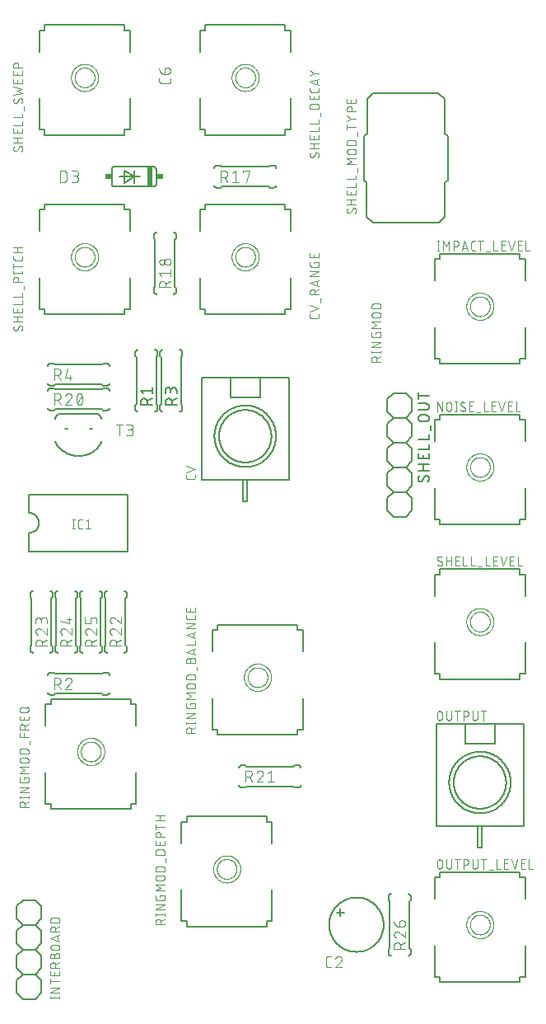
<source format=gbr>
G04 EAGLE Gerber RS-274X export*
G75*
%MOMM*%
%FSLAX34Y34*%
%LPD*%
%INSilkscreen Top*%
%IPPOS*%
%AMOC8*
5,1,8,0,0,1.08239X$1,22.5*%
G01*
%ADD10C,0.050800*%
%ADD11C,0.203200*%
%ADD12C,0.076200*%
%ADD13C,0.152400*%
%ADD14C,0.101600*%
%ADD15C,0.127000*%
%ADD16R,0.508000X2.032000*%
%ADD17R,0.635000X0.508000*%


D10*
X214630Y146050D02*
X214634Y146393D01*
X214647Y146735D01*
X214668Y147078D01*
X214697Y147419D01*
X214735Y147760D01*
X214781Y148100D01*
X214836Y148438D01*
X214898Y148775D01*
X214969Y149111D01*
X215049Y149444D01*
X215136Y149776D01*
X215232Y150105D01*
X215335Y150432D01*
X215447Y150756D01*
X215566Y151078D01*
X215693Y151396D01*
X215828Y151711D01*
X215971Y152023D01*
X216122Y152331D01*
X216280Y152635D01*
X216445Y152936D01*
X216618Y153232D01*
X216797Y153524D01*
X216984Y153811D01*
X217178Y154094D01*
X217379Y154372D01*
X217587Y154645D01*
X217801Y154912D01*
X218022Y155175D01*
X218249Y155432D01*
X218482Y155683D01*
X218722Y155928D01*
X218967Y156168D01*
X219218Y156401D01*
X219475Y156628D01*
X219738Y156849D01*
X220005Y157063D01*
X220278Y157271D01*
X220556Y157472D01*
X220839Y157666D01*
X221126Y157853D01*
X221418Y158032D01*
X221714Y158205D01*
X222015Y158370D01*
X222319Y158528D01*
X222627Y158679D01*
X222939Y158822D01*
X223254Y158957D01*
X223572Y159084D01*
X223894Y159203D01*
X224218Y159315D01*
X224545Y159418D01*
X224874Y159514D01*
X225206Y159601D01*
X225539Y159681D01*
X225875Y159752D01*
X226212Y159814D01*
X226550Y159869D01*
X226890Y159915D01*
X227231Y159953D01*
X227572Y159982D01*
X227915Y160003D01*
X228257Y160016D01*
X228600Y160020D01*
X228943Y160016D01*
X229285Y160003D01*
X229628Y159982D01*
X229969Y159953D01*
X230310Y159915D01*
X230650Y159869D01*
X230988Y159814D01*
X231325Y159752D01*
X231661Y159681D01*
X231994Y159601D01*
X232326Y159514D01*
X232655Y159418D01*
X232982Y159315D01*
X233306Y159203D01*
X233628Y159084D01*
X233946Y158957D01*
X234261Y158822D01*
X234573Y158679D01*
X234881Y158528D01*
X235185Y158370D01*
X235486Y158205D01*
X235782Y158032D01*
X236074Y157853D01*
X236361Y157666D01*
X236644Y157472D01*
X236922Y157271D01*
X237195Y157063D01*
X237462Y156849D01*
X237725Y156628D01*
X237982Y156401D01*
X238233Y156168D01*
X238478Y155928D01*
X238718Y155683D01*
X238951Y155432D01*
X239178Y155175D01*
X239399Y154912D01*
X239613Y154645D01*
X239821Y154372D01*
X240022Y154094D01*
X240216Y153811D01*
X240403Y153524D01*
X240582Y153232D01*
X240755Y152936D01*
X240920Y152635D01*
X241078Y152331D01*
X241229Y152023D01*
X241372Y151711D01*
X241507Y151396D01*
X241634Y151078D01*
X241753Y150756D01*
X241865Y150432D01*
X241968Y150105D01*
X242064Y149776D01*
X242151Y149444D01*
X242231Y149111D01*
X242302Y148775D01*
X242364Y148438D01*
X242419Y148100D01*
X242465Y147760D01*
X242503Y147419D01*
X242532Y147078D01*
X242553Y146735D01*
X242566Y146393D01*
X242570Y146050D01*
X242566Y145707D01*
X242553Y145365D01*
X242532Y145022D01*
X242503Y144681D01*
X242465Y144340D01*
X242419Y144000D01*
X242364Y143662D01*
X242302Y143325D01*
X242231Y142989D01*
X242151Y142656D01*
X242064Y142324D01*
X241968Y141995D01*
X241865Y141668D01*
X241753Y141344D01*
X241634Y141022D01*
X241507Y140704D01*
X241372Y140389D01*
X241229Y140077D01*
X241078Y139769D01*
X240920Y139465D01*
X240755Y139164D01*
X240582Y138868D01*
X240403Y138576D01*
X240216Y138289D01*
X240022Y138006D01*
X239821Y137728D01*
X239613Y137455D01*
X239399Y137188D01*
X239178Y136925D01*
X238951Y136668D01*
X238718Y136417D01*
X238478Y136172D01*
X238233Y135932D01*
X237982Y135699D01*
X237725Y135472D01*
X237462Y135251D01*
X237195Y135037D01*
X236922Y134829D01*
X236644Y134628D01*
X236361Y134434D01*
X236074Y134247D01*
X235782Y134068D01*
X235486Y133895D01*
X235185Y133730D01*
X234881Y133572D01*
X234573Y133421D01*
X234261Y133278D01*
X233946Y133143D01*
X233628Y133016D01*
X233306Y132897D01*
X232982Y132785D01*
X232655Y132682D01*
X232326Y132586D01*
X231994Y132499D01*
X231661Y132419D01*
X231325Y132348D01*
X230988Y132286D01*
X230650Y132231D01*
X230310Y132185D01*
X229969Y132147D01*
X229628Y132118D01*
X229285Y132097D01*
X228943Y132084D01*
X228600Y132080D01*
X228257Y132084D01*
X227915Y132097D01*
X227572Y132118D01*
X227231Y132147D01*
X226890Y132185D01*
X226550Y132231D01*
X226212Y132286D01*
X225875Y132348D01*
X225539Y132419D01*
X225206Y132499D01*
X224874Y132586D01*
X224545Y132682D01*
X224218Y132785D01*
X223894Y132897D01*
X223572Y133016D01*
X223254Y133143D01*
X222939Y133278D01*
X222627Y133421D01*
X222319Y133572D01*
X222015Y133730D01*
X221714Y133895D01*
X221418Y134068D01*
X221126Y134247D01*
X220839Y134434D01*
X220556Y134628D01*
X220278Y134829D01*
X220005Y135037D01*
X219738Y135251D01*
X219475Y135472D01*
X219218Y135699D01*
X218967Y135932D01*
X218722Y136172D01*
X218482Y136417D01*
X218249Y136668D01*
X218022Y136925D01*
X217801Y137188D01*
X217587Y137455D01*
X217379Y137728D01*
X217178Y138006D01*
X216984Y138289D01*
X216797Y138576D01*
X216618Y138868D01*
X216445Y139164D01*
X216280Y139465D01*
X216122Y139769D01*
X215971Y140077D01*
X215828Y140389D01*
X215693Y140704D01*
X215566Y141022D01*
X215447Y141344D01*
X215335Y141668D01*
X215232Y141995D01*
X215136Y142324D01*
X215049Y142656D01*
X214969Y142989D01*
X214898Y143325D01*
X214836Y143662D01*
X214781Y144000D01*
X214735Y144340D01*
X214697Y144681D01*
X214668Y145022D01*
X214647Y145365D01*
X214634Y145707D01*
X214630Y146050D01*
X218440Y146050D02*
X218443Y146299D01*
X218452Y146549D01*
X218468Y146797D01*
X218489Y147046D01*
X218516Y147294D01*
X218550Y147541D01*
X218590Y147787D01*
X218635Y148032D01*
X218687Y148276D01*
X218744Y148519D01*
X218808Y148760D01*
X218877Y148999D01*
X218953Y149237D01*
X219034Y149473D01*
X219121Y149707D01*
X219213Y149938D01*
X219312Y150167D01*
X219415Y150394D01*
X219525Y150618D01*
X219640Y150839D01*
X219760Y151058D01*
X219885Y151273D01*
X220016Y151486D01*
X220152Y151695D01*
X220293Y151900D01*
X220439Y152102D01*
X220590Y152301D01*
X220746Y152495D01*
X220907Y152686D01*
X221072Y152873D01*
X221242Y153056D01*
X221416Y153234D01*
X221594Y153408D01*
X221777Y153578D01*
X221964Y153743D01*
X222155Y153904D01*
X222349Y154060D01*
X222548Y154211D01*
X222750Y154357D01*
X222955Y154498D01*
X223164Y154634D01*
X223377Y154765D01*
X223592Y154890D01*
X223811Y155010D01*
X224032Y155125D01*
X224256Y155235D01*
X224483Y155338D01*
X224712Y155437D01*
X224943Y155529D01*
X225177Y155616D01*
X225413Y155697D01*
X225651Y155773D01*
X225890Y155842D01*
X226131Y155906D01*
X226374Y155963D01*
X226618Y156015D01*
X226863Y156060D01*
X227109Y156100D01*
X227356Y156134D01*
X227604Y156161D01*
X227853Y156182D01*
X228101Y156198D01*
X228351Y156207D01*
X228600Y156210D01*
X228849Y156207D01*
X229099Y156198D01*
X229347Y156182D01*
X229596Y156161D01*
X229844Y156134D01*
X230091Y156100D01*
X230337Y156060D01*
X230582Y156015D01*
X230826Y155963D01*
X231069Y155906D01*
X231310Y155842D01*
X231549Y155773D01*
X231787Y155697D01*
X232023Y155616D01*
X232257Y155529D01*
X232488Y155437D01*
X232717Y155338D01*
X232944Y155235D01*
X233168Y155125D01*
X233389Y155010D01*
X233608Y154890D01*
X233823Y154765D01*
X234036Y154634D01*
X234245Y154498D01*
X234450Y154357D01*
X234652Y154211D01*
X234851Y154060D01*
X235045Y153904D01*
X235236Y153743D01*
X235423Y153578D01*
X235606Y153408D01*
X235784Y153234D01*
X235958Y153056D01*
X236128Y152873D01*
X236293Y152686D01*
X236454Y152495D01*
X236610Y152301D01*
X236761Y152102D01*
X236907Y151900D01*
X237048Y151695D01*
X237184Y151486D01*
X237315Y151273D01*
X237440Y151058D01*
X237560Y150839D01*
X237675Y150618D01*
X237785Y150394D01*
X237888Y150167D01*
X237987Y149938D01*
X238079Y149707D01*
X238166Y149473D01*
X238247Y149237D01*
X238323Y148999D01*
X238392Y148760D01*
X238456Y148519D01*
X238513Y148276D01*
X238565Y148032D01*
X238610Y147787D01*
X238650Y147541D01*
X238684Y147294D01*
X238711Y147046D01*
X238732Y146797D01*
X238748Y146549D01*
X238757Y146299D01*
X238760Y146050D01*
X238757Y145801D01*
X238748Y145551D01*
X238732Y145303D01*
X238711Y145054D01*
X238684Y144806D01*
X238650Y144559D01*
X238610Y144313D01*
X238565Y144068D01*
X238513Y143824D01*
X238456Y143581D01*
X238392Y143340D01*
X238323Y143101D01*
X238247Y142863D01*
X238166Y142627D01*
X238079Y142393D01*
X237987Y142162D01*
X237888Y141933D01*
X237785Y141706D01*
X237675Y141482D01*
X237560Y141261D01*
X237440Y141042D01*
X237315Y140827D01*
X237184Y140614D01*
X237048Y140405D01*
X236907Y140200D01*
X236761Y139998D01*
X236610Y139799D01*
X236454Y139605D01*
X236293Y139414D01*
X236128Y139227D01*
X235958Y139044D01*
X235784Y138866D01*
X235606Y138692D01*
X235423Y138522D01*
X235236Y138357D01*
X235045Y138196D01*
X234851Y138040D01*
X234652Y137889D01*
X234450Y137743D01*
X234245Y137602D01*
X234036Y137466D01*
X233823Y137335D01*
X233608Y137210D01*
X233389Y137090D01*
X233168Y136975D01*
X232944Y136865D01*
X232717Y136762D01*
X232488Y136663D01*
X232257Y136571D01*
X232023Y136484D01*
X231787Y136403D01*
X231549Y136327D01*
X231310Y136258D01*
X231069Y136194D01*
X230826Y136137D01*
X230582Y136085D01*
X230337Y136040D01*
X230091Y136000D01*
X229844Y135966D01*
X229596Y135939D01*
X229347Y135918D01*
X229099Y135902D01*
X228849Y135893D01*
X228600Y135890D01*
X228351Y135893D01*
X228101Y135902D01*
X227853Y135918D01*
X227604Y135939D01*
X227356Y135966D01*
X227109Y136000D01*
X226863Y136040D01*
X226618Y136085D01*
X226374Y136137D01*
X226131Y136194D01*
X225890Y136258D01*
X225651Y136327D01*
X225413Y136403D01*
X225177Y136484D01*
X224943Y136571D01*
X224712Y136663D01*
X224483Y136762D01*
X224256Y136865D01*
X224032Y136975D01*
X223811Y137090D01*
X223592Y137210D01*
X223377Y137335D01*
X223164Y137466D01*
X222955Y137602D01*
X222750Y137743D01*
X222548Y137889D01*
X222349Y138040D01*
X222155Y138196D01*
X221964Y138357D01*
X221777Y138522D01*
X221594Y138692D01*
X221416Y138866D01*
X221242Y139044D01*
X221072Y139227D01*
X220907Y139414D01*
X220746Y139605D01*
X220590Y139799D01*
X220439Y139998D01*
X220293Y140200D01*
X220152Y140405D01*
X220016Y140614D01*
X219885Y140827D01*
X219760Y141042D01*
X219640Y141261D01*
X219525Y141482D01*
X219415Y141706D01*
X219312Y141933D01*
X219213Y142162D01*
X219121Y142393D01*
X219034Y142627D01*
X218953Y142863D01*
X218877Y143101D01*
X218808Y143340D01*
X218744Y143581D01*
X218687Y143824D01*
X218635Y144068D01*
X218590Y144313D01*
X218550Y144559D01*
X218516Y144806D01*
X218489Y145054D01*
X218468Y145303D01*
X218452Y145551D01*
X218443Y145801D01*
X218440Y146050D01*
D11*
X187600Y200050D02*
X269600Y200050D01*
X269600Y87050D02*
X187600Y87050D01*
X187600Y194550D02*
X182100Y194550D01*
X187600Y194550D02*
X187600Y200050D01*
X187600Y92550D02*
X187600Y87050D01*
X187600Y92550D02*
X182100Y92550D01*
X269600Y92550D02*
X275100Y92550D01*
X269600Y92550D02*
X269600Y87050D01*
X269600Y194550D02*
X269600Y200050D01*
X269600Y194550D02*
X275100Y194550D01*
X182100Y194550D02*
X182100Y172550D01*
X182100Y124550D02*
X182100Y92550D01*
X275100Y172550D02*
X275100Y194550D01*
X275100Y124550D02*
X275100Y92550D01*
D12*
X164719Y89281D02*
X155321Y89281D01*
X155321Y91892D01*
X155323Y91993D01*
X155329Y92094D01*
X155339Y92195D01*
X155352Y92295D01*
X155370Y92395D01*
X155391Y92494D01*
X155417Y92592D01*
X155446Y92689D01*
X155478Y92785D01*
X155515Y92879D01*
X155555Y92972D01*
X155599Y93064D01*
X155646Y93153D01*
X155697Y93241D01*
X155751Y93327D01*
X155808Y93410D01*
X155868Y93492D01*
X155932Y93570D01*
X155998Y93647D01*
X156068Y93720D01*
X156140Y93791D01*
X156215Y93859D01*
X156293Y93924D01*
X156373Y93986D01*
X156455Y94045D01*
X156540Y94101D01*
X156627Y94153D01*
X156715Y94202D01*
X156806Y94248D01*
X156898Y94289D01*
X156992Y94328D01*
X157087Y94362D01*
X157183Y94393D01*
X157281Y94420D01*
X157379Y94444D01*
X157479Y94463D01*
X157579Y94479D01*
X157679Y94491D01*
X157780Y94499D01*
X157881Y94503D01*
X157983Y94503D01*
X158084Y94499D01*
X158185Y94491D01*
X158285Y94479D01*
X158385Y94463D01*
X158485Y94444D01*
X158583Y94420D01*
X158681Y94393D01*
X158777Y94362D01*
X158872Y94328D01*
X158966Y94289D01*
X159058Y94248D01*
X159149Y94202D01*
X159238Y94153D01*
X159324Y94101D01*
X159409Y94045D01*
X159491Y93986D01*
X159571Y93924D01*
X159649Y93859D01*
X159724Y93791D01*
X159796Y93720D01*
X159866Y93647D01*
X159932Y93570D01*
X159996Y93492D01*
X160056Y93410D01*
X160113Y93327D01*
X160167Y93241D01*
X160218Y93153D01*
X160265Y93064D01*
X160309Y92972D01*
X160349Y92879D01*
X160386Y92785D01*
X160418Y92689D01*
X160447Y92592D01*
X160473Y92494D01*
X160494Y92395D01*
X160512Y92295D01*
X160525Y92195D01*
X160535Y92094D01*
X160541Y91993D01*
X160543Y91892D01*
X160542Y91892D02*
X160542Y89281D01*
X160542Y92414D02*
X164719Y94502D01*
X164719Y99150D02*
X155321Y99150D01*
X164719Y98105D02*
X164719Y100194D01*
X155321Y100194D02*
X155321Y98105D01*
X155321Y104159D02*
X164719Y104159D01*
X164719Y109380D02*
X155321Y104159D01*
X155321Y109380D02*
X164719Y109380D01*
X159498Y117567D02*
X159498Y119134D01*
X164719Y119134D01*
X164719Y116001D01*
X164717Y115912D01*
X164711Y115824D01*
X164702Y115736D01*
X164689Y115648D01*
X164672Y115561D01*
X164652Y115475D01*
X164627Y115390D01*
X164600Y115305D01*
X164568Y115222D01*
X164534Y115141D01*
X164495Y115061D01*
X164454Y114983D01*
X164409Y114906D01*
X164361Y114832D01*
X164310Y114759D01*
X164256Y114689D01*
X164198Y114622D01*
X164138Y114556D01*
X164076Y114494D01*
X164010Y114434D01*
X163943Y114376D01*
X163873Y114322D01*
X163800Y114271D01*
X163726Y114223D01*
X163649Y114178D01*
X163571Y114137D01*
X163491Y114098D01*
X163410Y114064D01*
X163327Y114032D01*
X163242Y114005D01*
X163157Y113980D01*
X163071Y113960D01*
X162984Y113943D01*
X162896Y113930D01*
X162808Y113921D01*
X162720Y113915D01*
X162631Y113913D01*
X157409Y113913D01*
X157409Y113912D02*
X157318Y113914D01*
X157227Y113920D01*
X157136Y113930D01*
X157046Y113944D01*
X156957Y113962D01*
X156868Y113983D01*
X156781Y114009D01*
X156695Y114038D01*
X156610Y114071D01*
X156526Y114108D01*
X156444Y114148D01*
X156365Y114192D01*
X156287Y114239D01*
X156211Y114290D01*
X156137Y114344D01*
X156066Y114401D01*
X155998Y114461D01*
X155932Y114524D01*
X155869Y114590D01*
X155809Y114658D01*
X155752Y114729D01*
X155698Y114803D01*
X155647Y114879D01*
X155600Y114956D01*
X155556Y115036D01*
X155516Y115118D01*
X155479Y115202D01*
X155446Y115286D01*
X155417Y115373D01*
X155391Y115460D01*
X155370Y115549D01*
X155352Y115638D01*
X155338Y115728D01*
X155328Y115819D01*
X155322Y115910D01*
X155320Y116001D01*
X155321Y116001D02*
X155321Y119134D01*
X155321Y123754D02*
X164719Y123754D01*
X160542Y126886D02*
X155321Y123754D01*
X160542Y126886D02*
X155321Y130019D01*
X164719Y130019D01*
X162108Y134334D02*
X157932Y134334D01*
X157831Y134336D01*
X157730Y134342D01*
X157629Y134352D01*
X157529Y134365D01*
X157429Y134383D01*
X157330Y134404D01*
X157232Y134430D01*
X157135Y134459D01*
X157039Y134491D01*
X156945Y134528D01*
X156852Y134568D01*
X156760Y134612D01*
X156671Y134659D01*
X156583Y134710D01*
X156497Y134764D01*
X156414Y134821D01*
X156332Y134881D01*
X156254Y134945D01*
X156177Y135011D01*
X156104Y135081D01*
X156033Y135153D01*
X155965Y135228D01*
X155900Y135306D01*
X155838Y135386D01*
X155779Y135468D01*
X155723Y135553D01*
X155671Y135640D01*
X155622Y135728D01*
X155576Y135819D01*
X155535Y135911D01*
X155496Y136005D01*
X155462Y136100D01*
X155431Y136196D01*
X155404Y136294D01*
X155380Y136392D01*
X155361Y136492D01*
X155345Y136592D01*
X155333Y136692D01*
X155325Y136793D01*
X155321Y136894D01*
X155321Y136996D01*
X155325Y137097D01*
X155333Y137198D01*
X155345Y137298D01*
X155361Y137398D01*
X155380Y137498D01*
X155404Y137596D01*
X155431Y137694D01*
X155462Y137790D01*
X155496Y137885D01*
X155535Y137979D01*
X155576Y138071D01*
X155622Y138162D01*
X155671Y138251D01*
X155723Y138337D01*
X155779Y138422D01*
X155838Y138504D01*
X155900Y138584D01*
X155965Y138662D01*
X156033Y138737D01*
X156104Y138809D01*
X156177Y138879D01*
X156254Y138945D01*
X156332Y139009D01*
X156414Y139069D01*
X156497Y139126D01*
X156583Y139180D01*
X156671Y139231D01*
X156760Y139278D01*
X156852Y139322D01*
X156945Y139362D01*
X157039Y139399D01*
X157135Y139431D01*
X157232Y139460D01*
X157330Y139486D01*
X157429Y139507D01*
X157529Y139525D01*
X157629Y139538D01*
X157730Y139548D01*
X157831Y139554D01*
X157932Y139556D01*
X157932Y139555D02*
X162108Y139555D01*
X162108Y139556D02*
X162209Y139554D01*
X162310Y139548D01*
X162411Y139538D01*
X162511Y139525D01*
X162611Y139507D01*
X162710Y139486D01*
X162808Y139460D01*
X162905Y139431D01*
X163001Y139399D01*
X163095Y139362D01*
X163188Y139322D01*
X163280Y139278D01*
X163369Y139231D01*
X163457Y139180D01*
X163543Y139126D01*
X163626Y139069D01*
X163708Y139009D01*
X163786Y138945D01*
X163863Y138879D01*
X163936Y138809D01*
X164007Y138737D01*
X164075Y138662D01*
X164140Y138584D01*
X164202Y138504D01*
X164261Y138422D01*
X164317Y138337D01*
X164369Y138250D01*
X164418Y138162D01*
X164464Y138071D01*
X164505Y137979D01*
X164544Y137885D01*
X164578Y137790D01*
X164609Y137694D01*
X164636Y137596D01*
X164660Y137498D01*
X164679Y137398D01*
X164695Y137298D01*
X164707Y137198D01*
X164715Y137097D01*
X164719Y136996D01*
X164719Y136894D01*
X164715Y136793D01*
X164707Y136692D01*
X164695Y136592D01*
X164679Y136492D01*
X164660Y136392D01*
X164636Y136294D01*
X164609Y136196D01*
X164578Y136100D01*
X164544Y136005D01*
X164505Y135911D01*
X164464Y135819D01*
X164418Y135728D01*
X164369Y135639D01*
X164317Y135553D01*
X164261Y135468D01*
X164202Y135386D01*
X164140Y135306D01*
X164075Y135228D01*
X164007Y135153D01*
X163936Y135081D01*
X163863Y135011D01*
X163786Y134945D01*
X163708Y134881D01*
X163626Y134821D01*
X163543Y134764D01*
X163457Y134710D01*
X163369Y134659D01*
X163280Y134612D01*
X163188Y134568D01*
X163095Y134528D01*
X163001Y134491D01*
X162905Y134459D01*
X162808Y134430D01*
X162710Y134404D01*
X162611Y134383D01*
X162511Y134365D01*
X162411Y134352D01*
X162310Y134342D01*
X162209Y134336D01*
X162108Y134334D01*
X164719Y143783D02*
X155321Y143783D01*
X155321Y146394D01*
X155323Y146494D01*
X155329Y146594D01*
X155338Y146693D01*
X155352Y146793D01*
X155369Y146891D01*
X155390Y146989D01*
X155414Y147086D01*
X155443Y147182D01*
X155475Y147277D01*
X155510Y147370D01*
X155549Y147462D01*
X155592Y147553D01*
X155638Y147641D01*
X155688Y147728D01*
X155740Y147813D01*
X155796Y147896D01*
X155855Y147977D01*
X155918Y148055D01*
X155983Y148131D01*
X156051Y148205D01*
X156121Y148275D01*
X156195Y148343D01*
X156271Y148408D01*
X156349Y148471D01*
X156430Y148530D01*
X156513Y148586D01*
X156598Y148638D01*
X156685Y148688D01*
X156773Y148734D01*
X156864Y148777D01*
X156956Y148816D01*
X157049Y148851D01*
X157144Y148883D01*
X157240Y148912D01*
X157337Y148936D01*
X157435Y148957D01*
X157533Y148974D01*
X157633Y148988D01*
X157732Y148997D01*
X157832Y149003D01*
X157932Y149005D01*
X157932Y149004D02*
X162108Y149004D01*
X162108Y149005D02*
X162208Y149003D01*
X162308Y148997D01*
X162407Y148988D01*
X162507Y148974D01*
X162605Y148957D01*
X162703Y148936D01*
X162800Y148912D01*
X162896Y148883D01*
X162991Y148851D01*
X163084Y148816D01*
X163176Y148777D01*
X163267Y148734D01*
X163355Y148688D01*
X163442Y148638D01*
X163527Y148586D01*
X163610Y148530D01*
X163691Y148471D01*
X163769Y148408D01*
X163845Y148343D01*
X163919Y148275D01*
X163989Y148205D01*
X164057Y148131D01*
X164122Y148055D01*
X164185Y147977D01*
X164244Y147896D01*
X164300Y147813D01*
X164352Y147728D01*
X164402Y147641D01*
X164448Y147553D01*
X164491Y147462D01*
X164530Y147370D01*
X164565Y147277D01*
X164597Y147182D01*
X164626Y147086D01*
X164650Y146989D01*
X164671Y146891D01*
X164688Y146793D01*
X164702Y146693D01*
X164711Y146594D01*
X164717Y146494D01*
X164719Y146394D01*
X164719Y143783D01*
X165763Y152839D02*
X165763Y157016D01*
X164719Y160852D02*
X155321Y160852D01*
X155321Y163462D01*
X155323Y163562D01*
X155329Y163662D01*
X155338Y163761D01*
X155352Y163861D01*
X155369Y163959D01*
X155390Y164057D01*
X155414Y164154D01*
X155443Y164250D01*
X155475Y164345D01*
X155510Y164438D01*
X155549Y164530D01*
X155592Y164621D01*
X155638Y164709D01*
X155688Y164796D01*
X155740Y164881D01*
X155796Y164964D01*
X155855Y165045D01*
X155918Y165123D01*
X155983Y165199D01*
X156051Y165273D01*
X156121Y165343D01*
X156195Y165411D01*
X156271Y165476D01*
X156349Y165539D01*
X156430Y165598D01*
X156513Y165654D01*
X156598Y165706D01*
X156685Y165756D01*
X156773Y165802D01*
X156864Y165845D01*
X156956Y165884D01*
X157049Y165919D01*
X157144Y165951D01*
X157240Y165980D01*
X157337Y166004D01*
X157435Y166025D01*
X157533Y166042D01*
X157633Y166056D01*
X157732Y166065D01*
X157832Y166071D01*
X157932Y166073D01*
X162108Y166073D01*
X162208Y166071D01*
X162308Y166065D01*
X162407Y166056D01*
X162507Y166042D01*
X162605Y166025D01*
X162703Y166004D01*
X162800Y165980D01*
X162896Y165951D01*
X162991Y165919D01*
X163084Y165884D01*
X163176Y165845D01*
X163267Y165802D01*
X163355Y165756D01*
X163442Y165706D01*
X163527Y165654D01*
X163610Y165598D01*
X163691Y165539D01*
X163769Y165476D01*
X163845Y165411D01*
X163919Y165343D01*
X163989Y165273D01*
X164057Y165199D01*
X164122Y165123D01*
X164185Y165045D01*
X164244Y164964D01*
X164300Y164881D01*
X164352Y164796D01*
X164402Y164709D01*
X164448Y164621D01*
X164491Y164530D01*
X164530Y164438D01*
X164565Y164345D01*
X164597Y164250D01*
X164626Y164154D01*
X164650Y164057D01*
X164671Y163959D01*
X164688Y163861D01*
X164702Y163761D01*
X164711Y163662D01*
X164717Y163562D01*
X164719Y163462D01*
X164719Y160852D01*
X164719Y170623D02*
X164719Y174800D01*
X164719Y170623D02*
X155321Y170623D01*
X155321Y174800D01*
X159498Y173755D02*
X159498Y170623D01*
X155321Y178661D02*
X164719Y178661D01*
X155321Y178661D02*
X155321Y181272D01*
X155323Y181373D01*
X155329Y181474D01*
X155339Y181575D01*
X155352Y181675D01*
X155370Y181775D01*
X155391Y181874D01*
X155417Y181972D01*
X155446Y182069D01*
X155478Y182165D01*
X155515Y182259D01*
X155555Y182352D01*
X155599Y182444D01*
X155646Y182533D01*
X155697Y182621D01*
X155751Y182707D01*
X155808Y182790D01*
X155868Y182872D01*
X155932Y182950D01*
X155998Y183027D01*
X156068Y183100D01*
X156140Y183171D01*
X156215Y183239D01*
X156293Y183304D01*
X156373Y183366D01*
X156455Y183425D01*
X156540Y183481D01*
X156627Y183533D01*
X156715Y183582D01*
X156806Y183628D01*
X156898Y183669D01*
X156992Y183708D01*
X157087Y183742D01*
X157183Y183773D01*
X157281Y183800D01*
X157379Y183824D01*
X157479Y183843D01*
X157579Y183859D01*
X157679Y183871D01*
X157780Y183879D01*
X157881Y183883D01*
X157983Y183883D01*
X158084Y183879D01*
X158185Y183871D01*
X158285Y183859D01*
X158385Y183843D01*
X158485Y183824D01*
X158583Y183800D01*
X158681Y183773D01*
X158777Y183742D01*
X158872Y183708D01*
X158966Y183669D01*
X159058Y183628D01*
X159149Y183582D01*
X159238Y183533D01*
X159324Y183481D01*
X159409Y183425D01*
X159491Y183366D01*
X159571Y183304D01*
X159649Y183239D01*
X159724Y183171D01*
X159796Y183100D01*
X159866Y183027D01*
X159932Y182950D01*
X159996Y182872D01*
X160056Y182790D01*
X160113Y182707D01*
X160167Y182621D01*
X160218Y182533D01*
X160265Y182444D01*
X160309Y182352D01*
X160349Y182259D01*
X160386Y182165D01*
X160418Y182069D01*
X160447Y181972D01*
X160473Y181874D01*
X160494Y181775D01*
X160512Y181675D01*
X160525Y181575D01*
X160535Y181474D01*
X160541Y181373D01*
X160543Y181272D01*
X160542Y181272D02*
X160542Y178661D01*
X164719Y189370D02*
X155321Y189370D01*
X155321Y186760D02*
X155321Y191981D01*
X155321Y195599D02*
X164719Y195599D01*
X159498Y195599D02*
X159498Y200820D01*
X155321Y200820D02*
X164719Y200820D01*
D13*
X341630Y101600D02*
X345440Y101600D01*
X345440Y97790D01*
X345440Y101600D02*
X349250Y101600D01*
X345440Y101600D02*
X345440Y105410D01*
X334010Y88900D02*
X334018Y89586D01*
X334044Y90271D01*
X334086Y90955D01*
X334145Y91639D01*
X334220Y92320D01*
X334312Y93000D01*
X334421Y93677D01*
X334547Y94351D01*
X334689Y95022D01*
X334847Y95689D01*
X335022Y96352D01*
X335213Y97011D01*
X335420Y97664D01*
X335643Y98313D01*
X335882Y98955D01*
X336137Y99592D01*
X336407Y100222D01*
X336693Y100846D01*
X336993Y101462D01*
X337309Y102071D01*
X337640Y102672D01*
X337985Y103264D01*
X338345Y103848D01*
X338719Y104423D01*
X339107Y104988D01*
X339508Y105544D01*
X339924Y106090D01*
X340352Y106625D01*
X340794Y107150D01*
X341248Y107663D01*
X341715Y108166D01*
X342193Y108657D01*
X342684Y109135D01*
X343187Y109602D01*
X343700Y110056D01*
X344225Y110498D01*
X344760Y110926D01*
X345306Y111342D01*
X345862Y111743D01*
X346427Y112131D01*
X347002Y112505D01*
X347586Y112865D01*
X348178Y113210D01*
X348779Y113541D01*
X349388Y113857D01*
X350004Y114157D01*
X350628Y114443D01*
X351258Y114713D01*
X351895Y114968D01*
X352537Y115207D01*
X353186Y115430D01*
X353839Y115637D01*
X354498Y115828D01*
X355161Y116003D01*
X355828Y116161D01*
X356499Y116303D01*
X357173Y116429D01*
X357850Y116538D01*
X358530Y116630D01*
X359211Y116705D01*
X359895Y116764D01*
X360579Y116806D01*
X361264Y116832D01*
X361950Y116840D01*
X362636Y116832D01*
X363321Y116806D01*
X364005Y116764D01*
X364689Y116705D01*
X365370Y116630D01*
X366050Y116538D01*
X366727Y116429D01*
X367401Y116303D01*
X368072Y116161D01*
X368739Y116003D01*
X369402Y115828D01*
X370061Y115637D01*
X370714Y115430D01*
X371363Y115207D01*
X372005Y114968D01*
X372642Y114713D01*
X373272Y114443D01*
X373896Y114157D01*
X374512Y113857D01*
X375121Y113541D01*
X375722Y113210D01*
X376314Y112865D01*
X376898Y112505D01*
X377473Y112131D01*
X378038Y111743D01*
X378594Y111342D01*
X379140Y110926D01*
X379675Y110498D01*
X380200Y110056D01*
X380713Y109602D01*
X381216Y109135D01*
X381707Y108657D01*
X382185Y108166D01*
X382652Y107663D01*
X383106Y107150D01*
X383548Y106625D01*
X383976Y106090D01*
X384392Y105544D01*
X384793Y104988D01*
X385181Y104423D01*
X385555Y103848D01*
X385915Y103264D01*
X386260Y102672D01*
X386591Y102071D01*
X386907Y101462D01*
X387207Y100846D01*
X387493Y100222D01*
X387763Y99592D01*
X388018Y98955D01*
X388257Y98313D01*
X388480Y97664D01*
X388687Y97011D01*
X388878Y96352D01*
X389053Y95689D01*
X389211Y95022D01*
X389353Y94351D01*
X389479Y93677D01*
X389588Y93000D01*
X389680Y92320D01*
X389755Y91639D01*
X389814Y90955D01*
X389856Y90271D01*
X389882Y89586D01*
X389890Y88900D01*
X389882Y88214D01*
X389856Y87529D01*
X389814Y86845D01*
X389755Y86161D01*
X389680Y85480D01*
X389588Y84800D01*
X389479Y84123D01*
X389353Y83449D01*
X389211Y82778D01*
X389053Y82111D01*
X388878Y81448D01*
X388687Y80789D01*
X388480Y80136D01*
X388257Y79487D01*
X388018Y78845D01*
X387763Y78208D01*
X387493Y77578D01*
X387207Y76954D01*
X386907Y76338D01*
X386591Y75729D01*
X386260Y75128D01*
X385915Y74536D01*
X385555Y73952D01*
X385181Y73377D01*
X384793Y72812D01*
X384392Y72256D01*
X383976Y71710D01*
X383548Y71175D01*
X383106Y70650D01*
X382652Y70137D01*
X382185Y69634D01*
X381707Y69143D01*
X381216Y68665D01*
X380713Y68198D01*
X380200Y67744D01*
X379675Y67302D01*
X379140Y66874D01*
X378594Y66458D01*
X378038Y66057D01*
X377473Y65669D01*
X376898Y65295D01*
X376314Y64935D01*
X375722Y64590D01*
X375121Y64259D01*
X374512Y63943D01*
X373896Y63643D01*
X373272Y63357D01*
X372642Y63087D01*
X372005Y62832D01*
X371363Y62593D01*
X370714Y62370D01*
X370061Y62163D01*
X369402Y61972D01*
X368739Y61797D01*
X368072Y61639D01*
X367401Y61497D01*
X366727Y61371D01*
X366050Y61262D01*
X365370Y61170D01*
X364689Y61095D01*
X364005Y61036D01*
X363321Y60994D01*
X362636Y60968D01*
X361950Y60960D01*
X361264Y60968D01*
X360579Y60994D01*
X359895Y61036D01*
X359211Y61095D01*
X358530Y61170D01*
X357850Y61262D01*
X357173Y61371D01*
X356499Y61497D01*
X355828Y61639D01*
X355161Y61797D01*
X354498Y61972D01*
X353839Y62163D01*
X353186Y62370D01*
X352537Y62593D01*
X351895Y62832D01*
X351258Y63087D01*
X350628Y63357D01*
X350004Y63643D01*
X349388Y63943D01*
X348779Y64259D01*
X348178Y64590D01*
X347586Y64935D01*
X347002Y65295D01*
X346427Y65669D01*
X345862Y66057D01*
X345306Y66458D01*
X344760Y66874D01*
X344225Y67302D01*
X343700Y67744D01*
X343187Y68198D01*
X342684Y68665D01*
X342193Y69143D01*
X341715Y69634D01*
X341248Y70137D01*
X340794Y70650D01*
X340352Y71175D01*
X339924Y71710D01*
X339508Y72256D01*
X339107Y72812D01*
X338719Y73377D01*
X338345Y73952D01*
X337985Y74536D01*
X337640Y75128D01*
X337309Y75729D01*
X336993Y76338D01*
X336693Y76954D01*
X336407Y77578D01*
X336137Y78208D01*
X335882Y78845D01*
X335643Y79487D01*
X335420Y80136D01*
X335213Y80789D01*
X335022Y81448D01*
X334847Y82111D01*
X334689Y82778D01*
X334547Y83449D01*
X334421Y84123D01*
X334312Y84800D01*
X334220Y85480D01*
X334145Y86161D01*
X334086Y86845D01*
X334044Y87529D01*
X334018Y88214D01*
X334010Y88900D01*
D14*
X333304Y44958D02*
X335901Y44958D01*
X333304Y44958D02*
X333205Y44960D01*
X333105Y44966D01*
X333006Y44975D01*
X332908Y44988D01*
X332810Y45005D01*
X332712Y45026D01*
X332616Y45051D01*
X332521Y45079D01*
X332427Y45111D01*
X332334Y45146D01*
X332242Y45185D01*
X332152Y45228D01*
X332064Y45273D01*
X331977Y45323D01*
X331893Y45375D01*
X331810Y45431D01*
X331730Y45489D01*
X331652Y45551D01*
X331577Y45616D01*
X331504Y45684D01*
X331434Y45754D01*
X331366Y45827D01*
X331301Y45902D01*
X331239Y45980D01*
X331181Y46060D01*
X331125Y46143D01*
X331073Y46227D01*
X331023Y46314D01*
X330978Y46402D01*
X330935Y46492D01*
X330896Y46584D01*
X330861Y46677D01*
X330829Y46771D01*
X330801Y46866D01*
X330776Y46962D01*
X330755Y47060D01*
X330738Y47158D01*
X330725Y47256D01*
X330716Y47355D01*
X330710Y47455D01*
X330708Y47554D01*
X330708Y54046D01*
X330710Y54145D01*
X330716Y54245D01*
X330725Y54344D01*
X330738Y54442D01*
X330755Y54540D01*
X330776Y54638D01*
X330801Y54734D01*
X330829Y54829D01*
X330861Y54923D01*
X330896Y55016D01*
X330935Y55108D01*
X330978Y55198D01*
X331023Y55286D01*
X331073Y55373D01*
X331125Y55457D01*
X331181Y55540D01*
X331239Y55620D01*
X331301Y55698D01*
X331366Y55773D01*
X331434Y55846D01*
X331504Y55916D01*
X331577Y55984D01*
X331652Y56049D01*
X331730Y56111D01*
X331810Y56169D01*
X331893Y56225D01*
X331977Y56277D01*
X332064Y56327D01*
X332152Y56372D01*
X332242Y56415D01*
X332334Y56454D01*
X332426Y56489D01*
X332521Y56521D01*
X332616Y56549D01*
X332712Y56574D01*
X332810Y56595D01*
X332908Y56612D01*
X333006Y56625D01*
X333105Y56634D01*
X333205Y56640D01*
X333304Y56642D01*
X335901Y56642D01*
X343836Y56642D02*
X343943Y56640D01*
X344049Y56634D01*
X344155Y56624D01*
X344261Y56611D01*
X344367Y56593D01*
X344471Y56572D01*
X344575Y56547D01*
X344678Y56518D01*
X344779Y56486D01*
X344879Y56449D01*
X344978Y56409D01*
X345076Y56366D01*
X345172Y56319D01*
X345266Y56268D01*
X345358Y56214D01*
X345448Y56157D01*
X345536Y56097D01*
X345621Y56033D01*
X345704Y55966D01*
X345785Y55896D01*
X345863Y55824D01*
X345939Y55748D01*
X346011Y55670D01*
X346081Y55589D01*
X346148Y55506D01*
X346212Y55421D01*
X346272Y55333D01*
X346329Y55243D01*
X346383Y55151D01*
X346434Y55057D01*
X346481Y54961D01*
X346524Y54863D01*
X346564Y54764D01*
X346601Y54664D01*
X346633Y54563D01*
X346662Y54460D01*
X346687Y54356D01*
X346708Y54252D01*
X346726Y54146D01*
X346739Y54040D01*
X346749Y53934D01*
X346755Y53828D01*
X346757Y53721D01*
X343836Y56642D02*
X343715Y56640D01*
X343594Y56634D01*
X343474Y56624D01*
X343353Y56611D01*
X343234Y56593D01*
X343114Y56572D01*
X342996Y56547D01*
X342879Y56518D01*
X342762Y56485D01*
X342647Y56449D01*
X342533Y56408D01*
X342420Y56365D01*
X342308Y56317D01*
X342199Y56266D01*
X342091Y56211D01*
X341984Y56153D01*
X341880Y56092D01*
X341778Y56027D01*
X341678Y55959D01*
X341580Y55888D01*
X341484Y55814D01*
X341391Y55737D01*
X341301Y55656D01*
X341213Y55573D01*
X341128Y55487D01*
X341045Y55398D01*
X340966Y55307D01*
X340889Y55213D01*
X340816Y55117D01*
X340746Y55019D01*
X340679Y54918D01*
X340615Y54815D01*
X340555Y54710D01*
X340498Y54603D01*
X340444Y54495D01*
X340394Y54385D01*
X340348Y54273D01*
X340305Y54160D01*
X340266Y54045D01*
X345784Y51449D02*
X345863Y51526D01*
X345939Y51607D01*
X346012Y51690D01*
X346082Y51775D01*
X346149Y51863D01*
X346213Y51953D01*
X346273Y52045D01*
X346330Y52140D01*
X346384Y52236D01*
X346435Y52334D01*
X346482Y52434D01*
X346526Y52536D01*
X346566Y52639D01*
X346602Y52743D01*
X346634Y52849D01*
X346663Y52955D01*
X346688Y53063D01*
X346710Y53171D01*
X346727Y53281D01*
X346741Y53390D01*
X346750Y53500D01*
X346756Y53611D01*
X346758Y53721D01*
X345784Y51449D02*
X340266Y44958D01*
X346757Y44958D01*
D13*
X105410Y642620D02*
X105510Y642622D01*
X105609Y642628D01*
X105709Y642638D01*
X105807Y642651D01*
X105906Y642669D01*
X106003Y642690D01*
X106099Y642715D01*
X106195Y642744D01*
X106289Y642777D01*
X106382Y642813D01*
X106473Y642853D01*
X106563Y642897D01*
X106651Y642944D01*
X106737Y642994D01*
X106821Y643048D01*
X106903Y643105D01*
X106982Y643165D01*
X107060Y643229D01*
X107134Y643295D01*
X107206Y643364D01*
X107275Y643436D01*
X107341Y643510D01*
X107405Y643588D01*
X107465Y643667D01*
X107522Y643749D01*
X107576Y643833D01*
X107626Y643919D01*
X107673Y644007D01*
X107717Y644097D01*
X107757Y644188D01*
X107793Y644281D01*
X107826Y644375D01*
X107855Y644471D01*
X107880Y644567D01*
X107901Y644664D01*
X107919Y644763D01*
X107932Y644861D01*
X107942Y644961D01*
X107948Y645060D01*
X107950Y645160D01*
X107950Y662940D02*
X107948Y663040D01*
X107942Y663139D01*
X107932Y663239D01*
X107919Y663337D01*
X107901Y663436D01*
X107880Y663533D01*
X107855Y663629D01*
X107826Y663725D01*
X107793Y663819D01*
X107757Y663912D01*
X107717Y664003D01*
X107673Y664093D01*
X107626Y664181D01*
X107576Y664267D01*
X107522Y664351D01*
X107465Y664433D01*
X107405Y664512D01*
X107341Y664590D01*
X107275Y664664D01*
X107206Y664736D01*
X107134Y664805D01*
X107060Y664871D01*
X106982Y664935D01*
X106903Y664995D01*
X106821Y665052D01*
X106737Y665106D01*
X106651Y665156D01*
X106563Y665203D01*
X106473Y665247D01*
X106382Y665287D01*
X106289Y665323D01*
X106195Y665356D01*
X106099Y665385D01*
X106003Y665410D01*
X105906Y665431D01*
X105807Y665449D01*
X105709Y665462D01*
X105609Y665472D01*
X105510Y665478D01*
X105410Y665480D01*
X46990Y665480D02*
X46890Y665478D01*
X46791Y665472D01*
X46691Y665462D01*
X46593Y665449D01*
X46494Y665431D01*
X46397Y665410D01*
X46301Y665385D01*
X46205Y665356D01*
X46111Y665323D01*
X46018Y665287D01*
X45927Y665247D01*
X45837Y665203D01*
X45749Y665156D01*
X45663Y665106D01*
X45579Y665052D01*
X45497Y664995D01*
X45418Y664935D01*
X45340Y664871D01*
X45266Y664805D01*
X45194Y664736D01*
X45125Y664664D01*
X45059Y664590D01*
X44995Y664512D01*
X44935Y664433D01*
X44878Y664351D01*
X44824Y664267D01*
X44774Y664181D01*
X44727Y664093D01*
X44683Y664003D01*
X44643Y663912D01*
X44607Y663819D01*
X44574Y663725D01*
X44545Y663629D01*
X44520Y663533D01*
X44499Y663436D01*
X44481Y663337D01*
X44468Y663239D01*
X44458Y663139D01*
X44452Y663040D01*
X44450Y662940D01*
X44450Y645160D02*
X44452Y645060D01*
X44458Y644961D01*
X44468Y644861D01*
X44481Y644763D01*
X44499Y644664D01*
X44520Y644567D01*
X44545Y644471D01*
X44574Y644375D01*
X44607Y644281D01*
X44643Y644188D01*
X44683Y644097D01*
X44727Y644007D01*
X44774Y643919D01*
X44824Y643833D01*
X44878Y643749D01*
X44935Y643667D01*
X44995Y643588D01*
X45059Y643510D01*
X45125Y643436D01*
X45194Y643364D01*
X45266Y643295D01*
X45340Y643229D01*
X45418Y643165D01*
X45497Y643105D01*
X45579Y643048D01*
X45663Y642994D01*
X45749Y642944D01*
X45837Y642897D01*
X45927Y642853D01*
X46018Y642813D01*
X46111Y642777D01*
X46205Y642744D01*
X46301Y642715D01*
X46397Y642690D01*
X46494Y642669D01*
X46593Y642651D01*
X46691Y642638D01*
X46791Y642628D01*
X46890Y642622D01*
X46990Y642620D01*
X101600Y642620D02*
X105410Y642620D01*
X101600Y642620D02*
X100330Y643890D01*
X101600Y665480D02*
X105410Y665480D01*
X101600Y665480D02*
X100330Y664210D01*
X52070Y643890D02*
X50800Y642620D01*
X52070Y643890D02*
X100330Y643890D01*
X52070Y664210D02*
X50800Y665480D01*
X52070Y664210D02*
X100330Y664210D01*
X50800Y642620D02*
X46990Y642620D01*
X46990Y665480D02*
X50800Y665480D01*
D14*
X51308Y659892D02*
X51308Y648208D01*
X51308Y659892D02*
X54554Y659892D01*
X54667Y659890D01*
X54780Y659884D01*
X54893Y659874D01*
X55006Y659860D01*
X55118Y659843D01*
X55229Y659821D01*
X55339Y659796D01*
X55449Y659766D01*
X55557Y659733D01*
X55664Y659696D01*
X55770Y659656D01*
X55874Y659611D01*
X55977Y659563D01*
X56078Y659512D01*
X56177Y659457D01*
X56274Y659399D01*
X56369Y659337D01*
X56462Y659272D01*
X56552Y659204D01*
X56640Y659133D01*
X56726Y659058D01*
X56809Y658981D01*
X56889Y658901D01*
X56966Y658818D01*
X57041Y658732D01*
X57112Y658644D01*
X57180Y658554D01*
X57245Y658461D01*
X57307Y658366D01*
X57365Y658269D01*
X57420Y658170D01*
X57471Y658069D01*
X57519Y657966D01*
X57564Y657862D01*
X57604Y657756D01*
X57641Y657649D01*
X57674Y657541D01*
X57704Y657431D01*
X57729Y657321D01*
X57751Y657210D01*
X57768Y657098D01*
X57782Y656985D01*
X57792Y656872D01*
X57798Y656759D01*
X57800Y656646D01*
X57798Y656533D01*
X57792Y656420D01*
X57782Y656307D01*
X57768Y656194D01*
X57751Y656082D01*
X57729Y655971D01*
X57704Y655861D01*
X57674Y655751D01*
X57641Y655643D01*
X57604Y655536D01*
X57564Y655430D01*
X57519Y655326D01*
X57471Y655223D01*
X57420Y655122D01*
X57365Y655023D01*
X57307Y654926D01*
X57245Y654831D01*
X57180Y654738D01*
X57112Y654648D01*
X57041Y654560D01*
X56966Y654474D01*
X56889Y654391D01*
X56809Y654311D01*
X56726Y654234D01*
X56640Y654159D01*
X56552Y654088D01*
X56462Y654020D01*
X56369Y653955D01*
X56274Y653893D01*
X56177Y653835D01*
X56078Y653780D01*
X55977Y653729D01*
X55874Y653681D01*
X55770Y653636D01*
X55664Y653596D01*
X55557Y653559D01*
X55449Y653526D01*
X55339Y653496D01*
X55229Y653471D01*
X55118Y653449D01*
X55006Y653432D01*
X54893Y653418D01*
X54780Y653408D01*
X54667Y653402D01*
X54554Y653400D01*
X54554Y653401D02*
X51308Y653401D01*
X55203Y653401D02*
X57799Y648208D01*
X62664Y650804D02*
X65261Y659892D01*
X62664Y650804D02*
X69155Y650804D01*
X67208Y653401D02*
X67208Y648208D01*
D15*
X202650Y650550D02*
X232650Y650550D01*
X262650Y650550D01*
X292650Y650550D01*
X202650Y650550D02*
X202650Y545550D01*
X249650Y545550D01*
X292650Y545550D01*
X292650Y650550D01*
X216027Y590550D02*
X216037Y591326D01*
X216065Y592102D01*
X216113Y592876D01*
X216179Y593650D01*
X216265Y594421D01*
X216369Y595190D01*
X216493Y595956D01*
X216635Y596719D01*
X216795Y597479D01*
X216975Y598234D01*
X217173Y598984D01*
X217389Y599730D01*
X217623Y600470D01*
X217876Y601203D01*
X218146Y601931D01*
X218434Y602652D01*
X218740Y603365D01*
X219063Y604071D01*
X219404Y604768D01*
X219761Y605457D01*
X220135Y606137D01*
X220526Y606807D01*
X220933Y607468D01*
X221356Y608119D01*
X221796Y608759D01*
X222250Y609388D01*
X222720Y610005D01*
X223205Y610611D01*
X223705Y611205D01*
X224219Y611787D01*
X224747Y612355D01*
X225289Y612911D01*
X225845Y613453D01*
X226413Y613981D01*
X226995Y614495D01*
X227589Y614995D01*
X228195Y615480D01*
X228812Y615950D01*
X229441Y616404D01*
X230081Y616844D01*
X230732Y617267D01*
X231393Y617674D01*
X232063Y618065D01*
X232743Y618439D01*
X233432Y618796D01*
X234129Y619137D01*
X234835Y619460D01*
X235548Y619766D01*
X236269Y620054D01*
X236997Y620324D01*
X237730Y620577D01*
X238470Y620811D01*
X239216Y621027D01*
X239966Y621225D01*
X240721Y621405D01*
X241481Y621565D01*
X242244Y621707D01*
X243010Y621831D01*
X243779Y621935D01*
X244550Y622021D01*
X245324Y622087D01*
X246098Y622135D01*
X246874Y622163D01*
X247650Y622173D01*
X248426Y622163D01*
X249202Y622135D01*
X249976Y622087D01*
X250750Y622021D01*
X251521Y621935D01*
X252290Y621831D01*
X253056Y621707D01*
X253819Y621565D01*
X254579Y621405D01*
X255334Y621225D01*
X256084Y621027D01*
X256830Y620811D01*
X257570Y620577D01*
X258303Y620324D01*
X259031Y620054D01*
X259752Y619766D01*
X260465Y619460D01*
X261171Y619137D01*
X261868Y618796D01*
X262557Y618439D01*
X263237Y618065D01*
X263907Y617674D01*
X264568Y617267D01*
X265219Y616844D01*
X265859Y616404D01*
X266488Y615950D01*
X267105Y615480D01*
X267711Y614995D01*
X268305Y614495D01*
X268887Y613981D01*
X269455Y613453D01*
X270011Y612911D01*
X270553Y612355D01*
X271081Y611787D01*
X271595Y611205D01*
X272095Y610611D01*
X272580Y610005D01*
X273050Y609388D01*
X273504Y608759D01*
X273944Y608119D01*
X274367Y607468D01*
X274774Y606807D01*
X275165Y606137D01*
X275539Y605457D01*
X275896Y604768D01*
X276237Y604071D01*
X276560Y603365D01*
X276866Y602652D01*
X277154Y601931D01*
X277424Y601203D01*
X277677Y600470D01*
X277911Y599730D01*
X278127Y598984D01*
X278325Y598234D01*
X278505Y597479D01*
X278665Y596719D01*
X278807Y595956D01*
X278931Y595190D01*
X279035Y594421D01*
X279121Y593650D01*
X279187Y592876D01*
X279235Y592102D01*
X279263Y591326D01*
X279273Y590550D01*
X279263Y589774D01*
X279235Y588998D01*
X279187Y588224D01*
X279121Y587450D01*
X279035Y586679D01*
X278931Y585910D01*
X278807Y585144D01*
X278665Y584381D01*
X278505Y583621D01*
X278325Y582866D01*
X278127Y582116D01*
X277911Y581370D01*
X277677Y580630D01*
X277424Y579897D01*
X277154Y579169D01*
X276866Y578448D01*
X276560Y577735D01*
X276237Y577029D01*
X275896Y576332D01*
X275539Y575643D01*
X275165Y574963D01*
X274774Y574293D01*
X274367Y573632D01*
X273944Y572981D01*
X273504Y572341D01*
X273050Y571712D01*
X272580Y571095D01*
X272095Y570489D01*
X271595Y569895D01*
X271081Y569313D01*
X270553Y568745D01*
X270011Y568189D01*
X269455Y567647D01*
X268887Y567119D01*
X268305Y566605D01*
X267711Y566105D01*
X267105Y565620D01*
X266488Y565150D01*
X265859Y564696D01*
X265219Y564256D01*
X264568Y563833D01*
X263907Y563426D01*
X263237Y563035D01*
X262557Y562661D01*
X261868Y562304D01*
X261171Y561963D01*
X260465Y561640D01*
X259752Y561334D01*
X259031Y561046D01*
X258303Y560776D01*
X257570Y560523D01*
X256830Y560289D01*
X256084Y560073D01*
X255334Y559875D01*
X254579Y559695D01*
X253819Y559535D01*
X253056Y559393D01*
X252290Y559269D01*
X251521Y559165D01*
X250750Y559079D01*
X249976Y559013D01*
X249202Y558965D01*
X248426Y558937D01*
X247650Y558927D01*
X246874Y558937D01*
X246098Y558965D01*
X245324Y559013D01*
X244550Y559079D01*
X243779Y559165D01*
X243010Y559269D01*
X242244Y559393D01*
X241481Y559535D01*
X240721Y559695D01*
X239966Y559875D01*
X239216Y560073D01*
X238470Y560289D01*
X237730Y560523D01*
X236997Y560776D01*
X236269Y561046D01*
X235548Y561334D01*
X234835Y561640D01*
X234129Y561963D01*
X233432Y562304D01*
X232743Y562661D01*
X232063Y563035D01*
X231393Y563426D01*
X230732Y563833D01*
X230081Y564256D01*
X229441Y564696D01*
X228812Y565150D01*
X228195Y565620D01*
X227589Y566105D01*
X226995Y566605D01*
X226413Y567119D01*
X225845Y567647D01*
X225289Y568189D01*
X224747Y568745D01*
X224219Y569313D01*
X223705Y569895D01*
X223205Y570489D01*
X222720Y571095D01*
X222250Y571712D01*
X221796Y572341D01*
X221356Y572981D01*
X220933Y573632D01*
X220526Y574293D01*
X220135Y574963D01*
X219761Y575643D01*
X219404Y576332D01*
X219063Y577029D01*
X218740Y577735D01*
X218434Y578448D01*
X218146Y579169D01*
X217876Y579897D01*
X217623Y580630D01*
X217389Y581370D01*
X217173Y582116D01*
X216975Y582866D01*
X216795Y583621D01*
X216635Y584381D01*
X216493Y585144D01*
X216369Y585910D01*
X216265Y586679D01*
X216179Y587450D01*
X216113Y588224D01*
X216065Y588998D01*
X216037Y589774D01*
X216027Y590550D01*
X232650Y630550D02*
X232650Y650550D01*
X232650Y630550D02*
X262650Y630550D01*
X262650Y650550D01*
X220743Y590550D02*
X220751Y591210D01*
X220775Y591870D01*
X220816Y592529D01*
X220873Y593187D01*
X220945Y593844D01*
X221034Y594498D01*
X221139Y595150D01*
X221260Y595799D01*
X221397Y596445D01*
X221549Y597088D01*
X221718Y597726D01*
X221902Y598361D01*
X222101Y598990D01*
X222316Y599615D01*
X222546Y600234D01*
X222791Y600847D01*
X223051Y601454D01*
X223326Y602054D01*
X223616Y602648D01*
X223920Y603234D01*
X224239Y603812D01*
X224571Y604383D01*
X224918Y604945D01*
X225278Y605499D01*
X225651Y606043D01*
X226038Y606578D01*
X226438Y607104D01*
X226851Y607620D01*
X227276Y608125D01*
X227713Y608620D01*
X228163Y609103D01*
X228624Y609576D01*
X229097Y610037D01*
X229580Y610487D01*
X230075Y610924D01*
X230580Y611349D01*
X231096Y611762D01*
X231622Y612162D01*
X232157Y612549D01*
X232701Y612922D01*
X233255Y613282D01*
X233817Y613629D01*
X234388Y613961D01*
X234966Y614280D01*
X235552Y614584D01*
X236146Y614874D01*
X236746Y615149D01*
X237353Y615409D01*
X237966Y615654D01*
X238585Y615884D01*
X239210Y616099D01*
X239839Y616298D01*
X240474Y616482D01*
X241112Y616651D01*
X241755Y616803D01*
X242401Y616940D01*
X243050Y617061D01*
X243702Y617166D01*
X244356Y617255D01*
X245013Y617327D01*
X245671Y617384D01*
X246330Y617425D01*
X246990Y617449D01*
X247650Y617457D01*
X248310Y617449D01*
X248970Y617425D01*
X249629Y617384D01*
X250287Y617327D01*
X250944Y617255D01*
X251598Y617166D01*
X252250Y617061D01*
X252899Y616940D01*
X253545Y616803D01*
X254188Y616651D01*
X254826Y616482D01*
X255461Y616298D01*
X256090Y616099D01*
X256715Y615884D01*
X257334Y615654D01*
X257947Y615409D01*
X258554Y615149D01*
X259154Y614874D01*
X259748Y614584D01*
X260334Y614280D01*
X260912Y613961D01*
X261483Y613629D01*
X262045Y613282D01*
X262599Y612922D01*
X263143Y612549D01*
X263678Y612162D01*
X264204Y611762D01*
X264720Y611349D01*
X265225Y610924D01*
X265720Y610487D01*
X266203Y610037D01*
X266676Y609576D01*
X267137Y609103D01*
X267587Y608620D01*
X268024Y608125D01*
X268449Y607620D01*
X268862Y607104D01*
X269262Y606578D01*
X269649Y606043D01*
X270022Y605499D01*
X270382Y604945D01*
X270729Y604383D01*
X271061Y603812D01*
X271380Y603234D01*
X271684Y602648D01*
X271974Y602054D01*
X272249Y601454D01*
X272509Y600847D01*
X272754Y600234D01*
X272984Y599615D01*
X273199Y598990D01*
X273398Y598361D01*
X273582Y597726D01*
X273751Y597088D01*
X273903Y596445D01*
X274040Y595799D01*
X274161Y595150D01*
X274266Y594498D01*
X274355Y593844D01*
X274427Y593187D01*
X274484Y592529D01*
X274525Y591870D01*
X274549Y591210D01*
X274557Y590550D01*
X274549Y589890D01*
X274525Y589230D01*
X274484Y588571D01*
X274427Y587913D01*
X274355Y587256D01*
X274266Y586602D01*
X274161Y585950D01*
X274040Y585301D01*
X273903Y584655D01*
X273751Y584012D01*
X273582Y583374D01*
X273398Y582739D01*
X273199Y582110D01*
X272984Y581485D01*
X272754Y580866D01*
X272509Y580253D01*
X272249Y579646D01*
X271974Y579046D01*
X271684Y578452D01*
X271380Y577866D01*
X271061Y577288D01*
X270729Y576717D01*
X270382Y576155D01*
X270022Y575601D01*
X269649Y575057D01*
X269262Y574522D01*
X268862Y573996D01*
X268449Y573480D01*
X268024Y572975D01*
X267587Y572480D01*
X267137Y571997D01*
X266676Y571524D01*
X266203Y571063D01*
X265720Y570613D01*
X265225Y570176D01*
X264720Y569751D01*
X264204Y569338D01*
X263678Y568938D01*
X263143Y568551D01*
X262599Y568178D01*
X262045Y567818D01*
X261483Y567471D01*
X260912Y567139D01*
X260334Y566820D01*
X259748Y566516D01*
X259154Y566226D01*
X258554Y565951D01*
X257947Y565691D01*
X257334Y565446D01*
X256715Y565216D01*
X256090Y565001D01*
X255461Y564802D01*
X254826Y564618D01*
X254188Y564449D01*
X253545Y564297D01*
X252899Y564160D01*
X252250Y564039D01*
X251598Y563934D01*
X250944Y563845D01*
X250287Y563773D01*
X249629Y563716D01*
X248970Y563675D01*
X248310Y563651D01*
X247650Y563643D01*
X246990Y563651D01*
X246330Y563675D01*
X245671Y563716D01*
X245013Y563773D01*
X244356Y563845D01*
X243702Y563934D01*
X243050Y564039D01*
X242401Y564160D01*
X241755Y564297D01*
X241112Y564449D01*
X240474Y564618D01*
X239839Y564802D01*
X239210Y565001D01*
X238585Y565216D01*
X237966Y565446D01*
X237353Y565691D01*
X236746Y565951D01*
X236146Y566226D01*
X235552Y566516D01*
X234966Y566820D01*
X234388Y567139D01*
X233817Y567471D01*
X233255Y567818D01*
X232701Y568178D01*
X232157Y568551D01*
X231622Y568938D01*
X231096Y569338D01*
X230580Y569751D01*
X230075Y570176D01*
X229580Y570613D01*
X229097Y571063D01*
X228624Y571524D01*
X228163Y571997D01*
X227713Y572480D01*
X227276Y572975D01*
X226851Y573480D01*
X226438Y573996D01*
X226038Y574522D01*
X225651Y575057D01*
X225278Y575601D01*
X224918Y576155D01*
X224571Y576717D01*
X224239Y577288D01*
X223920Y577866D01*
X223616Y578452D01*
X223326Y579046D01*
X223051Y579646D01*
X222791Y580253D01*
X222546Y580866D01*
X222316Y581485D01*
X222101Y582110D01*
X221902Y582739D01*
X221718Y583374D01*
X221549Y584012D01*
X221397Y584655D01*
X221260Y585301D01*
X221139Y585950D01*
X221034Y586602D01*
X220945Y587256D01*
X220873Y587913D01*
X220816Y588571D01*
X220775Y589230D01*
X220751Y589890D01*
X220743Y590550D01*
X245650Y544550D02*
X245650Y523550D01*
X249650Y523550D01*
X249650Y545550D01*
D12*
X196469Y548569D02*
X196469Y550658D01*
X196469Y548569D02*
X196467Y548480D01*
X196461Y548392D01*
X196452Y548304D01*
X196439Y548216D01*
X196422Y548129D01*
X196402Y548043D01*
X196377Y547958D01*
X196350Y547873D01*
X196318Y547790D01*
X196284Y547709D01*
X196245Y547629D01*
X196204Y547551D01*
X196159Y547474D01*
X196111Y547400D01*
X196060Y547327D01*
X196006Y547257D01*
X195948Y547190D01*
X195888Y547124D01*
X195826Y547062D01*
X195760Y547002D01*
X195693Y546944D01*
X195623Y546890D01*
X195550Y546839D01*
X195476Y546791D01*
X195399Y546746D01*
X195321Y546705D01*
X195241Y546666D01*
X195160Y546632D01*
X195077Y546600D01*
X194992Y546573D01*
X194907Y546548D01*
X194821Y546528D01*
X194734Y546511D01*
X194646Y546498D01*
X194558Y546489D01*
X194470Y546483D01*
X194381Y546481D01*
X189159Y546481D01*
X189068Y546483D01*
X188977Y546489D01*
X188886Y546499D01*
X188796Y546513D01*
X188707Y546531D01*
X188618Y546552D01*
X188531Y546578D01*
X188445Y546607D01*
X188360Y546640D01*
X188276Y546677D01*
X188194Y546717D01*
X188115Y546761D01*
X188037Y546808D01*
X187961Y546859D01*
X187887Y546913D01*
X187816Y546970D01*
X187748Y547030D01*
X187682Y547093D01*
X187619Y547159D01*
X187559Y547227D01*
X187502Y547298D01*
X187448Y547372D01*
X187397Y547448D01*
X187350Y547525D01*
X187306Y547605D01*
X187266Y547687D01*
X187229Y547771D01*
X187196Y547855D01*
X187167Y547942D01*
X187141Y548029D01*
X187120Y548118D01*
X187102Y548207D01*
X187088Y548297D01*
X187078Y548388D01*
X187072Y548479D01*
X187070Y548570D01*
X187071Y548569D02*
X187071Y550658D01*
X187071Y553605D02*
X196469Y556737D01*
X187071Y559870D01*
D13*
X139700Y857250D02*
X133350Y857250D01*
X123190Y850900D02*
X123190Y863600D01*
X133350Y857250D01*
X118110Y857250D01*
X123190Y850900D02*
X133350Y857250D01*
X133350Y850900D01*
X133350Y857250D02*
X133350Y863600D01*
X113030Y847090D02*
X112930Y847092D01*
X112831Y847098D01*
X112731Y847108D01*
X112633Y847121D01*
X112534Y847139D01*
X112437Y847160D01*
X112341Y847185D01*
X112245Y847214D01*
X112151Y847247D01*
X112058Y847283D01*
X111967Y847323D01*
X111877Y847367D01*
X111789Y847414D01*
X111703Y847464D01*
X111619Y847518D01*
X111537Y847575D01*
X111458Y847635D01*
X111380Y847699D01*
X111306Y847765D01*
X111234Y847834D01*
X111165Y847906D01*
X111099Y847980D01*
X111035Y848058D01*
X110975Y848137D01*
X110918Y848219D01*
X110864Y848303D01*
X110814Y848389D01*
X110767Y848477D01*
X110723Y848567D01*
X110683Y848658D01*
X110647Y848751D01*
X110614Y848845D01*
X110585Y848941D01*
X110560Y849037D01*
X110539Y849134D01*
X110521Y849233D01*
X110508Y849331D01*
X110498Y849431D01*
X110492Y849530D01*
X110490Y849630D01*
X110490Y864870D01*
X110492Y864970D01*
X110498Y865069D01*
X110508Y865169D01*
X110521Y865267D01*
X110539Y865366D01*
X110560Y865463D01*
X110585Y865559D01*
X110614Y865655D01*
X110647Y865749D01*
X110683Y865842D01*
X110723Y865933D01*
X110767Y866023D01*
X110814Y866111D01*
X110864Y866197D01*
X110918Y866281D01*
X110975Y866363D01*
X111035Y866442D01*
X111099Y866520D01*
X111165Y866594D01*
X111234Y866666D01*
X111306Y866735D01*
X111380Y866801D01*
X111458Y866865D01*
X111537Y866925D01*
X111619Y866982D01*
X111703Y867036D01*
X111789Y867086D01*
X111877Y867133D01*
X111967Y867177D01*
X112058Y867217D01*
X112151Y867253D01*
X112245Y867286D01*
X112341Y867315D01*
X112437Y867340D01*
X112534Y867361D01*
X112633Y867379D01*
X112731Y867392D01*
X112831Y867402D01*
X112930Y867408D01*
X113030Y867410D01*
X153670Y847090D02*
X153770Y847092D01*
X153869Y847098D01*
X153969Y847108D01*
X154067Y847121D01*
X154166Y847139D01*
X154263Y847160D01*
X154359Y847185D01*
X154455Y847214D01*
X154549Y847247D01*
X154642Y847283D01*
X154733Y847323D01*
X154823Y847367D01*
X154911Y847414D01*
X154997Y847464D01*
X155081Y847518D01*
X155163Y847575D01*
X155242Y847635D01*
X155320Y847699D01*
X155394Y847765D01*
X155466Y847834D01*
X155535Y847906D01*
X155601Y847980D01*
X155665Y848058D01*
X155725Y848137D01*
X155782Y848219D01*
X155836Y848303D01*
X155886Y848389D01*
X155933Y848477D01*
X155977Y848567D01*
X156017Y848658D01*
X156053Y848751D01*
X156086Y848845D01*
X156115Y848941D01*
X156140Y849037D01*
X156161Y849134D01*
X156179Y849233D01*
X156192Y849331D01*
X156202Y849431D01*
X156208Y849530D01*
X156210Y849630D01*
X156210Y864870D02*
X156208Y864970D01*
X156202Y865069D01*
X156192Y865169D01*
X156179Y865267D01*
X156161Y865366D01*
X156140Y865463D01*
X156115Y865559D01*
X156086Y865655D01*
X156053Y865749D01*
X156017Y865842D01*
X155977Y865933D01*
X155933Y866023D01*
X155886Y866111D01*
X155836Y866197D01*
X155782Y866281D01*
X155725Y866363D01*
X155665Y866442D01*
X155601Y866520D01*
X155535Y866594D01*
X155466Y866666D01*
X155394Y866735D01*
X155320Y866801D01*
X155242Y866865D01*
X155163Y866925D01*
X155081Y866982D01*
X154997Y867036D01*
X154911Y867086D01*
X154823Y867133D01*
X154733Y867177D01*
X154642Y867217D01*
X154549Y867253D01*
X154455Y867286D01*
X154359Y867315D01*
X154263Y867340D01*
X154166Y867361D01*
X154067Y867379D01*
X153969Y867392D01*
X153869Y867402D01*
X153770Y867408D01*
X153670Y867410D01*
X113030Y867410D01*
X156210Y864870D02*
X156210Y849630D01*
X153670Y847090D02*
X113030Y847090D01*
D16*
X149860Y857250D03*
D17*
X107315Y857250D03*
X159385Y857250D03*
D14*
X57658Y851408D02*
X57658Y863092D01*
X60904Y863092D01*
X61017Y863090D01*
X61130Y863084D01*
X61243Y863074D01*
X61356Y863060D01*
X61468Y863043D01*
X61579Y863021D01*
X61689Y862996D01*
X61799Y862966D01*
X61907Y862933D01*
X62014Y862896D01*
X62120Y862856D01*
X62224Y862811D01*
X62327Y862763D01*
X62428Y862712D01*
X62527Y862657D01*
X62624Y862599D01*
X62719Y862537D01*
X62812Y862472D01*
X62902Y862404D01*
X62990Y862333D01*
X63076Y862258D01*
X63159Y862181D01*
X63239Y862101D01*
X63316Y862018D01*
X63391Y861932D01*
X63462Y861844D01*
X63530Y861754D01*
X63595Y861661D01*
X63657Y861566D01*
X63715Y861469D01*
X63770Y861370D01*
X63821Y861269D01*
X63869Y861166D01*
X63914Y861062D01*
X63954Y860956D01*
X63991Y860849D01*
X64024Y860741D01*
X64054Y860631D01*
X64079Y860521D01*
X64101Y860410D01*
X64118Y860298D01*
X64132Y860185D01*
X64142Y860072D01*
X64148Y859959D01*
X64150Y859846D01*
X64149Y859846D02*
X64149Y854654D01*
X64150Y854654D02*
X64148Y854541D01*
X64142Y854428D01*
X64132Y854315D01*
X64118Y854202D01*
X64101Y854090D01*
X64079Y853979D01*
X64054Y853869D01*
X64024Y853759D01*
X63991Y853651D01*
X63954Y853544D01*
X63914Y853438D01*
X63869Y853334D01*
X63821Y853231D01*
X63770Y853130D01*
X63715Y853031D01*
X63657Y852934D01*
X63595Y852839D01*
X63530Y852746D01*
X63462Y852656D01*
X63391Y852568D01*
X63316Y852482D01*
X63239Y852399D01*
X63159Y852319D01*
X63076Y852242D01*
X62990Y852167D01*
X62902Y852096D01*
X62812Y852028D01*
X62719Y851963D01*
X62624Y851901D01*
X62527Y851843D01*
X62428Y851788D01*
X62327Y851737D01*
X62224Y851689D01*
X62120Y851644D01*
X62014Y851604D01*
X61907Y851567D01*
X61799Y851534D01*
X61689Y851504D01*
X61579Y851479D01*
X61468Y851457D01*
X61356Y851440D01*
X61243Y851426D01*
X61130Y851416D01*
X61017Y851410D01*
X60904Y851408D01*
X57658Y851408D01*
X69469Y851408D02*
X72715Y851408D01*
X72828Y851410D01*
X72941Y851416D01*
X73054Y851426D01*
X73167Y851440D01*
X73279Y851457D01*
X73390Y851479D01*
X73500Y851504D01*
X73610Y851534D01*
X73718Y851567D01*
X73825Y851604D01*
X73931Y851644D01*
X74035Y851689D01*
X74138Y851737D01*
X74239Y851788D01*
X74338Y851843D01*
X74435Y851901D01*
X74530Y851963D01*
X74623Y852028D01*
X74713Y852096D01*
X74801Y852167D01*
X74887Y852242D01*
X74970Y852319D01*
X75050Y852399D01*
X75127Y852482D01*
X75202Y852568D01*
X75273Y852656D01*
X75341Y852746D01*
X75406Y852839D01*
X75468Y852934D01*
X75526Y853031D01*
X75581Y853130D01*
X75632Y853231D01*
X75680Y853334D01*
X75725Y853438D01*
X75765Y853544D01*
X75802Y853651D01*
X75835Y853759D01*
X75865Y853869D01*
X75890Y853979D01*
X75912Y854090D01*
X75929Y854202D01*
X75943Y854315D01*
X75953Y854428D01*
X75959Y854541D01*
X75961Y854654D01*
X75959Y854767D01*
X75953Y854880D01*
X75943Y854993D01*
X75929Y855106D01*
X75912Y855218D01*
X75890Y855329D01*
X75865Y855439D01*
X75835Y855549D01*
X75802Y855657D01*
X75765Y855764D01*
X75725Y855870D01*
X75680Y855974D01*
X75632Y856077D01*
X75581Y856178D01*
X75526Y856277D01*
X75468Y856374D01*
X75406Y856469D01*
X75341Y856562D01*
X75273Y856652D01*
X75202Y856740D01*
X75127Y856826D01*
X75050Y856909D01*
X74970Y856989D01*
X74887Y857066D01*
X74801Y857141D01*
X74713Y857212D01*
X74623Y857280D01*
X74530Y857345D01*
X74435Y857407D01*
X74338Y857465D01*
X74239Y857520D01*
X74138Y857571D01*
X74035Y857619D01*
X73931Y857664D01*
X73825Y857704D01*
X73718Y857741D01*
X73610Y857774D01*
X73500Y857804D01*
X73390Y857829D01*
X73279Y857851D01*
X73167Y857868D01*
X73054Y857882D01*
X72941Y857892D01*
X72828Y857898D01*
X72715Y857900D01*
X73364Y863092D02*
X69469Y863092D01*
X73364Y863092D02*
X73465Y863090D01*
X73565Y863084D01*
X73665Y863074D01*
X73765Y863061D01*
X73864Y863043D01*
X73963Y863022D01*
X74060Y862997D01*
X74157Y862968D01*
X74252Y862935D01*
X74346Y862899D01*
X74438Y862859D01*
X74529Y862816D01*
X74618Y862769D01*
X74705Y862719D01*
X74791Y862665D01*
X74874Y862608D01*
X74954Y862548D01*
X75033Y862485D01*
X75109Y862418D01*
X75182Y862349D01*
X75252Y862277D01*
X75320Y862203D01*
X75385Y862126D01*
X75446Y862046D01*
X75505Y861964D01*
X75560Y861880D01*
X75612Y861794D01*
X75661Y861706D01*
X75706Y861616D01*
X75748Y861524D01*
X75786Y861431D01*
X75820Y861336D01*
X75851Y861241D01*
X75878Y861144D01*
X75901Y861046D01*
X75921Y860947D01*
X75936Y860847D01*
X75948Y860747D01*
X75956Y860647D01*
X75960Y860546D01*
X75960Y860446D01*
X75956Y860345D01*
X75948Y860245D01*
X75936Y860145D01*
X75921Y860045D01*
X75901Y859946D01*
X75878Y859848D01*
X75851Y859751D01*
X75820Y859656D01*
X75786Y859561D01*
X75748Y859468D01*
X75706Y859376D01*
X75661Y859286D01*
X75612Y859198D01*
X75560Y859112D01*
X75505Y859028D01*
X75446Y858946D01*
X75385Y858866D01*
X75320Y858789D01*
X75252Y858715D01*
X75182Y858643D01*
X75109Y858574D01*
X75033Y858507D01*
X74954Y858444D01*
X74874Y858384D01*
X74791Y858327D01*
X74705Y858273D01*
X74618Y858223D01*
X74529Y858176D01*
X74438Y858133D01*
X74346Y858093D01*
X74252Y858057D01*
X74157Y858024D01*
X74060Y857995D01*
X73963Y857970D01*
X73864Y857949D01*
X73765Y857931D01*
X73665Y857918D01*
X73565Y857908D01*
X73465Y857902D01*
X73364Y857900D01*
X73364Y857899D02*
X70767Y857899D01*
X170942Y955604D02*
X170942Y958201D01*
X170942Y955604D02*
X170940Y955505D01*
X170934Y955405D01*
X170925Y955306D01*
X170912Y955208D01*
X170895Y955110D01*
X170874Y955012D01*
X170849Y954916D01*
X170821Y954821D01*
X170789Y954727D01*
X170754Y954634D01*
X170715Y954542D01*
X170672Y954452D01*
X170627Y954364D01*
X170577Y954277D01*
X170525Y954193D01*
X170469Y954110D01*
X170411Y954030D01*
X170349Y953952D01*
X170284Y953877D01*
X170216Y953804D01*
X170146Y953734D01*
X170073Y953666D01*
X169998Y953601D01*
X169920Y953539D01*
X169840Y953481D01*
X169757Y953425D01*
X169673Y953373D01*
X169586Y953323D01*
X169498Y953278D01*
X169408Y953235D01*
X169316Y953196D01*
X169223Y953161D01*
X169129Y953129D01*
X169034Y953101D01*
X168938Y953076D01*
X168840Y953055D01*
X168742Y953038D01*
X168644Y953025D01*
X168545Y953016D01*
X168445Y953010D01*
X168346Y953008D01*
X161854Y953008D01*
X161755Y953010D01*
X161655Y953016D01*
X161556Y953025D01*
X161458Y953038D01*
X161360Y953056D01*
X161262Y953076D01*
X161166Y953101D01*
X161070Y953129D01*
X160976Y953161D01*
X160883Y953196D01*
X160792Y953235D01*
X160702Y953278D01*
X160613Y953323D01*
X160527Y953373D01*
X160442Y953425D01*
X160360Y953481D01*
X160280Y953540D01*
X160202Y953601D01*
X160126Y953666D01*
X160053Y953734D01*
X159983Y953804D01*
X159915Y953877D01*
X159850Y953953D01*
X159789Y954031D01*
X159730Y954111D01*
X159674Y954193D01*
X159622Y954278D01*
X159573Y954364D01*
X159527Y954453D01*
X159484Y954543D01*
X159445Y954634D01*
X159410Y954727D01*
X159378Y954821D01*
X159350Y954917D01*
X159325Y955013D01*
X159305Y955111D01*
X159287Y955209D01*
X159274Y955307D01*
X159265Y955406D01*
X159259Y955505D01*
X159257Y955605D01*
X159258Y955604D02*
X159258Y958201D01*
X164451Y962566D02*
X164451Y966461D01*
X164453Y966560D01*
X164459Y966660D01*
X164468Y966759D01*
X164481Y966857D01*
X164498Y966955D01*
X164519Y967053D01*
X164544Y967149D01*
X164572Y967244D01*
X164604Y967338D01*
X164639Y967431D01*
X164678Y967523D01*
X164721Y967613D01*
X164766Y967701D01*
X164816Y967788D01*
X164868Y967872D01*
X164924Y967955D01*
X164982Y968035D01*
X165044Y968113D01*
X165109Y968188D01*
X165177Y968261D01*
X165247Y968331D01*
X165320Y968399D01*
X165395Y968464D01*
X165473Y968526D01*
X165553Y968584D01*
X165636Y968640D01*
X165720Y968692D01*
X165807Y968742D01*
X165895Y968787D01*
X165985Y968830D01*
X166077Y968869D01*
X166170Y968904D01*
X166264Y968936D01*
X166359Y968964D01*
X166455Y968989D01*
X166553Y969010D01*
X166651Y969027D01*
X166749Y969040D01*
X166848Y969049D01*
X166948Y969055D01*
X167047Y969057D01*
X167696Y969057D01*
X167696Y969058D02*
X167809Y969056D01*
X167922Y969050D01*
X168035Y969040D01*
X168148Y969026D01*
X168260Y969009D01*
X168371Y968987D01*
X168481Y968962D01*
X168591Y968932D01*
X168699Y968899D01*
X168806Y968862D01*
X168912Y968822D01*
X169016Y968777D01*
X169119Y968729D01*
X169220Y968678D01*
X169319Y968623D01*
X169416Y968565D01*
X169511Y968503D01*
X169604Y968438D01*
X169694Y968370D01*
X169782Y968299D01*
X169868Y968224D01*
X169951Y968147D01*
X170031Y968067D01*
X170108Y967984D01*
X170183Y967898D01*
X170254Y967810D01*
X170322Y967720D01*
X170387Y967627D01*
X170449Y967532D01*
X170507Y967435D01*
X170562Y967336D01*
X170613Y967235D01*
X170661Y967132D01*
X170706Y967028D01*
X170746Y966922D01*
X170783Y966815D01*
X170816Y966707D01*
X170846Y966597D01*
X170871Y966487D01*
X170893Y966376D01*
X170910Y966264D01*
X170924Y966151D01*
X170934Y966038D01*
X170940Y965925D01*
X170942Y965812D01*
X170940Y965699D01*
X170934Y965586D01*
X170924Y965473D01*
X170910Y965360D01*
X170893Y965248D01*
X170871Y965137D01*
X170846Y965027D01*
X170816Y964917D01*
X170783Y964809D01*
X170746Y964702D01*
X170706Y964596D01*
X170661Y964492D01*
X170613Y964389D01*
X170562Y964288D01*
X170507Y964189D01*
X170449Y964092D01*
X170387Y963997D01*
X170322Y963904D01*
X170254Y963814D01*
X170183Y963726D01*
X170108Y963640D01*
X170031Y963557D01*
X169951Y963477D01*
X169868Y963400D01*
X169782Y963325D01*
X169694Y963254D01*
X169604Y963186D01*
X169511Y963121D01*
X169416Y963059D01*
X169319Y963001D01*
X169220Y962946D01*
X169119Y962895D01*
X169016Y962847D01*
X168912Y962802D01*
X168806Y962762D01*
X168699Y962725D01*
X168591Y962692D01*
X168481Y962662D01*
X168371Y962637D01*
X168260Y962615D01*
X168148Y962598D01*
X168035Y962584D01*
X167922Y962574D01*
X167809Y962568D01*
X167696Y962566D01*
X164451Y962566D01*
X164308Y962568D01*
X164165Y962574D01*
X164022Y962584D01*
X163880Y962598D01*
X163738Y962615D01*
X163596Y962637D01*
X163455Y962662D01*
X163315Y962692D01*
X163176Y962725D01*
X163038Y962762D01*
X162901Y962803D01*
X162765Y962847D01*
X162630Y962896D01*
X162497Y962948D01*
X162365Y963003D01*
X162235Y963063D01*
X162106Y963126D01*
X161979Y963192D01*
X161855Y963262D01*
X161732Y963335D01*
X161611Y963412D01*
X161492Y963491D01*
X161376Y963575D01*
X161261Y963661D01*
X161150Y963750D01*
X161041Y963843D01*
X160934Y963938D01*
X160830Y964037D01*
X160729Y964138D01*
X160630Y964242D01*
X160535Y964348D01*
X160442Y964458D01*
X160353Y964569D01*
X160267Y964683D01*
X160184Y964800D01*
X160104Y964919D01*
X160027Y965040D01*
X159954Y965162D01*
X159884Y965287D01*
X159818Y965414D01*
X159755Y965543D01*
X159695Y965673D01*
X159640Y965805D01*
X159588Y965938D01*
X159539Y966073D01*
X159495Y966209D01*
X159454Y966346D01*
X159417Y966484D01*
X159384Y966623D01*
X159354Y966763D01*
X159329Y966904D01*
X159307Y967046D01*
X159290Y967188D01*
X159276Y967330D01*
X159266Y967473D01*
X159260Y967616D01*
X159258Y967759D01*
D13*
X279400Y848360D02*
X279398Y848260D01*
X279392Y848161D01*
X279382Y848061D01*
X279369Y847963D01*
X279351Y847864D01*
X279330Y847767D01*
X279305Y847671D01*
X279276Y847575D01*
X279243Y847481D01*
X279207Y847388D01*
X279167Y847297D01*
X279123Y847207D01*
X279076Y847119D01*
X279026Y847033D01*
X278972Y846949D01*
X278915Y846867D01*
X278855Y846788D01*
X278791Y846710D01*
X278725Y846636D01*
X278656Y846564D01*
X278584Y846495D01*
X278510Y846429D01*
X278432Y846365D01*
X278353Y846305D01*
X278271Y846248D01*
X278187Y846194D01*
X278101Y846144D01*
X278013Y846097D01*
X277923Y846053D01*
X277832Y846013D01*
X277739Y845977D01*
X277645Y845944D01*
X277549Y845915D01*
X277453Y845890D01*
X277356Y845869D01*
X277257Y845851D01*
X277159Y845838D01*
X277059Y845828D01*
X276960Y845822D01*
X276860Y845820D01*
X279400Y866140D02*
X279398Y866240D01*
X279392Y866339D01*
X279382Y866439D01*
X279369Y866537D01*
X279351Y866636D01*
X279330Y866733D01*
X279305Y866829D01*
X279276Y866925D01*
X279243Y867019D01*
X279207Y867112D01*
X279167Y867203D01*
X279123Y867293D01*
X279076Y867381D01*
X279026Y867467D01*
X278972Y867551D01*
X278915Y867633D01*
X278855Y867712D01*
X278791Y867790D01*
X278725Y867864D01*
X278656Y867936D01*
X278584Y868005D01*
X278510Y868071D01*
X278432Y868135D01*
X278353Y868195D01*
X278271Y868252D01*
X278187Y868306D01*
X278101Y868356D01*
X278013Y868403D01*
X277923Y868447D01*
X277832Y868487D01*
X277739Y868523D01*
X277645Y868556D01*
X277549Y868585D01*
X277453Y868610D01*
X277356Y868631D01*
X277257Y868649D01*
X277159Y868662D01*
X277059Y868672D01*
X276960Y868678D01*
X276860Y868680D01*
X218440Y868680D02*
X218340Y868678D01*
X218241Y868672D01*
X218141Y868662D01*
X218043Y868649D01*
X217944Y868631D01*
X217847Y868610D01*
X217751Y868585D01*
X217655Y868556D01*
X217561Y868523D01*
X217468Y868487D01*
X217377Y868447D01*
X217287Y868403D01*
X217199Y868356D01*
X217113Y868306D01*
X217029Y868252D01*
X216947Y868195D01*
X216868Y868135D01*
X216790Y868071D01*
X216716Y868005D01*
X216644Y867936D01*
X216575Y867864D01*
X216509Y867790D01*
X216445Y867712D01*
X216385Y867633D01*
X216328Y867551D01*
X216274Y867467D01*
X216224Y867381D01*
X216177Y867293D01*
X216133Y867203D01*
X216093Y867112D01*
X216057Y867019D01*
X216024Y866925D01*
X215995Y866829D01*
X215970Y866733D01*
X215949Y866636D01*
X215931Y866537D01*
X215918Y866439D01*
X215908Y866339D01*
X215902Y866240D01*
X215900Y866140D01*
X215900Y848360D02*
X215902Y848260D01*
X215908Y848161D01*
X215918Y848061D01*
X215931Y847963D01*
X215949Y847864D01*
X215970Y847767D01*
X215995Y847671D01*
X216024Y847575D01*
X216057Y847481D01*
X216093Y847388D01*
X216133Y847297D01*
X216177Y847207D01*
X216224Y847119D01*
X216274Y847033D01*
X216328Y846949D01*
X216385Y846867D01*
X216445Y846788D01*
X216509Y846710D01*
X216575Y846636D01*
X216644Y846564D01*
X216716Y846495D01*
X216790Y846429D01*
X216868Y846365D01*
X216947Y846305D01*
X217029Y846248D01*
X217113Y846194D01*
X217199Y846144D01*
X217287Y846097D01*
X217377Y846053D01*
X217468Y846013D01*
X217561Y845977D01*
X217655Y845944D01*
X217751Y845915D01*
X217847Y845890D01*
X217944Y845869D01*
X218043Y845851D01*
X218141Y845838D01*
X218241Y845828D01*
X218340Y845822D01*
X218440Y845820D01*
X273050Y845820D02*
X276860Y845820D01*
X273050Y845820D02*
X271780Y847090D01*
X273050Y868680D02*
X276860Y868680D01*
X273050Y868680D02*
X271780Y867410D01*
X223520Y847090D02*
X222250Y845820D01*
X223520Y847090D02*
X271780Y847090D01*
X223520Y867410D02*
X222250Y868680D01*
X223520Y867410D02*
X271780Y867410D01*
X222250Y845820D02*
X218440Y845820D01*
X218440Y868680D02*
X222250Y868680D01*
D14*
X222758Y863092D02*
X222758Y851408D01*
X222758Y863092D02*
X226004Y863092D01*
X226117Y863090D01*
X226230Y863084D01*
X226343Y863074D01*
X226456Y863060D01*
X226568Y863043D01*
X226679Y863021D01*
X226789Y862996D01*
X226899Y862966D01*
X227007Y862933D01*
X227114Y862896D01*
X227220Y862856D01*
X227324Y862811D01*
X227427Y862763D01*
X227528Y862712D01*
X227627Y862657D01*
X227724Y862599D01*
X227819Y862537D01*
X227912Y862472D01*
X228002Y862404D01*
X228090Y862333D01*
X228176Y862258D01*
X228259Y862181D01*
X228339Y862101D01*
X228416Y862018D01*
X228491Y861932D01*
X228562Y861844D01*
X228630Y861754D01*
X228695Y861661D01*
X228757Y861566D01*
X228815Y861469D01*
X228870Y861370D01*
X228921Y861269D01*
X228969Y861166D01*
X229014Y861062D01*
X229054Y860956D01*
X229091Y860849D01*
X229124Y860741D01*
X229154Y860631D01*
X229179Y860521D01*
X229201Y860410D01*
X229218Y860298D01*
X229232Y860185D01*
X229242Y860072D01*
X229248Y859959D01*
X229250Y859846D01*
X229248Y859733D01*
X229242Y859620D01*
X229232Y859507D01*
X229218Y859394D01*
X229201Y859282D01*
X229179Y859171D01*
X229154Y859061D01*
X229124Y858951D01*
X229091Y858843D01*
X229054Y858736D01*
X229014Y858630D01*
X228969Y858526D01*
X228921Y858423D01*
X228870Y858322D01*
X228815Y858223D01*
X228757Y858126D01*
X228695Y858031D01*
X228630Y857938D01*
X228562Y857848D01*
X228491Y857760D01*
X228416Y857674D01*
X228339Y857591D01*
X228259Y857511D01*
X228176Y857434D01*
X228090Y857359D01*
X228002Y857288D01*
X227912Y857220D01*
X227819Y857155D01*
X227724Y857093D01*
X227627Y857035D01*
X227528Y856980D01*
X227427Y856929D01*
X227324Y856881D01*
X227220Y856836D01*
X227114Y856796D01*
X227007Y856759D01*
X226899Y856726D01*
X226789Y856696D01*
X226679Y856671D01*
X226568Y856649D01*
X226456Y856632D01*
X226343Y856618D01*
X226230Y856608D01*
X226117Y856602D01*
X226004Y856600D01*
X226004Y856601D02*
X222758Y856601D01*
X226653Y856601D02*
X229249Y851408D01*
X234114Y860496D02*
X237360Y863092D01*
X237360Y851408D01*
X240605Y851408D02*
X234114Y851408D01*
X245544Y861794D02*
X245544Y863092D01*
X252035Y863092D01*
X248790Y851408D01*
D10*
X233680Y958850D02*
X233684Y959193D01*
X233697Y959535D01*
X233718Y959878D01*
X233747Y960219D01*
X233785Y960560D01*
X233831Y960900D01*
X233886Y961238D01*
X233948Y961575D01*
X234019Y961911D01*
X234099Y962244D01*
X234186Y962576D01*
X234282Y962905D01*
X234385Y963232D01*
X234497Y963556D01*
X234616Y963878D01*
X234743Y964196D01*
X234878Y964511D01*
X235021Y964823D01*
X235172Y965131D01*
X235330Y965435D01*
X235495Y965736D01*
X235668Y966032D01*
X235847Y966324D01*
X236034Y966611D01*
X236228Y966894D01*
X236429Y967172D01*
X236637Y967445D01*
X236851Y967712D01*
X237072Y967975D01*
X237299Y968232D01*
X237532Y968483D01*
X237772Y968728D01*
X238017Y968968D01*
X238268Y969201D01*
X238525Y969428D01*
X238788Y969649D01*
X239055Y969863D01*
X239328Y970071D01*
X239606Y970272D01*
X239889Y970466D01*
X240176Y970653D01*
X240468Y970832D01*
X240764Y971005D01*
X241065Y971170D01*
X241369Y971328D01*
X241677Y971479D01*
X241989Y971622D01*
X242304Y971757D01*
X242622Y971884D01*
X242944Y972003D01*
X243268Y972115D01*
X243595Y972218D01*
X243924Y972314D01*
X244256Y972401D01*
X244589Y972481D01*
X244925Y972552D01*
X245262Y972614D01*
X245600Y972669D01*
X245940Y972715D01*
X246281Y972753D01*
X246622Y972782D01*
X246965Y972803D01*
X247307Y972816D01*
X247650Y972820D01*
X247993Y972816D01*
X248335Y972803D01*
X248678Y972782D01*
X249019Y972753D01*
X249360Y972715D01*
X249700Y972669D01*
X250038Y972614D01*
X250375Y972552D01*
X250711Y972481D01*
X251044Y972401D01*
X251376Y972314D01*
X251705Y972218D01*
X252032Y972115D01*
X252356Y972003D01*
X252678Y971884D01*
X252996Y971757D01*
X253311Y971622D01*
X253623Y971479D01*
X253931Y971328D01*
X254235Y971170D01*
X254536Y971005D01*
X254832Y970832D01*
X255124Y970653D01*
X255411Y970466D01*
X255694Y970272D01*
X255972Y970071D01*
X256245Y969863D01*
X256512Y969649D01*
X256775Y969428D01*
X257032Y969201D01*
X257283Y968968D01*
X257528Y968728D01*
X257768Y968483D01*
X258001Y968232D01*
X258228Y967975D01*
X258449Y967712D01*
X258663Y967445D01*
X258871Y967172D01*
X259072Y966894D01*
X259266Y966611D01*
X259453Y966324D01*
X259632Y966032D01*
X259805Y965736D01*
X259970Y965435D01*
X260128Y965131D01*
X260279Y964823D01*
X260422Y964511D01*
X260557Y964196D01*
X260684Y963878D01*
X260803Y963556D01*
X260915Y963232D01*
X261018Y962905D01*
X261114Y962576D01*
X261201Y962244D01*
X261281Y961911D01*
X261352Y961575D01*
X261414Y961238D01*
X261469Y960900D01*
X261515Y960560D01*
X261553Y960219D01*
X261582Y959878D01*
X261603Y959535D01*
X261616Y959193D01*
X261620Y958850D01*
X261616Y958507D01*
X261603Y958165D01*
X261582Y957822D01*
X261553Y957481D01*
X261515Y957140D01*
X261469Y956800D01*
X261414Y956462D01*
X261352Y956125D01*
X261281Y955789D01*
X261201Y955456D01*
X261114Y955124D01*
X261018Y954795D01*
X260915Y954468D01*
X260803Y954144D01*
X260684Y953822D01*
X260557Y953504D01*
X260422Y953189D01*
X260279Y952877D01*
X260128Y952569D01*
X259970Y952265D01*
X259805Y951964D01*
X259632Y951668D01*
X259453Y951376D01*
X259266Y951089D01*
X259072Y950806D01*
X258871Y950528D01*
X258663Y950255D01*
X258449Y949988D01*
X258228Y949725D01*
X258001Y949468D01*
X257768Y949217D01*
X257528Y948972D01*
X257283Y948732D01*
X257032Y948499D01*
X256775Y948272D01*
X256512Y948051D01*
X256245Y947837D01*
X255972Y947629D01*
X255694Y947428D01*
X255411Y947234D01*
X255124Y947047D01*
X254832Y946868D01*
X254536Y946695D01*
X254235Y946530D01*
X253931Y946372D01*
X253623Y946221D01*
X253311Y946078D01*
X252996Y945943D01*
X252678Y945816D01*
X252356Y945697D01*
X252032Y945585D01*
X251705Y945482D01*
X251376Y945386D01*
X251044Y945299D01*
X250711Y945219D01*
X250375Y945148D01*
X250038Y945086D01*
X249700Y945031D01*
X249360Y944985D01*
X249019Y944947D01*
X248678Y944918D01*
X248335Y944897D01*
X247993Y944884D01*
X247650Y944880D01*
X247307Y944884D01*
X246965Y944897D01*
X246622Y944918D01*
X246281Y944947D01*
X245940Y944985D01*
X245600Y945031D01*
X245262Y945086D01*
X244925Y945148D01*
X244589Y945219D01*
X244256Y945299D01*
X243924Y945386D01*
X243595Y945482D01*
X243268Y945585D01*
X242944Y945697D01*
X242622Y945816D01*
X242304Y945943D01*
X241989Y946078D01*
X241677Y946221D01*
X241369Y946372D01*
X241065Y946530D01*
X240764Y946695D01*
X240468Y946868D01*
X240176Y947047D01*
X239889Y947234D01*
X239606Y947428D01*
X239328Y947629D01*
X239055Y947837D01*
X238788Y948051D01*
X238525Y948272D01*
X238268Y948499D01*
X238017Y948732D01*
X237772Y948972D01*
X237532Y949217D01*
X237299Y949468D01*
X237072Y949725D01*
X236851Y949988D01*
X236637Y950255D01*
X236429Y950528D01*
X236228Y950806D01*
X236034Y951089D01*
X235847Y951376D01*
X235668Y951668D01*
X235495Y951964D01*
X235330Y952265D01*
X235172Y952569D01*
X235021Y952877D01*
X234878Y953189D01*
X234743Y953504D01*
X234616Y953822D01*
X234497Y954144D01*
X234385Y954468D01*
X234282Y954795D01*
X234186Y955124D01*
X234099Y955456D01*
X234019Y955789D01*
X233948Y956125D01*
X233886Y956462D01*
X233831Y956800D01*
X233785Y957140D01*
X233747Y957481D01*
X233718Y957822D01*
X233697Y958165D01*
X233684Y958507D01*
X233680Y958850D01*
X237490Y958850D02*
X237493Y959099D01*
X237502Y959349D01*
X237518Y959597D01*
X237539Y959846D01*
X237566Y960094D01*
X237600Y960341D01*
X237640Y960587D01*
X237685Y960832D01*
X237737Y961076D01*
X237794Y961319D01*
X237858Y961560D01*
X237927Y961799D01*
X238003Y962037D01*
X238084Y962273D01*
X238171Y962507D01*
X238263Y962738D01*
X238362Y962967D01*
X238465Y963194D01*
X238575Y963418D01*
X238690Y963639D01*
X238810Y963858D01*
X238935Y964073D01*
X239066Y964286D01*
X239202Y964495D01*
X239343Y964700D01*
X239489Y964902D01*
X239640Y965101D01*
X239796Y965295D01*
X239957Y965486D01*
X240122Y965673D01*
X240292Y965856D01*
X240466Y966034D01*
X240644Y966208D01*
X240827Y966378D01*
X241014Y966543D01*
X241205Y966704D01*
X241399Y966860D01*
X241598Y967011D01*
X241800Y967157D01*
X242005Y967298D01*
X242214Y967434D01*
X242427Y967565D01*
X242642Y967690D01*
X242861Y967810D01*
X243082Y967925D01*
X243306Y968035D01*
X243533Y968138D01*
X243762Y968237D01*
X243993Y968329D01*
X244227Y968416D01*
X244463Y968497D01*
X244701Y968573D01*
X244940Y968642D01*
X245181Y968706D01*
X245424Y968763D01*
X245668Y968815D01*
X245913Y968860D01*
X246159Y968900D01*
X246406Y968934D01*
X246654Y968961D01*
X246903Y968982D01*
X247151Y968998D01*
X247401Y969007D01*
X247650Y969010D01*
X247899Y969007D01*
X248149Y968998D01*
X248397Y968982D01*
X248646Y968961D01*
X248894Y968934D01*
X249141Y968900D01*
X249387Y968860D01*
X249632Y968815D01*
X249876Y968763D01*
X250119Y968706D01*
X250360Y968642D01*
X250599Y968573D01*
X250837Y968497D01*
X251073Y968416D01*
X251307Y968329D01*
X251538Y968237D01*
X251767Y968138D01*
X251994Y968035D01*
X252218Y967925D01*
X252439Y967810D01*
X252658Y967690D01*
X252873Y967565D01*
X253086Y967434D01*
X253295Y967298D01*
X253500Y967157D01*
X253702Y967011D01*
X253901Y966860D01*
X254095Y966704D01*
X254286Y966543D01*
X254473Y966378D01*
X254656Y966208D01*
X254834Y966034D01*
X255008Y965856D01*
X255178Y965673D01*
X255343Y965486D01*
X255504Y965295D01*
X255660Y965101D01*
X255811Y964902D01*
X255957Y964700D01*
X256098Y964495D01*
X256234Y964286D01*
X256365Y964073D01*
X256490Y963858D01*
X256610Y963639D01*
X256725Y963418D01*
X256835Y963194D01*
X256938Y962967D01*
X257037Y962738D01*
X257129Y962507D01*
X257216Y962273D01*
X257297Y962037D01*
X257373Y961799D01*
X257442Y961560D01*
X257506Y961319D01*
X257563Y961076D01*
X257615Y960832D01*
X257660Y960587D01*
X257700Y960341D01*
X257734Y960094D01*
X257761Y959846D01*
X257782Y959597D01*
X257798Y959349D01*
X257807Y959099D01*
X257810Y958850D01*
X257807Y958601D01*
X257798Y958351D01*
X257782Y958103D01*
X257761Y957854D01*
X257734Y957606D01*
X257700Y957359D01*
X257660Y957113D01*
X257615Y956868D01*
X257563Y956624D01*
X257506Y956381D01*
X257442Y956140D01*
X257373Y955901D01*
X257297Y955663D01*
X257216Y955427D01*
X257129Y955193D01*
X257037Y954962D01*
X256938Y954733D01*
X256835Y954506D01*
X256725Y954282D01*
X256610Y954061D01*
X256490Y953842D01*
X256365Y953627D01*
X256234Y953414D01*
X256098Y953205D01*
X255957Y953000D01*
X255811Y952798D01*
X255660Y952599D01*
X255504Y952405D01*
X255343Y952214D01*
X255178Y952027D01*
X255008Y951844D01*
X254834Y951666D01*
X254656Y951492D01*
X254473Y951322D01*
X254286Y951157D01*
X254095Y950996D01*
X253901Y950840D01*
X253702Y950689D01*
X253500Y950543D01*
X253295Y950402D01*
X253086Y950266D01*
X252873Y950135D01*
X252658Y950010D01*
X252439Y949890D01*
X252218Y949775D01*
X251994Y949665D01*
X251767Y949562D01*
X251538Y949463D01*
X251307Y949371D01*
X251073Y949284D01*
X250837Y949203D01*
X250599Y949127D01*
X250360Y949058D01*
X250119Y948994D01*
X249876Y948937D01*
X249632Y948885D01*
X249387Y948840D01*
X249141Y948800D01*
X248894Y948766D01*
X248646Y948739D01*
X248397Y948718D01*
X248149Y948702D01*
X247899Y948693D01*
X247650Y948690D01*
X247401Y948693D01*
X247151Y948702D01*
X246903Y948718D01*
X246654Y948739D01*
X246406Y948766D01*
X246159Y948800D01*
X245913Y948840D01*
X245668Y948885D01*
X245424Y948937D01*
X245181Y948994D01*
X244940Y949058D01*
X244701Y949127D01*
X244463Y949203D01*
X244227Y949284D01*
X243993Y949371D01*
X243762Y949463D01*
X243533Y949562D01*
X243306Y949665D01*
X243082Y949775D01*
X242861Y949890D01*
X242642Y950010D01*
X242427Y950135D01*
X242214Y950266D01*
X242005Y950402D01*
X241800Y950543D01*
X241598Y950689D01*
X241399Y950840D01*
X241205Y950996D01*
X241014Y951157D01*
X240827Y951322D01*
X240644Y951492D01*
X240466Y951666D01*
X240292Y951844D01*
X240122Y952027D01*
X239957Y952214D01*
X239796Y952405D01*
X239640Y952599D01*
X239489Y952798D01*
X239343Y953000D01*
X239202Y953205D01*
X239066Y953414D01*
X238935Y953627D01*
X238810Y953842D01*
X238690Y954061D01*
X238575Y954282D01*
X238465Y954506D01*
X238362Y954733D01*
X238263Y954962D01*
X238171Y955193D01*
X238084Y955427D01*
X238003Y955663D01*
X237927Y955901D01*
X237858Y956140D01*
X237794Y956381D01*
X237737Y956624D01*
X237685Y956868D01*
X237640Y957113D01*
X237600Y957359D01*
X237566Y957606D01*
X237539Y957854D01*
X237518Y958103D01*
X237502Y958351D01*
X237493Y958601D01*
X237490Y958850D01*
D11*
X206650Y1012850D02*
X288650Y1012850D01*
X288650Y899850D02*
X206650Y899850D01*
X206650Y1007350D02*
X201150Y1007350D01*
X206650Y1007350D02*
X206650Y1012850D01*
X206650Y905350D02*
X206650Y899850D01*
X206650Y905350D02*
X201150Y905350D01*
X288650Y905350D02*
X294150Y905350D01*
X288650Y905350D02*
X288650Y899850D01*
X288650Y1007350D02*
X288650Y1012850D01*
X288650Y1007350D02*
X294150Y1007350D01*
X201150Y1007350D02*
X201150Y985350D01*
X201150Y937350D02*
X201150Y905350D01*
X294150Y985350D02*
X294150Y1007350D01*
X294150Y937350D02*
X294150Y905350D01*
D12*
X321381Y881902D02*
X321470Y881900D01*
X321558Y881894D01*
X321646Y881885D01*
X321734Y881872D01*
X321821Y881855D01*
X321907Y881835D01*
X321992Y881810D01*
X322077Y881783D01*
X322160Y881751D01*
X322241Y881717D01*
X322321Y881678D01*
X322399Y881637D01*
X322476Y881592D01*
X322550Y881544D01*
X322623Y881493D01*
X322693Y881439D01*
X322760Y881381D01*
X322826Y881321D01*
X322888Y881259D01*
X322948Y881193D01*
X323006Y881126D01*
X323060Y881056D01*
X323111Y880983D01*
X323159Y880909D01*
X323204Y880832D01*
X323245Y880754D01*
X323284Y880674D01*
X323318Y880593D01*
X323350Y880510D01*
X323377Y880425D01*
X323402Y880340D01*
X323422Y880254D01*
X323439Y880167D01*
X323452Y880079D01*
X323461Y879991D01*
X323467Y879903D01*
X323469Y879814D01*
X323467Y879685D01*
X323461Y879556D01*
X323452Y879427D01*
X323439Y879299D01*
X323422Y879171D01*
X323401Y879044D01*
X323377Y878917D01*
X323349Y878791D01*
X323317Y878666D01*
X323282Y878542D01*
X323243Y878419D01*
X323200Y878297D01*
X323154Y878177D01*
X323104Y878058D01*
X323051Y877940D01*
X322995Y877824D01*
X322935Y877710D01*
X322872Y877597D01*
X322805Y877487D01*
X322736Y877378D01*
X322663Y877272D01*
X322587Y877167D01*
X322508Y877065D01*
X322426Y876966D01*
X322342Y876868D01*
X322254Y876773D01*
X322164Y876681D01*
X316159Y876943D02*
X316070Y876945D01*
X315982Y876951D01*
X315894Y876960D01*
X315806Y876973D01*
X315719Y876990D01*
X315633Y877010D01*
X315548Y877035D01*
X315463Y877062D01*
X315380Y877094D01*
X315299Y877128D01*
X315219Y877167D01*
X315141Y877208D01*
X315064Y877253D01*
X314990Y877301D01*
X314917Y877352D01*
X314847Y877406D01*
X314780Y877464D01*
X314714Y877524D01*
X314652Y877586D01*
X314592Y877652D01*
X314534Y877719D01*
X314480Y877789D01*
X314429Y877862D01*
X314381Y877936D01*
X314336Y878013D01*
X314295Y878091D01*
X314256Y878171D01*
X314222Y878252D01*
X314190Y878335D01*
X314163Y878420D01*
X314138Y878505D01*
X314118Y878591D01*
X314101Y878678D01*
X314088Y878766D01*
X314079Y878854D01*
X314073Y878942D01*
X314071Y879031D01*
X314073Y879151D01*
X314078Y879271D01*
X314088Y879390D01*
X314100Y879510D01*
X314117Y879629D01*
X314137Y879747D01*
X314161Y879865D01*
X314188Y879981D01*
X314219Y880097D01*
X314253Y880212D01*
X314291Y880326D01*
X314333Y880439D01*
X314378Y880550D01*
X314426Y880660D01*
X314477Y880768D01*
X314532Y880875D01*
X314590Y880980D01*
X314652Y881083D01*
X314716Y881184D01*
X314784Y881284D01*
X314854Y881381D01*
X317986Y877986D02*
X317938Y877908D01*
X317886Y877832D01*
X317832Y877759D01*
X317774Y877688D01*
X317713Y877619D01*
X317649Y877553D01*
X317582Y877490D01*
X317513Y877430D01*
X317441Y877373D01*
X317367Y877319D01*
X317290Y877269D01*
X317211Y877221D01*
X317131Y877178D01*
X317048Y877137D01*
X316964Y877101D01*
X316879Y877068D01*
X316792Y877039D01*
X316703Y877013D01*
X316614Y876991D01*
X316524Y876974D01*
X316434Y876960D01*
X316342Y876950D01*
X316251Y876944D01*
X316159Y876942D01*
X319554Y880858D02*
X319602Y880936D01*
X319654Y881012D01*
X319708Y881085D01*
X319766Y881156D01*
X319827Y881225D01*
X319891Y881291D01*
X319958Y881354D01*
X320027Y881414D01*
X320099Y881471D01*
X320173Y881525D01*
X320250Y881575D01*
X320329Y881623D01*
X320409Y881666D01*
X320492Y881707D01*
X320576Y881743D01*
X320661Y881776D01*
X320748Y881805D01*
X320837Y881831D01*
X320926Y881853D01*
X321016Y881870D01*
X321106Y881884D01*
X321198Y881894D01*
X321289Y881900D01*
X321381Y881902D01*
X319553Y880858D02*
X317987Y877986D01*
X314071Y885825D02*
X323469Y885825D01*
X318248Y885825D02*
X318248Y891046D01*
X314071Y891046D02*
X323469Y891046D01*
X323469Y895596D02*
X323469Y899773D01*
X323469Y895596D02*
X314071Y895596D01*
X314071Y899773D01*
X318248Y898729D02*
X318248Y895596D01*
X314071Y903521D02*
X323469Y903521D01*
X323469Y907698D01*
X323469Y911446D02*
X314071Y911446D01*
X323469Y911446D02*
X323469Y915622D01*
X324513Y918656D02*
X324513Y922833D01*
X323469Y926668D02*
X314071Y926668D01*
X314071Y929278D01*
X314073Y929378D01*
X314079Y929478D01*
X314088Y929577D01*
X314102Y929677D01*
X314119Y929775D01*
X314140Y929873D01*
X314164Y929970D01*
X314193Y930066D01*
X314225Y930161D01*
X314260Y930254D01*
X314299Y930346D01*
X314342Y930437D01*
X314388Y930525D01*
X314438Y930612D01*
X314490Y930697D01*
X314546Y930780D01*
X314605Y930861D01*
X314668Y930939D01*
X314733Y931015D01*
X314801Y931089D01*
X314871Y931159D01*
X314945Y931227D01*
X315021Y931292D01*
X315099Y931355D01*
X315180Y931414D01*
X315263Y931470D01*
X315348Y931522D01*
X315435Y931572D01*
X315523Y931618D01*
X315614Y931661D01*
X315706Y931700D01*
X315799Y931735D01*
X315894Y931767D01*
X315990Y931796D01*
X316087Y931820D01*
X316185Y931841D01*
X316283Y931858D01*
X316383Y931872D01*
X316482Y931881D01*
X316582Y931887D01*
X316682Y931889D01*
X320858Y931889D01*
X320858Y931890D02*
X320958Y931888D01*
X321058Y931882D01*
X321157Y931873D01*
X321257Y931859D01*
X321355Y931842D01*
X321453Y931821D01*
X321550Y931797D01*
X321646Y931768D01*
X321741Y931736D01*
X321834Y931701D01*
X321926Y931662D01*
X322017Y931619D01*
X322105Y931573D01*
X322192Y931523D01*
X322277Y931471D01*
X322360Y931415D01*
X322441Y931356D01*
X322519Y931293D01*
X322595Y931228D01*
X322669Y931160D01*
X322739Y931090D01*
X322807Y931016D01*
X322872Y930940D01*
X322935Y930862D01*
X322994Y930781D01*
X323050Y930698D01*
X323102Y930613D01*
X323152Y930526D01*
X323198Y930438D01*
X323241Y930347D01*
X323280Y930255D01*
X323315Y930162D01*
X323347Y930067D01*
X323376Y929971D01*
X323400Y929874D01*
X323421Y929776D01*
X323438Y929678D01*
X323452Y929578D01*
X323461Y929479D01*
X323467Y929379D01*
X323469Y929279D01*
X323469Y929278D02*
X323469Y926668D01*
X323469Y936439D02*
X323469Y940616D01*
X323469Y936439D02*
X314071Y936439D01*
X314071Y940616D01*
X318248Y939572D02*
X318248Y936439D01*
X323469Y946104D02*
X323469Y948193D01*
X323469Y946104D02*
X323467Y946015D01*
X323461Y945927D01*
X323452Y945839D01*
X323439Y945751D01*
X323422Y945664D01*
X323402Y945578D01*
X323377Y945493D01*
X323350Y945408D01*
X323318Y945325D01*
X323284Y945244D01*
X323245Y945164D01*
X323204Y945086D01*
X323159Y945009D01*
X323111Y944935D01*
X323060Y944862D01*
X323006Y944792D01*
X322948Y944725D01*
X322888Y944659D01*
X322826Y944597D01*
X322760Y944537D01*
X322693Y944479D01*
X322623Y944425D01*
X322550Y944374D01*
X322476Y944326D01*
X322399Y944281D01*
X322321Y944240D01*
X322241Y944201D01*
X322160Y944167D01*
X322077Y944135D01*
X321992Y944108D01*
X321907Y944083D01*
X321821Y944063D01*
X321734Y944046D01*
X321646Y944033D01*
X321558Y944024D01*
X321470Y944018D01*
X321381Y944016D01*
X316159Y944016D01*
X316159Y944015D02*
X316068Y944017D01*
X315977Y944023D01*
X315886Y944033D01*
X315796Y944047D01*
X315707Y944065D01*
X315618Y944086D01*
X315531Y944112D01*
X315445Y944141D01*
X315360Y944174D01*
X315276Y944211D01*
X315194Y944251D01*
X315115Y944295D01*
X315037Y944342D01*
X314961Y944393D01*
X314887Y944447D01*
X314816Y944504D01*
X314748Y944564D01*
X314682Y944627D01*
X314619Y944693D01*
X314559Y944761D01*
X314502Y944832D01*
X314448Y944906D01*
X314397Y944982D01*
X314350Y945059D01*
X314306Y945139D01*
X314266Y945221D01*
X314229Y945305D01*
X314196Y945389D01*
X314167Y945476D01*
X314141Y945563D01*
X314120Y945652D01*
X314102Y945741D01*
X314088Y945831D01*
X314078Y945922D01*
X314072Y946013D01*
X314070Y946104D01*
X314071Y946104D02*
X314071Y948193D01*
X314071Y954272D02*
X323469Y951139D01*
X323469Y957405D02*
X314071Y954272D01*
X321120Y956621D02*
X321120Y951922D01*
X314071Y960283D02*
X318509Y963416D01*
X314071Y966549D01*
X318509Y963416D02*
X323469Y963416D01*
D13*
X153670Y739140D02*
X153672Y739040D01*
X153678Y738941D01*
X153688Y738841D01*
X153701Y738743D01*
X153719Y738644D01*
X153740Y738547D01*
X153765Y738451D01*
X153794Y738355D01*
X153827Y738261D01*
X153863Y738168D01*
X153903Y738077D01*
X153947Y737987D01*
X153994Y737899D01*
X154044Y737813D01*
X154098Y737729D01*
X154155Y737647D01*
X154215Y737568D01*
X154279Y737490D01*
X154345Y737416D01*
X154414Y737344D01*
X154486Y737275D01*
X154560Y737209D01*
X154638Y737145D01*
X154717Y737085D01*
X154799Y737028D01*
X154883Y736974D01*
X154969Y736924D01*
X155057Y736877D01*
X155147Y736833D01*
X155238Y736793D01*
X155331Y736757D01*
X155425Y736724D01*
X155521Y736695D01*
X155617Y736670D01*
X155714Y736649D01*
X155813Y736631D01*
X155911Y736618D01*
X156011Y736608D01*
X156110Y736602D01*
X156210Y736600D01*
X173990Y736600D02*
X174090Y736602D01*
X174189Y736608D01*
X174289Y736618D01*
X174387Y736631D01*
X174486Y736649D01*
X174583Y736670D01*
X174679Y736695D01*
X174775Y736724D01*
X174869Y736757D01*
X174962Y736793D01*
X175053Y736833D01*
X175143Y736877D01*
X175231Y736924D01*
X175317Y736974D01*
X175401Y737028D01*
X175483Y737085D01*
X175562Y737145D01*
X175640Y737209D01*
X175714Y737275D01*
X175786Y737344D01*
X175855Y737416D01*
X175921Y737490D01*
X175985Y737568D01*
X176045Y737647D01*
X176102Y737729D01*
X176156Y737813D01*
X176206Y737899D01*
X176253Y737987D01*
X176297Y738077D01*
X176337Y738168D01*
X176373Y738261D01*
X176406Y738355D01*
X176435Y738451D01*
X176460Y738547D01*
X176481Y738644D01*
X176499Y738743D01*
X176512Y738841D01*
X176522Y738941D01*
X176528Y739040D01*
X176530Y739140D01*
X176530Y797560D02*
X176528Y797660D01*
X176522Y797759D01*
X176512Y797859D01*
X176499Y797957D01*
X176481Y798056D01*
X176460Y798153D01*
X176435Y798249D01*
X176406Y798345D01*
X176373Y798439D01*
X176337Y798532D01*
X176297Y798623D01*
X176253Y798713D01*
X176206Y798801D01*
X176156Y798887D01*
X176102Y798971D01*
X176045Y799053D01*
X175985Y799132D01*
X175921Y799210D01*
X175855Y799284D01*
X175786Y799356D01*
X175714Y799425D01*
X175640Y799491D01*
X175562Y799555D01*
X175483Y799615D01*
X175401Y799672D01*
X175317Y799726D01*
X175231Y799776D01*
X175143Y799823D01*
X175053Y799867D01*
X174962Y799907D01*
X174869Y799943D01*
X174775Y799976D01*
X174679Y800005D01*
X174583Y800030D01*
X174486Y800051D01*
X174387Y800069D01*
X174289Y800082D01*
X174189Y800092D01*
X174090Y800098D01*
X173990Y800100D01*
X156210Y800100D02*
X156110Y800098D01*
X156011Y800092D01*
X155911Y800082D01*
X155813Y800069D01*
X155714Y800051D01*
X155617Y800030D01*
X155521Y800005D01*
X155425Y799976D01*
X155331Y799943D01*
X155238Y799907D01*
X155147Y799867D01*
X155057Y799823D01*
X154969Y799776D01*
X154883Y799726D01*
X154799Y799672D01*
X154717Y799615D01*
X154638Y799555D01*
X154560Y799491D01*
X154486Y799425D01*
X154414Y799356D01*
X154345Y799284D01*
X154279Y799210D01*
X154215Y799132D01*
X154155Y799053D01*
X154098Y798971D01*
X154044Y798887D01*
X153994Y798801D01*
X153947Y798713D01*
X153903Y798623D01*
X153863Y798532D01*
X153827Y798439D01*
X153794Y798345D01*
X153765Y798249D01*
X153740Y798153D01*
X153719Y798056D01*
X153701Y797957D01*
X153688Y797859D01*
X153678Y797759D01*
X153672Y797660D01*
X153670Y797560D01*
X153670Y742950D02*
X153670Y739140D01*
X153670Y742950D02*
X154940Y744220D01*
X176530Y742950D02*
X176530Y739140D01*
X176530Y742950D02*
X175260Y744220D01*
X154940Y792480D02*
X153670Y793750D01*
X154940Y792480D02*
X154940Y744220D01*
X175260Y792480D02*
X176530Y793750D01*
X175260Y792480D02*
X175260Y744220D01*
X153670Y793750D02*
X153670Y797560D01*
X176530Y797560D02*
X176530Y793750D01*
D14*
X170942Y743458D02*
X159258Y743458D01*
X159258Y746704D01*
X159260Y746817D01*
X159266Y746930D01*
X159276Y747043D01*
X159290Y747156D01*
X159307Y747268D01*
X159329Y747379D01*
X159354Y747489D01*
X159384Y747599D01*
X159417Y747707D01*
X159454Y747814D01*
X159494Y747920D01*
X159539Y748024D01*
X159587Y748127D01*
X159638Y748228D01*
X159693Y748327D01*
X159751Y748424D01*
X159813Y748519D01*
X159878Y748612D01*
X159946Y748702D01*
X160017Y748790D01*
X160092Y748876D01*
X160169Y748959D01*
X160249Y749039D01*
X160332Y749116D01*
X160418Y749191D01*
X160506Y749262D01*
X160596Y749330D01*
X160689Y749395D01*
X160784Y749457D01*
X160881Y749515D01*
X160980Y749570D01*
X161081Y749621D01*
X161184Y749669D01*
X161288Y749714D01*
X161394Y749754D01*
X161501Y749791D01*
X161609Y749824D01*
X161719Y749854D01*
X161829Y749879D01*
X161940Y749901D01*
X162052Y749918D01*
X162165Y749932D01*
X162278Y749942D01*
X162391Y749948D01*
X162504Y749950D01*
X162617Y749948D01*
X162730Y749942D01*
X162843Y749932D01*
X162956Y749918D01*
X163068Y749901D01*
X163179Y749879D01*
X163289Y749854D01*
X163399Y749824D01*
X163507Y749791D01*
X163614Y749754D01*
X163720Y749714D01*
X163824Y749669D01*
X163927Y749621D01*
X164028Y749570D01*
X164127Y749515D01*
X164224Y749457D01*
X164319Y749395D01*
X164412Y749330D01*
X164502Y749262D01*
X164590Y749191D01*
X164676Y749116D01*
X164759Y749039D01*
X164839Y748959D01*
X164916Y748876D01*
X164991Y748790D01*
X165062Y748702D01*
X165130Y748612D01*
X165195Y748519D01*
X165257Y748424D01*
X165315Y748327D01*
X165370Y748228D01*
X165421Y748127D01*
X165469Y748024D01*
X165514Y747920D01*
X165554Y747814D01*
X165591Y747707D01*
X165624Y747599D01*
X165654Y747489D01*
X165679Y747379D01*
X165701Y747268D01*
X165718Y747156D01*
X165732Y747043D01*
X165742Y746930D01*
X165748Y746817D01*
X165750Y746704D01*
X165749Y746704D02*
X165749Y743458D01*
X165749Y747353D02*
X170942Y749949D01*
X161854Y754814D02*
X159258Y758060D01*
X170942Y758060D01*
X170942Y761305D02*
X170942Y754814D01*
X167696Y766244D02*
X167583Y766246D01*
X167470Y766252D01*
X167357Y766262D01*
X167244Y766276D01*
X167132Y766293D01*
X167021Y766315D01*
X166911Y766340D01*
X166801Y766370D01*
X166693Y766403D01*
X166586Y766440D01*
X166480Y766480D01*
X166376Y766525D01*
X166273Y766573D01*
X166172Y766624D01*
X166073Y766679D01*
X165976Y766737D01*
X165881Y766799D01*
X165788Y766864D01*
X165698Y766932D01*
X165610Y767003D01*
X165524Y767078D01*
X165441Y767155D01*
X165361Y767235D01*
X165284Y767318D01*
X165209Y767404D01*
X165138Y767492D01*
X165070Y767582D01*
X165005Y767675D01*
X164943Y767770D01*
X164885Y767867D01*
X164830Y767966D01*
X164779Y768067D01*
X164731Y768170D01*
X164686Y768274D01*
X164646Y768380D01*
X164609Y768487D01*
X164576Y768595D01*
X164546Y768705D01*
X164521Y768815D01*
X164499Y768926D01*
X164482Y769038D01*
X164468Y769151D01*
X164458Y769264D01*
X164452Y769377D01*
X164450Y769490D01*
X164452Y769603D01*
X164458Y769716D01*
X164468Y769829D01*
X164482Y769942D01*
X164499Y770054D01*
X164521Y770165D01*
X164546Y770275D01*
X164576Y770385D01*
X164609Y770493D01*
X164646Y770600D01*
X164686Y770706D01*
X164731Y770810D01*
X164779Y770913D01*
X164830Y771014D01*
X164885Y771113D01*
X164943Y771210D01*
X165005Y771305D01*
X165070Y771398D01*
X165138Y771488D01*
X165209Y771576D01*
X165284Y771662D01*
X165361Y771745D01*
X165441Y771825D01*
X165524Y771902D01*
X165610Y771977D01*
X165698Y772048D01*
X165788Y772116D01*
X165881Y772181D01*
X165976Y772243D01*
X166073Y772301D01*
X166172Y772356D01*
X166273Y772407D01*
X166376Y772455D01*
X166480Y772500D01*
X166586Y772540D01*
X166693Y772577D01*
X166801Y772610D01*
X166911Y772640D01*
X167021Y772665D01*
X167132Y772687D01*
X167244Y772704D01*
X167357Y772718D01*
X167470Y772728D01*
X167583Y772734D01*
X167696Y772736D01*
X167809Y772734D01*
X167922Y772728D01*
X168035Y772718D01*
X168148Y772704D01*
X168260Y772687D01*
X168371Y772665D01*
X168481Y772640D01*
X168591Y772610D01*
X168699Y772577D01*
X168806Y772540D01*
X168912Y772500D01*
X169016Y772455D01*
X169119Y772407D01*
X169220Y772356D01*
X169319Y772301D01*
X169416Y772243D01*
X169511Y772181D01*
X169604Y772116D01*
X169694Y772048D01*
X169782Y771977D01*
X169868Y771902D01*
X169951Y771825D01*
X170031Y771745D01*
X170108Y771662D01*
X170183Y771576D01*
X170254Y771488D01*
X170322Y771398D01*
X170387Y771305D01*
X170449Y771210D01*
X170507Y771113D01*
X170562Y771014D01*
X170613Y770913D01*
X170661Y770810D01*
X170706Y770706D01*
X170746Y770600D01*
X170783Y770493D01*
X170816Y770385D01*
X170846Y770275D01*
X170871Y770165D01*
X170893Y770054D01*
X170910Y769942D01*
X170924Y769829D01*
X170934Y769716D01*
X170940Y769603D01*
X170942Y769490D01*
X170940Y769377D01*
X170934Y769264D01*
X170924Y769151D01*
X170910Y769038D01*
X170893Y768926D01*
X170871Y768815D01*
X170846Y768705D01*
X170816Y768595D01*
X170783Y768487D01*
X170746Y768380D01*
X170706Y768274D01*
X170661Y768170D01*
X170613Y768067D01*
X170562Y767966D01*
X170507Y767867D01*
X170449Y767770D01*
X170387Y767675D01*
X170322Y767582D01*
X170254Y767492D01*
X170183Y767404D01*
X170108Y767318D01*
X170031Y767235D01*
X169951Y767155D01*
X169868Y767078D01*
X169782Y767003D01*
X169694Y766932D01*
X169604Y766864D01*
X169511Y766799D01*
X169416Y766737D01*
X169319Y766679D01*
X169220Y766624D01*
X169119Y766573D01*
X169016Y766525D01*
X168912Y766480D01*
X168806Y766440D01*
X168699Y766403D01*
X168591Y766370D01*
X168481Y766340D01*
X168371Y766315D01*
X168260Y766293D01*
X168148Y766276D01*
X168035Y766262D01*
X167922Y766252D01*
X167809Y766246D01*
X167696Y766244D01*
X161854Y766894D02*
X161753Y766896D01*
X161653Y766902D01*
X161553Y766912D01*
X161453Y766925D01*
X161354Y766943D01*
X161255Y766964D01*
X161158Y766989D01*
X161061Y767018D01*
X160966Y767051D01*
X160872Y767087D01*
X160780Y767127D01*
X160689Y767170D01*
X160600Y767217D01*
X160513Y767267D01*
X160427Y767321D01*
X160344Y767378D01*
X160264Y767438D01*
X160185Y767501D01*
X160109Y767568D01*
X160036Y767637D01*
X159966Y767709D01*
X159898Y767783D01*
X159833Y767860D01*
X159772Y767940D01*
X159713Y768022D01*
X159658Y768106D01*
X159606Y768192D01*
X159557Y768280D01*
X159512Y768370D01*
X159470Y768462D01*
X159432Y768555D01*
X159398Y768650D01*
X159367Y768745D01*
X159340Y768842D01*
X159317Y768940D01*
X159297Y769039D01*
X159282Y769139D01*
X159270Y769239D01*
X159262Y769339D01*
X159258Y769440D01*
X159258Y769540D01*
X159262Y769641D01*
X159270Y769741D01*
X159282Y769841D01*
X159297Y769941D01*
X159317Y770040D01*
X159340Y770138D01*
X159367Y770235D01*
X159398Y770330D01*
X159432Y770425D01*
X159470Y770518D01*
X159512Y770610D01*
X159557Y770700D01*
X159606Y770788D01*
X159658Y770874D01*
X159713Y770958D01*
X159772Y771040D01*
X159833Y771120D01*
X159898Y771197D01*
X159966Y771271D01*
X160036Y771343D01*
X160109Y771412D01*
X160185Y771479D01*
X160264Y771542D01*
X160344Y771602D01*
X160427Y771659D01*
X160513Y771713D01*
X160600Y771763D01*
X160689Y771810D01*
X160780Y771853D01*
X160872Y771893D01*
X160966Y771929D01*
X161061Y771962D01*
X161158Y771991D01*
X161255Y772016D01*
X161354Y772037D01*
X161453Y772055D01*
X161553Y772068D01*
X161653Y772078D01*
X161753Y772084D01*
X161854Y772086D01*
X161955Y772084D01*
X162055Y772078D01*
X162155Y772068D01*
X162255Y772055D01*
X162354Y772037D01*
X162453Y772016D01*
X162550Y771991D01*
X162647Y771962D01*
X162742Y771929D01*
X162836Y771893D01*
X162928Y771853D01*
X163019Y771810D01*
X163108Y771763D01*
X163195Y771713D01*
X163281Y771659D01*
X163364Y771602D01*
X163444Y771542D01*
X163523Y771479D01*
X163599Y771412D01*
X163672Y771343D01*
X163742Y771271D01*
X163810Y771197D01*
X163875Y771120D01*
X163936Y771040D01*
X163995Y770958D01*
X164050Y770874D01*
X164102Y770788D01*
X164151Y770700D01*
X164196Y770610D01*
X164238Y770518D01*
X164276Y770425D01*
X164310Y770330D01*
X164341Y770235D01*
X164368Y770138D01*
X164391Y770040D01*
X164411Y769941D01*
X164426Y769841D01*
X164438Y769741D01*
X164446Y769641D01*
X164450Y769540D01*
X164450Y769440D01*
X164446Y769339D01*
X164438Y769239D01*
X164426Y769139D01*
X164411Y769039D01*
X164391Y768940D01*
X164368Y768842D01*
X164341Y768745D01*
X164310Y768650D01*
X164276Y768555D01*
X164238Y768462D01*
X164196Y768370D01*
X164151Y768280D01*
X164102Y768192D01*
X164050Y768106D01*
X163995Y768022D01*
X163936Y767940D01*
X163875Y767860D01*
X163810Y767783D01*
X163742Y767709D01*
X163672Y767637D01*
X163599Y767568D01*
X163523Y767501D01*
X163444Y767438D01*
X163364Y767378D01*
X163281Y767321D01*
X163195Y767267D01*
X163108Y767217D01*
X163019Y767170D01*
X162928Y767127D01*
X162836Y767087D01*
X162742Y767051D01*
X162647Y767018D01*
X162550Y766989D01*
X162453Y766964D01*
X162354Y766943D01*
X162255Y766925D01*
X162155Y766912D01*
X162055Y766902D01*
X161955Y766896D01*
X161854Y766894D01*
D15*
X97150Y613410D02*
X55250Y613410D01*
X52070Y585541D02*
X52353Y584958D01*
X52651Y584381D01*
X52962Y583812D01*
X53287Y583251D01*
X53626Y582698D01*
X53978Y582153D01*
X54343Y581617D01*
X54721Y581090D01*
X55112Y580573D01*
X55515Y580065D01*
X55931Y579567D01*
X56358Y579079D01*
X56797Y578602D01*
X57248Y578135D01*
X57710Y577680D01*
X58183Y577236D01*
X58666Y576804D01*
X59160Y576383D01*
X59664Y575975D01*
X60178Y575579D01*
X60701Y575196D01*
X61233Y574825D01*
X61774Y574468D01*
X62324Y574124D01*
X62882Y573793D01*
X63448Y573476D01*
X64021Y573173D01*
X64602Y572884D01*
X65189Y572609D01*
X65783Y572348D01*
X66383Y572102D01*
X66989Y571871D01*
X67601Y571654D01*
X68217Y571453D01*
X68838Y571266D01*
X69464Y571095D01*
X70093Y570939D01*
X70726Y570798D01*
X71363Y570672D01*
X72002Y570563D01*
X72643Y570468D01*
X73287Y570390D01*
X73933Y570327D01*
X74580Y570279D01*
X75227Y570248D01*
X75876Y570232D01*
X76524Y570232D01*
X77173Y570248D01*
X77820Y570279D01*
X78467Y570327D01*
X79113Y570390D01*
X79757Y570468D01*
X80398Y570563D01*
X81037Y570672D01*
X81674Y570798D01*
X82307Y570939D01*
X82936Y571095D01*
X83562Y571266D01*
X84183Y571453D01*
X84799Y571654D01*
X85411Y571871D01*
X86017Y572102D01*
X86617Y572348D01*
X87211Y572609D01*
X87798Y572884D01*
X88379Y573173D01*
X88952Y573476D01*
X89518Y573793D01*
X90076Y574124D01*
X90626Y574468D01*
X91167Y574825D01*
X91699Y575196D01*
X92222Y575579D01*
X92736Y575975D01*
X93240Y576383D01*
X93734Y576804D01*
X94217Y577236D01*
X94690Y577680D01*
X95152Y578135D01*
X95603Y578602D01*
X96042Y579079D01*
X96469Y579567D01*
X96885Y580065D01*
X97288Y580573D01*
X97679Y581090D01*
X98057Y581617D01*
X98422Y582153D01*
X98774Y582698D01*
X99113Y583251D01*
X99438Y583812D01*
X99749Y584381D01*
X100047Y584958D01*
X100330Y585541D01*
X100335Y608259D02*
X100070Y608805D01*
X99793Y609345D01*
X99504Y609878D01*
X99202Y610405D01*
X98889Y610925D01*
X98564Y611438D01*
X98227Y611943D01*
X97879Y612440D01*
X97520Y612929D01*
X97150Y613410D01*
X90240Y598170D02*
X87560Y598170D01*
X64840Y598170D02*
X62160Y598170D01*
X51953Y608018D02*
X52224Y608591D01*
X52509Y609157D01*
X52806Y609716D01*
X53117Y610268D01*
X53442Y610812D01*
X53778Y611348D01*
X54128Y611877D01*
X54490Y612397D01*
X54864Y612908D01*
X55250Y613410D01*
D14*
X118054Y602742D02*
X118054Y591058D01*
X114808Y602742D02*
X121299Y602742D01*
X125476Y591058D02*
X128722Y591058D01*
X128835Y591060D01*
X128948Y591066D01*
X129061Y591076D01*
X129174Y591090D01*
X129286Y591107D01*
X129397Y591129D01*
X129507Y591154D01*
X129617Y591184D01*
X129725Y591217D01*
X129832Y591254D01*
X129938Y591294D01*
X130042Y591339D01*
X130145Y591387D01*
X130246Y591438D01*
X130345Y591493D01*
X130442Y591551D01*
X130537Y591613D01*
X130630Y591678D01*
X130720Y591746D01*
X130808Y591817D01*
X130894Y591892D01*
X130977Y591969D01*
X131057Y592049D01*
X131134Y592132D01*
X131209Y592218D01*
X131280Y592306D01*
X131348Y592396D01*
X131413Y592489D01*
X131475Y592584D01*
X131533Y592681D01*
X131588Y592780D01*
X131639Y592881D01*
X131687Y592984D01*
X131732Y593088D01*
X131772Y593194D01*
X131809Y593301D01*
X131842Y593409D01*
X131872Y593519D01*
X131897Y593629D01*
X131919Y593740D01*
X131936Y593852D01*
X131950Y593965D01*
X131960Y594078D01*
X131966Y594191D01*
X131968Y594304D01*
X131966Y594417D01*
X131960Y594530D01*
X131950Y594643D01*
X131936Y594756D01*
X131919Y594868D01*
X131897Y594979D01*
X131872Y595089D01*
X131842Y595199D01*
X131809Y595307D01*
X131772Y595414D01*
X131732Y595520D01*
X131687Y595624D01*
X131639Y595727D01*
X131588Y595828D01*
X131533Y595927D01*
X131475Y596024D01*
X131413Y596119D01*
X131348Y596212D01*
X131280Y596302D01*
X131209Y596390D01*
X131134Y596476D01*
X131057Y596559D01*
X130977Y596639D01*
X130894Y596716D01*
X130808Y596791D01*
X130720Y596862D01*
X130630Y596930D01*
X130537Y596995D01*
X130442Y597057D01*
X130345Y597115D01*
X130246Y597170D01*
X130145Y597221D01*
X130042Y597269D01*
X129938Y597314D01*
X129832Y597354D01*
X129725Y597391D01*
X129617Y597424D01*
X129507Y597454D01*
X129397Y597479D01*
X129286Y597501D01*
X129174Y597518D01*
X129061Y597532D01*
X128948Y597542D01*
X128835Y597548D01*
X128722Y597550D01*
X129371Y602742D02*
X125476Y602742D01*
X129371Y602742D02*
X129472Y602740D01*
X129572Y602734D01*
X129672Y602724D01*
X129772Y602711D01*
X129871Y602693D01*
X129970Y602672D01*
X130067Y602647D01*
X130164Y602618D01*
X130259Y602585D01*
X130353Y602549D01*
X130445Y602509D01*
X130536Y602466D01*
X130625Y602419D01*
X130712Y602369D01*
X130798Y602315D01*
X130881Y602258D01*
X130961Y602198D01*
X131040Y602135D01*
X131116Y602068D01*
X131189Y601999D01*
X131259Y601927D01*
X131327Y601853D01*
X131392Y601776D01*
X131453Y601696D01*
X131512Y601614D01*
X131567Y601530D01*
X131619Y601444D01*
X131668Y601356D01*
X131713Y601266D01*
X131755Y601174D01*
X131793Y601081D01*
X131827Y600986D01*
X131858Y600891D01*
X131885Y600794D01*
X131908Y600696D01*
X131928Y600597D01*
X131943Y600497D01*
X131955Y600397D01*
X131963Y600297D01*
X131967Y600196D01*
X131967Y600096D01*
X131963Y599995D01*
X131955Y599895D01*
X131943Y599795D01*
X131928Y599695D01*
X131908Y599596D01*
X131885Y599498D01*
X131858Y599401D01*
X131827Y599306D01*
X131793Y599211D01*
X131755Y599118D01*
X131713Y599026D01*
X131668Y598936D01*
X131619Y598848D01*
X131567Y598762D01*
X131512Y598678D01*
X131453Y598596D01*
X131392Y598516D01*
X131327Y598439D01*
X131259Y598365D01*
X131189Y598293D01*
X131116Y598224D01*
X131040Y598157D01*
X130961Y598094D01*
X130881Y598034D01*
X130798Y597977D01*
X130712Y597923D01*
X130625Y597873D01*
X130536Y597826D01*
X130445Y597783D01*
X130353Y597743D01*
X130259Y597707D01*
X130164Y597674D01*
X130067Y597645D01*
X129970Y597620D01*
X129871Y597599D01*
X129772Y597581D01*
X129672Y597568D01*
X129572Y597558D01*
X129472Y597552D01*
X129371Y597550D01*
X129371Y597549D02*
X126774Y597549D01*
D10*
X68580Y958850D02*
X68584Y959193D01*
X68597Y959535D01*
X68618Y959878D01*
X68647Y960219D01*
X68685Y960560D01*
X68731Y960900D01*
X68786Y961238D01*
X68848Y961575D01*
X68919Y961911D01*
X68999Y962244D01*
X69086Y962576D01*
X69182Y962905D01*
X69285Y963232D01*
X69397Y963556D01*
X69516Y963878D01*
X69643Y964196D01*
X69778Y964511D01*
X69921Y964823D01*
X70072Y965131D01*
X70230Y965435D01*
X70395Y965736D01*
X70568Y966032D01*
X70747Y966324D01*
X70934Y966611D01*
X71128Y966894D01*
X71329Y967172D01*
X71537Y967445D01*
X71751Y967712D01*
X71972Y967975D01*
X72199Y968232D01*
X72432Y968483D01*
X72672Y968728D01*
X72917Y968968D01*
X73168Y969201D01*
X73425Y969428D01*
X73688Y969649D01*
X73955Y969863D01*
X74228Y970071D01*
X74506Y970272D01*
X74789Y970466D01*
X75076Y970653D01*
X75368Y970832D01*
X75664Y971005D01*
X75965Y971170D01*
X76269Y971328D01*
X76577Y971479D01*
X76889Y971622D01*
X77204Y971757D01*
X77522Y971884D01*
X77844Y972003D01*
X78168Y972115D01*
X78495Y972218D01*
X78824Y972314D01*
X79156Y972401D01*
X79489Y972481D01*
X79825Y972552D01*
X80162Y972614D01*
X80500Y972669D01*
X80840Y972715D01*
X81181Y972753D01*
X81522Y972782D01*
X81865Y972803D01*
X82207Y972816D01*
X82550Y972820D01*
X82893Y972816D01*
X83235Y972803D01*
X83578Y972782D01*
X83919Y972753D01*
X84260Y972715D01*
X84600Y972669D01*
X84938Y972614D01*
X85275Y972552D01*
X85611Y972481D01*
X85944Y972401D01*
X86276Y972314D01*
X86605Y972218D01*
X86932Y972115D01*
X87256Y972003D01*
X87578Y971884D01*
X87896Y971757D01*
X88211Y971622D01*
X88523Y971479D01*
X88831Y971328D01*
X89135Y971170D01*
X89436Y971005D01*
X89732Y970832D01*
X90024Y970653D01*
X90311Y970466D01*
X90594Y970272D01*
X90872Y970071D01*
X91145Y969863D01*
X91412Y969649D01*
X91675Y969428D01*
X91932Y969201D01*
X92183Y968968D01*
X92428Y968728D01*
X92668Y968483D01*
X92901Y968232D01*
X93128Y967975D01*
X93349Y967712D01*
X93563Y967445D01*
X93771Y967172D01*
X93972Y966894D01*
X94166Y966611D01*
X94353Y966324D01*
X94532Y966032D01*
X94705Y965736D01*
X94870Y965435D01*
X95028Y965131D01*
X95179Y964823D01*
X95322Y964511D01*
X95457Y964196D01*
X95584Y963878D01*
X95703Y963556D01*
X95815Y963232D01*
X95918Y962905D01*
X96014Y962576D01*
X96101Y962244D01*
X96181Y961911D01*
X96252Y961575D01*
X96314Y961238D01*
X96369Y960900D01*
X96415Y960560D01*
X96453Y960219D01*
X96482Y959878D01*
X96503Y959535D01*
X96516Y959193D01*
X96520Y958850D01*
X96516Y958507D01*
X96503Y958165D01*
X96482Y957822D01*
X96453Y957481D01*
X96415Y957140D01*
X96369Y956800D01*
X96314Y956462D01*
X96252Y956125D01*
X96181Y955789D01*
X96101Y955456D01*
X96014Y955124D01*
X95918Y954795D01*
X95815Y954468D01*
X95703Y954144D01*
X95584Y953822D01*
X95457Y953504D01*
X95322Y953189D01*
X95179Y952877D01*
X95028Y952569D01*
X94870Y952265D01*
X94705Y951964D01*
X94532Y951668D01*
X94353Y951376D01*
X94166Y951089D01*
X93972Y950806D01*
X93771Y950528D01*
X93563Y950255D01*
X93349Y949988D01*
X93128Y949725D01*
X92901Y949468D01*
X92668Y949217D01*
X92428Y948972D01*
X92183Y948732D01*
X91932Y948499D01*
X91675Y948272D01*
X91412Y948051D01*
X91145Y947837D01*
X90872Y947629D01*
X90594Y947428D01*
X90311Y947234D01*
X90024Y947047D01*
X89732Y946868D01*
X89436Y946695D01*
X89135Y946530D01*
X88831Y946372D01*
X88523Y946221D01*
X88211Y946078D01*
X87896Y945943D01*
X87578Y945816D01*
X87256Y945697D01*
X86932Y945585D01*
X86605Y945482D01*
X86276Y945386D01*
X85944Y945299D01*
X85611Y945219D01*
X85275Y945148D01*
X84938Y945086D01*
X84600Y945031D01*
X84260Y944985D01*
X83919Y944947D01*
X83578Y944918D01*
X83235Y944897D01*
X82893Y944884D01*
X82550Y944880D01*
X82207Y944884D01*
X81865Y944897D01*
X81522Y944918D01*
X81181Y944947D01*
X80840Y944985D01*
X80500Y945031D01*
X80162Y945086D01*
X79825Y945148D01*
X79489Y945219D01*
X79156Y945299D01*
X78824Y945386D01*
X78495Y945482D01*
X78168Y945585D01*
X77844Y945697D01*
X77522Y945816D01*
X77204Y945943D01*
X76889Y946078D01*
X76577Y946221D01*
X76269Y946372D01*
X75965Y946530D01*
X75664Y946695D01*
X75368Y946868D01*
X75076Y947047D01*
X74789Y947234D01*
X74506Y947428D01*
X74228Y947629D01*
X73955Y947837D01*
X73688Y948051D01*
X73425Y948272D01*
X73168Y948499D01*
X72917Y948732D01*
X72672Y948972D01*
X72432Y949217D01*
X72199Y949468D01*
X71972Y949725D01*
X71751Y949988D01*
X71537Y950255D01*
X71329Y950528D01*
X71128Y950806D01*
X70934Y951089D01*
X70747Y951376D01*
X70568Y951668D01*
X70395Y951964D01*
X70230Y952265D01*
X70072Y952569D01*
X69921Y952877D01*
X69778Y953189D01*
X69643Y953504D01*
X69516Y953822D01*
X69397Y954144D01*
X69285Y954468D01*
X69182Y954795D01*
X69086Y955124D01*
X68999Y955456D01*
X68919Y955789D01*
X68848Y956125D01*
X68786Y956462D01*
X68731Y956800D01*
X68685Y957140D01*
X68647Y957481D01*
X68618Y957822D01*
X68597Y958165D01*
X68584Y958507D01*
X68580Y958850D01*
X72390Y958850D02*
X72393Y959099D01*
X72402Y959349D01*
X72418Y959597D01*
X72439Y959846D01*
X72466Y960094D01*
X72500Y960341D01*
X72540Y960587D01*
X72585Y960832D01*
X72637Y961076D01*
X72694Y961319D01*
X72758Y961560D01*
X72827Y961799D01*
X72903Y962037D01*
X72984Y962273D01*
X73071Y962507D01*
X73163Y962738D01*
X73262Y962967D01*
X73365Y963194D01*
X73475Y963418D01*
X73590Y963639D01*
X73710Y963858D01*
X73835Y964073D01*
X73966Y964286D01*
X74102Y964495D01*
X74243Y964700D01*
X74389Y964902D01*
X74540Y965101D01*
X74696Y965295D01*
X74857Y965486D01*
X75022Y965673D01*
X75192Y965856D01*
X75366Y966034D01*
X75544Y966208D01*
X75727Y966378D01*
X75914Y966543D01*
X76105Y966704D01*
X76299Y966860D01*
X76498Y967011D01*
X76700Y967157D01*
X76905Y967298D01*
X77114Y967434D01*
X77327Y967565D01*
X77542Y967690D01*
X77761Y967810D01*
X77982Y967925D01*
X78206Y968035D01*
X78433Y968138D01*
X78662Y968237D01*
X78893Y968329D01*
X79127Y968416D01*
X79363Y968497D01*
X79601Y968573D01*
X79840Y968642D01*
X80081Y968706D01*
X80324Y968763D01*
X80568Y968815D01*
X80813Y968860D01*
X81059Y968900D01*
X81306Y968934D01*
X81554Y968961D01*
X81803Y968982D01*
X82051Y968998D01*
X82301Y969007D01*
X82550Y969010D01*
X82799Y969007D01*
X83049Y968998D01*
X83297Y968982D01*
X83546Y968961D01*
X83794Y968934D01*
X84041Y968900D01*
X84287Y968860D01*
X84532Y968815D01*
X84776Y968763D01*
X85019Y968706D01*
X85260Y968642D01*
X85499Y968573D01*
X85737Y968497D01*
X85973Y968416D01*
X86207Y968329D01*
X86438Y968237D01*
X86667Y968138D01*
X86894Y968035D01*
X87118Y967925D01*
X87339Y967810D01*
X87558Y967690D01*
X87773Y967565D01*
X87986Y967434D01*
X88195Y967298D01*
X88400Y967157D01*
X88602Y967011D01*
X88801Y966860D01*
X88995Y966704D01*
X89186Y966543D01*
X89373Y966378D01*
X89556Y966208D01*
X89734Y966034D01*
X89908Y965856D01*
X90078Y965673D01*
X90243Y965486D01*
X90404Y965295D01*
X90560Y965101D01*
X90711Y964902D01*
X90857Y964700D01*
X90998Y964495D01*
X91134Y964286D01*
X91265Y964073D01*
X91390Y963858D01*
X91510Y963639D01*
X91625Y963418D01*
X91735Y963194D01*
X91838Y962967D01*
X91937Y962738D01*
X92029Y962507D01*
X92116Y962273D01*
X92197Y962037D01*
X92273Y961799D01*
X92342Y961560D01*
X92406Y961319D01*
X92463Y961076D01*
X92515Y960832D01*
X92560Y960587D01*
X92600Y960341D01*
X92634Y960094D01*
X92661Y959846D01*
X92682Y959597D01*
X92698Y959349D01*
X92707Y959099D01*
X92710Y958850D01*
X92707Y958601D01*
X92698Y958351D01*
X92682Y958103D01*
X92661Y957854D01*
X92634Y957606D01*
X92600Y957359D01*
X92560Y957113D01*
X92515Y956868D01*
X92463Y956624D01*
X92406Y956381D01*
X92342Y956140D01*
X92273Y955901D01*
X92197Y955663D01*
X92116Y955427D01*
X92029Y955193D01*
X91937Y954962D01*
X91838Y954733D01*
X91735Y954506D01*
X91625Y954282D01*
X91510Y954061D01*
X91390Y953842D01*
X91265Y953627D01*
X91134Y953414D01*
X90998Y953205D01*
X90857Y953000D01*
X90711Y952798D01*
X90560Y952599D01*
X90404Y952405D01*
X90243Y952214D01*
X90078Y952027D01*
X89908Y951844D01*
X89734Y951666D01*
X89556Y951492D01*
X89373Y951322D01*
X89186Y951157D01*
X88995Y950996D01*
X88801Y950840D01*
X88602Y950689D01*
X88400Y950543D01*
X88195Y950402D01*
X87986Y950266D01*
X87773Y950135D01*
X87558Y950010D01*
X87339Y949890D01*
X87118Y949775D01*
X86894Y949665D01*
X86667Y949562D01*
X86438Y949463D01*
X86207Y949371D01*
X85973Y949284D01*
X85737Y949203D01*
X85499Y949127D01*
X85260Y949058D01*
X85019Y948994D01*
X84776Y948937D01*
X84532Y948885D01*
X84287Y948840D01*
X84041Y948800D01*
X83794Y948766D01*
X83546Y948739D01*
X83297Y948718D01*
X83049Y948702D01*
X82799Y948693D01*
X82550Y948690D01*
X82301Y948693D01*
X82051Y948702D01*
X81803Y948718D01*
X81554Y948739D01*
X81306Y948766D01*
X81059Y948800D01*
X80813Y948840D01*
X80568Y948885D01*
X80324Y948937D01*
X80081Y948994D01*
X79840Y949058D01*
X79601Y949127D01*
X79363Y949203D01*
X79127Y949284D01*
X78893Y949371D01*
X78662Y949463D01*
X78433Y949562D01*
X78206Y949665D01*
X77982Y949775D01*
X77761Y949890D01*
X77542Y950010D01*
X77327Y950135D01*
X77114Y950266D01*
X76905Y950402D01*
X76700Y950543D01*
X76498Y950689D01*
X76299Y950840D01*
X76105Y950996D01*
X75914Y951157D01*
X75727Y951322D01*
X75544Y951492D01*
X75366Y951666D01*
X75192Y951844D01*
X75022Y952027D01*
X74857Y952214D01*
X74696Y952405D01*
X74540Y952599D01*
X74389Y952798D01*
X74243Y953000D01*
X74102Y953205D01*
X73966Y953414D01*
X73835Y953627D01*
X73710Y953842D01*
X73590Y954061D01*
X73475Y954282D01*
X73365Y954506D01*
X73262Y954733D01*
X73163Y954962D01*
X73071Y955193D01*
X72984Y955427D01*
X72903Y955663D01*
X72827Y955901D01*
X72758Y956140D01*
X72694Y956381D01*
X72637Y956624D01*
X72585Y956868D01*
X72540Y957113D01*
X72500Y957359D01*
X72466Y957606D01*
X72439Y957854D01*
X72418Y958103D01*
X72402Y958351D01*
X72393Y958601D01*
X72390Y958850D01*
D11*
X41550Y1012850D02*
X123550Y1012850D01*
X123550Y899850D02*
X41550Y899850D01*
X41550Y1007350D02*
X36050Y1007350D01*
X41550Y1007350D02*
X41550Y1012850D01*
X41550Y905350D02*
X41550Y899850D01*
X41550Y905350D02*
X36050Y905350D01*
X123550Y905350D02*
X129050Y905350D01*
X123550Y905350D02*
X123550Y899850D01*
X123550Y1007350D02*
X123550Y1012850D01*
X123550Y1007350D02*
X129050Y1007350D01*
X36050Y1007350D02*
X36050Y985350D01*
X36050Y937350D02*
X36050Y905350D01*
X129050Y985350D02*
X129050Y1007350D01*
X129050Y937350D02*
X129050Y905350D01*
D12*
X18669Y886164D02*
X18667Y886253D01*
X18661Y886341D01*
X18652Y886429D01*
X18639Y886517D01*
X18622Y886604D01*
X18602Y886690D01*
X18577Y886775D01*
X18550Y886860D01*
X18518Y886943D01*
X18484Y887024D01*
X18445Y887104D01*
X18404Y887182D01*
X18359Y887259D01*
X18311Y887333D01*
X18260Y887406D01*
X18206Y887476D01*
X18148Y887543D01*
X18088Y887609D01*
X18026Y887671D01*
X17960Y887731D01*
X17893Y887789D01*
X17823Y887843D01*
X17750Y887894D01*
X17676Y887942D01*
X17599Y887987D01*
X17521Y888028D01*
X17441Y888067D01*
X17360Y888101D01*
X17277Y888133D01*
X17192Y888160D01*
X17107Y888185D01*
X17021Y888205D01*
X16934Y888222D01*
X16846Y888235D01*
X16758Y888244D01*
X16670Y888250D01*
X16581Y888252D01*
X18669Y886164D02*
X18667Y886035D01*
X18661Y885906D01*
X18652Y885777D01*
X18639Y885649D01*
X18622Y885521D01*
X18601Y885394D01*
X18577Y885267D01*
X18549Y885141D01*
X18517Y885016D01*
X18482Y884892D01*
X18443Y884769D01*
X18400Y884647D01*
X18354Y884527D01*
X18304Y884408D01*
X18251Y884290D01*
X18195Y884174D01*
X18135Y884060D01*
X18072Y883947D01*
X18005Y883837D01*
X17936Y883728D01*
X17863Y883622D01*
X17787Y883517D01*
X17708Y883415D01*
X17626Y883316D01*
X17542Y883218D01*
X17454Y883123D01*
X17364Y883031D01*
X11359Y883293D02*
X11270Y883295D01*
X11182Y883301D01*
X11094Y883310D01*
X11006Y883323D01*
X10919Y883340D01*
X10833Y883360D01*
X10748Y883385D01*
X10663Y883412D01*
X10580Y883444D01*
X10499Y883478D01*
X10419Y883517D01*
X10341Y883558D01*
X10264Y883603D01*
X10190Y883651D01*
X10117Y883702D01*
X10047Y883756D01*
X9980Y883814D01*
X9914Y883874D01*
X9852Y883936D01*
X9792Y884002D01*
X9734Y884069D01*
X9680Y884139D01*
X9629Y884212D01*
X9581Y884286D01*
X9536Y884363D01*
X9495Y884441D01*
X9456Y884521D01*
X9422Y884602D01*
X9390Y884685D01*
X9363Y884770D01*
X9338Y884855D01*
X9318Y884941D01*
X9301Y885028D01*
X9288Y885116D01*
X9279Y885204D01*
X9273Y885292D01*
X9271Y885381D01*
X9273Y885501D01*
X9278Y885621D01*
X9288Y885740D01*
X9300Y885860D01*
X9317Y885979D01*
X9337Y886097D01*
X9361Y886215D01*
X9388Y886331D01*
X9419Y886447D01*
X9453Y886562D01*
X9491Y886676D01*
X9533Y886789D01*
X9578Y886900D01*
X9626Y887010D01*
X9677Y887118D01*
X9732Y887225D01*
X9790Y887330D01*
X9852Y887433D01*
X9916Y887534D01*
X9984Y887634D01*
X10054Y887731D01*
X13186Y884336D02*
X13138Y884258D01*
X13086Y884182D01*
X13032Y884109D01*
X12974Y884038D01*
X12913Y883969D01*
X12849Y883903D01*
X12782Y883840D01*
X12713Y883780D01*
X12641Y883723D01*
X12567Y883669D01*
X12490Y883619D01*
X12411Y883571D01*
X12331Y883528D01*
X12248Y883487D01*
X12164Y883451D01*
X12079Y883418D01*
X11992Y883389D01*
X11903Y883363D01*
X11814Y883341D01*
X11724Y883324D01*
X11634Y883310D01*
X11542Y883300D01*
X11451Y883294D01*
X11359Y883292D01*
X14754Y887208D02*
X14802Y887286D01*
X14854Y887362D01*
X14908Y887435D01*
X14966Y887506D01*
X15027Y887575D01*
X15091Y887641D01*
X15158Y887704D01*
X15227Y887764D01*
X15299Y887821D01*
X15373Y887875D01*
X15450Y887925D01*
X15529Y887973D01*
X15609Y888016D01*
X15692Y888057D01*
X15776Y888093D01*
X15861Y888126D01*
X15948Y888155D01*
X16037Y888181D01*
X16126Y888203D01*
X16216Y888220D01*
X16306Y888234D01*
X16398Y888244D01*
X16489Y888250D01*
X16581Y888252D01*
X14753Y887208D02*
X13187Y884336D01*
X9271Y892175D02*
X18669Y892175D01*
X13448Y892175D02*
X13448Y897396D01*
X9271Y897396D02*
X18669Y897396D01*
X18669Y901946D02*
X18669Y906123D01*
X18669Y901946D02*
X9271Y901946D01*
X9271Y906123D01*
X13448Y905079D02*
X13448Y901946D01*
X9271Y909871D02*
X18669Y909871D01*
X18669Y914048D01*
X18669Y917796D02*
X9271Y917796D01*
X18669Y917796D02*
X18669Y921972D01*
X19713Y925006D02*
X19713Y929183D01*
X18669Y935541D02*
X18667Y935630D01*
X18661Y935718D01*
X18652Y935806D01*
X18639Y935894D01*
X18622Y935981D01*
X18602Y936067D01*
X18577Y936152D01*
X18550Y936237D01*
X18518Y936320D01*
X18484Y936401D01*
X18445Y936481D01*
X18404Y936559D01*
X18359Y936636D01*
X18311Y936710D01*
X18260Y936783D01*
X18206Y936853D01*
X18148Y936920D01*
X18088Y936986D01*
X18026Y937048D01*
X17960Y937108D01*
X17893Y937166D01*
X17823Y937220D01*
X17750Y937271D01*
X17676Y937319D01*
X17599Y937364D01*
X17521Y937405D01*
X17441Y937444D01*
X17360Y937478D01*
X17277Y937510D01*
X17192Y937537D01*
X17107Y937562D01*
X17021Y937582D01*
X16934Y937599D01*
X16846Y937612D01*
X16758Y937621D01*
X16670Y937627D01*
X16581Y937629D01*
X18669Y935541D02*
X18667Y935412D01*
X18661Y935283D01*
X18652Y935154D01*
X18639Y935026D01*
X18622Y934898D01*
X18601Y934771D01*
X18577Y934644D01*
X18549Y934518D01*
X18517Y934393D01*
X18482Y934269D01*
X18443Y934146D01*
X18400Y934024D01*
X18354Y933904D01*
X18304Y933785D01*
X18251Y933667D01*
X18195Y933551D01*
X18135Y933437D01*
X18072Y933324D01*
X18005Y933214D01*
X17936Y933105D01*
X17863Y932999D01*
X17787Y932894D01*
X17708Y932792D01*
X17626Y932693D01*
X17542Y932595D01*
X17454Y932500D01*
X17364Y932408D01*
X11359Y932670D02*
X11270Y932672D01*
X11182Y932678D01*
X11094Y932687D01*
X11006Y932700D01*
X10919Y932717D01*
X10833Y932737D01*
X10748Y932762D01*
X10663Y932789D01*
X10580Y932821D01*
X10499Y932855D01*
X10419Y932894D01*
X10341Y932935D01*
X10264Y932980D01*
X10190Y933028D01*
X10117Y933079D01*
X10047Y933133D01*
X9980Y933191D01*
X9914Y933251D01*
X9852Y933313D01*
X9792Y933379D01*
X9734Y933446D01*
X9680Y933516D01*
X9629Y933589D01*
X9581Y933663D01*
X9536Y933740D01*
X9495Y933818D01*
X9456Y933898D01*
X9422Y933979D01*
X9390Y934062D01*
X9363Y934147D01*
X9338Y934232D01*
X9318Y934318D01*
X9301Y934405D01*
X9288Y934493D01*
X9279Y934581D01*
X9273Y934669D01*
X9271Y934758D01*
X9273Y934878D01*
X9278Y934998D01*
X9288Y935117D01*
X9300Y935237D01*
X9317Y935356D01*
X9337Y935474D01*
X9361Y935592D01*
X9388Y935708D01*
X9419Y935824D01*
X9453Y935939D01*
X9491Y936053D01*
X9533Y936166D01*
X9578Y936277D01*
X9626Y936387D01*
X9677Y936495D01*
X9732Y936602D01*
X9790Y936707D01*
X9852Y936810D01*
X9916Y936911D01*
X9984Y937011D01*
X10054Y937108D01*
X13186Y933713D02*
X13138Y933635D01*
X13086Y933559D01*
X13032Y933486D01*
X12974Y933415D01*
X12913Y933346D01*
X12849Y933280D01*
X12782Y933217D01*
X12713Y933157D01*
X12641Y933100D01*
X12567Y933046D01*
X12490Y932996D01*
X12411Y932948D01*
X12331Y932905D01*
X12248Y932864D01*
X12164Y932828D01*
X12079Y932795D01*
X11992Y932766D01*
X11903Y932740D01*
X11814Y932718D01*
X11724Y932701D01*
X11634Y932687D01*
X11542Y932677D01*
X11451Y932671D01*
X11359Y932669D01*
X14754Y936585D02*
X14802Y936663D01*
X14854Y936739D01*
X14908Y936812D01*
X14966Y936883D01*
X15027Y936952D01*
X15091Y937018D01*
X15158Y937081D01*
X15227Y937141D01*
X15299Y937198D01*
X15373Y937252D01*
X15450Y937302D01*
X15529Y937350D01*
X15609Y937393D01*
X15692Y937434D01*
X15776Y937470D01*
X15861Y937503D01*
X15948Y937532D01*
X16037Y937558D01*
X16126Y937580D01*
X16216Y937597D01*
X16306Y937611D01*
X16398Y937621D01*
X16489Y937627D01*
X16581Y937629D01*
X14753Y936585D02*
X13187Y933714D01*
X9271Y940900D02*
X18669Y942989D01*
X12404Y945077D01*
X18669Y947166D01*
X9271Y949254D01*
X18669Y953152D02*
X18669Y957329D01*
X18669Y953152D02*
X9271Y953152D01*
X9271Y957329D01*
X13448Y956285D02*
X13448Y953152D01*
X18669Y961077D02*
X18669Y965254D01*
X18669Y961077D02*
X9271Y961077D01*
X9271Y965254D01*
X13448Y964210D02*
X13448Y961077D01*
X9271Y969115D02*
X18669Y969115D01*
X9271Y969115D02*
X9271Y971726D01*
X9273Y971827D01*
X9279Y971928D01*
X9289Y972029D01*
X9302Y972129D01*
X9320Y972229D01*
X9341Y972328D01*
X9367Y972426D01*
X9396Y972523D01*
X9428Y972619D01*
X9465Y972713D01*
X9505Y972806D01*
X9549Y972898D01*
X9596Y972987D01*
X9647Y973075D01*
X9701Y973161D01*
X9758Y973244D01*
X9818Y973326D01*
X9882Y973404D01*
X9948Y973481D01*
X10018Y973554D01*
X10090Y973625D01*
X10165Y973693D01*
X10243Y973758D01*
X10323Y973820D01*
X10405Y973879D01*
X10490Y973935D01*
X10577Y973987D01*
X10665Y974036D01*
X10756Y974082D01*
X10848Y974123D01*
X10942Y974162D01*
X11037Y974196D01*
X11133Y974227D01*
X11231Y974254D01*
X11329Y974278D01*
X11429Y974297D01*
X11529Y974313D01*
X11629Y974325D01*
X11730Y974333D01*
X11831Y974337D01*
X11933Y974337D01*
X12034Y974333D01*
X12135Y974325D01*
X12235Y974313D01*
X12335Y974297D01*
X12435Y974278D01*
X12533Y974254D01*
X12631Y974227D01*
X12727Y974196D01*
X12822Y974162D01*
X12916Y974123D01*
X13008Y974082D01*
X13099Y974036D01*
X13188Y973987D01*
X13274Y973935D01*
X13359Y973879D01*
X13441Y973820D01*
X13521Y973758D01*
X13599Y973693D01*
X13674Y973625D01*
X13746Y973554D01*
X13816Y973481D01*
X13882Y973404D01*
X13946Y973326D01*
X14006Y973244D01*
X14063Y973161D01*
X14117Y973075D01*
X14168Y972987D01*
X14215Y972898D01*
X14259Y972806D01*
X14299Y972713D01*
X14336Y972619D01*
X14368Y972523D01*
X14397Y972426D01*
X14423Y972328D01*
X14444Y972229D01*
X14462Y972129D01*
X14475Y972029D01*
X14485Y971928D01*
X14491Y971827D01*
X14493Y971726D01*
X14492Y971726D02*
X14492Y969115D01*
D10*
X74930Y266700D02*
X74934Y267043D01*
X74947Y267385D01*
X74968Y267728D01*
X74997Y268069D01*
X75035Y268410D01*
X75081Y268750D01*
X75136Y269088D01*
X75198Y269425D01*
X75269Y269761D01*
X75349Y270094D01*
X75436Y270426D01*
X75532Y270755D01*
X75635Y271082D01*
X75747Y271406D01*
X75866Y271728D01*
X75993Y272046D01*
X76128Y272361D01*
X76271Y272673D01*
X76422Y272981D01*
X76580Y273285D01*
X76745Y273586D01*
X76918Y273882D01*
X77097Y274174D01*
X77284Y274461D01*
X77478Y274744D01*
X77679Y275022D01*
X77887Y275295D01*
X78101Y275562D01*
X78322Y275825D01*
X78549Y276082D01*
X78782Y276333D01*
X79022Y276578D01*
X79267Y276818D01*
X79518Y277051D01*
X79775Y277278D01*
X80038Y277499D01*
X80305Y277713D01*
X80578Y277921D01*
X80856Y278122D01*
X81139Y278316D01*
X81426Y278503D01*
X81718Y278682D01*
X82014Y278855D01*
X82315Y279020D01*
X82619Y279178D01*
X82927Y279329D01*
X83239Y279472D01*
X83554Y279607D01*
X83872Y279734D01*
X84194Y279853D01*
X84518Y279965D01*
X84845Y280068D01*
X85174Y280164D01*
X85506Y280251D01*
X85839Y280331D01*
X86175Y280402D01*
X86512Y280464D01*
X86850Y280519D01*
X87190Y280565D01*
X87531Y280603D01*
X87872Y280632D01*
X88215Y280653D01*
X88557Y280666D01*
X88900Y280670D01*
X89243Y280666D01*
X89585Y280653D01*
X89928Y280632D01*
X90269Y280603D01*
X90610Y280565D01*
X90950Y280519D01*
X91288Y280464D01*
X91625Y280402D01*
X91961Y280331D01*
X92294Y280251D01*
X92626Y280164D01*
X92955Y280068D01*
X93282Y279965D01*
X93606Y279853D01*
X93928Y279734D01*
X94246Y279607D01*
X94561Y279472D01*
X94873Y279329D01*
X95181Y279178D01*
X95485Y279020D01*
X95786Y278855D01*
X96082Y278682D01*
X96374Y278503D01*
X96661Y278316D01*
X96944Y278122D01*
X97222Y277921D01*
X97495Y277713D01*
X97762Y277499D01*
X98025Y277278D01*
X98282Y277051D01*
X98533Y276818D01*
X98778Y276578D01*
X99018Y276333D01*
X99251Y276082D01*
X99478Y275825D01*
X99699Y275562D01*
X99913Y275295D01*
X100121Y275022D01*
X100322Y274744D01*
X100516Y274461D01*
X100703Y274174D01*
X100882Y273882D01*
X101055Y273586D01*
X101220Y273285D01*
X101378Y272981D01*
X101529Y272673D01*
X101672Y272361D01*
X101807Y272046D01*
X101934Y271728D01*
X102053Y271406D01*
X102165Y271082D01*
X102268Y270755D01*
X102364Y270426D01*
X102451Y270094D01*
X102531Y269761D01*
X102602Y269425D01*
X102664Y269088D01*
X102719Y268750D01*
X102765Y268410D01*
X102803Y268069D01*
X102832Y267728D01*
X102853Y267385D01*
X102866Y267043D01*
X102870Y266700D01*
X102866Y266357D01*
X102853Y266015D01*
X102832Y265672D01*
X102803Y265331D01*
X102765Y264990D01*
X102719Y264650D01*
X102664Y264312D01*
X102602Y263975D01*
X102531Y263639D01*
X102451Y263306D01*
X102364Y262974D01*
X102268Y262645D01*
X102165Y262318D01*
X102053Y261994D01*
X101934Y261672D01*
X101807Y261354D01*
X101672Y261039D01*
X101529Y260727D01*
X101378Y260419D01*
X101220Y260115D01*
X101055Y259814D01*
X100882Y259518D01*
X100703Y259226D01*
X100516Y258939D01*
X100322Y258656D01*
X100121Y258378D01*
X99913Y258105D01*
X99699Y257838D01*
X99478Y257575D01*
X99251Y257318D01*
X99018Y257067D01*
X98778Y256822D01*
X98533Y256582D01*
X98282Y256349D01*
X98025Y256122D01*
X97762Y255901D01*
X97495Y255687D01*
X97222Y255479D01*
X96944Y255278D01*
X96661Y255084D01*
X96374Y254897D01*
X96082Y254718D01*
X95786Y254545D01*
X95485Y254380D01*
X95181Y254222D01*
X94873Y254071D01*
X94561Y253928D01*
X94246Y253793D01*
X93928Y253666D01*
X93606Y253547D01*
X93282Y253435D01*
X92955Y253332D01*
X92626Y253236D01*
X92294Y253149D01*
X91961Y253069D01*
X91625Y252998D01*
X91288Y252936D01*
X90950Y252881D01*
X90610Y252835D01*
X90269Y252797D01*
X89928Y252768D01*
X89585Y252747D01*
X89243Y252734D01*
X88900Y252730D01*
X88557Y252734D01*
X88215Y252747D01*
X87872Y252768D01*
X87531Y252797D01*
X87190Y252835D01*
X86850Y252881D01*
X86512Y252936D01*
X86175Y252998D01*
X85839Y253069D01*
X85506Y253149D01*
X85174Y253236D01*
X84845Y253332D01*
X84518Y253435D01*
X84194Y253547D01*
X83872Y253666D01*
X83554Y253793D01*
X83239Y253928D01*
X82927Y254071D01*
X82619Y254222D01*
X82315Y254380D01*
X82014Y254545D01*
X81718Y254718D01*
X81426Y254897D01*
X81139Y255084D01*
X80856Y255278D01*
X80578Y255479D01*
X80305Y255687D01*
X80038Y255901D01*
X79775Y256122D01*
X79518Y256349D01*
X79267Y256582D01*
X79022Y256822D01*
X78782Y257067D01*
X78549Y257318D01*
X78322Y257575D01*
X78101Y257838D01*
X77887Y258105D01*
X77679Y258378D01*
X77478Y258656D01*
X77284Y258939D01*
X77097Y259226D01*
X76918Y259518D01*
X76745Y259814D01*
X76580Y260115D01*
X76422Y260419D01*
X76271Y260727D01*
X76128Y261039D01*
X75993Y261354D01*
X75866Y261672D01*
X75747Y261994D01*
X75635Y262318D01*
X75532Y262645D01*
X75436Y262974D01*
X75349Y263306D01*
X75269Y263639D01*
X75198Y263975D01*
X75136Y264312D01*
X75081Y264650D01*
X75035Y264990D01*
X74997Y265331D01*
X74968Y265672D01*
X74947Y266015D01*
X74934Y266357D01*
X74930Y266700D01*
X78740Y266700D02*
X78743Y266949D01*
X78752Y267199D01*
X78768Y267447D01*
X78789Y267696D01*
X78816Y267944D01*
X78850Y268191D01*
X78890Y268437D01*
X78935Y268682D01*
X78987Y268926D01*
X79044Y269169D01*
X79108Y269410D01*
X79177Y269649D01*
X79253Y269887D01*
X79334Y270123D01*
X79421Y270357D01*
X79513Y270588D01*
X79612Y270817D01*
X79715Y271044D01*
X79825Y271268D01*
X79940Y271489D01*
X80060Y271708D01*
X80185Y271923D01*
X80316Y272136D01*
X80452Y272345D01*
X80593Y272550D01*
X80739Y272752D01*
X80890Y272951D01*
X81046Y273145D01*
X81207Y273336D01*
X81372Y273523D01*
X81542Y273706D01*
X81716Y273884D01*
X81894Y274058D01*
X82077Y274228D01*
X82264Y274393D01*
X82455Y274554D01*
X82649Y274710D01*
X82848Y274861D01*
X83050Y275007D01*
X83255Y275148D01*
X83464Y275284D01*
X83677Y275415D01*
X83892Y275540D01*
X84111Y275660D01*
X84332Y275775D01*
X84556Y275885D01*
X84783Y275988D01*
X85012Y276087D01*
X85243Y276179D01*
X85477Y276266D01*
X85713Y276347D01*
X85951Y276423D01*
X86190Y276492D01*
X86431Y276556D01*
X86674Y276613D01*
X86918Y276665D01*
X87163Y276710D01*
X87409Y276750D01*
X87656Y276784D01*
X87904Y276811D01*
X88153Y276832D01*
X88401Y276848D01*
X88651Y276857D01*
X88900Y276860D01*
X89149Y276857D01*
X89399Y276848D01*
X89647Y276832D01*
X89896Y276811D01*
X90144Y276784D01*
X90391Y276750D01*
X90637Y276710D01*
X90882Y276665D01*
X91126Y276613D01*
X91369Y276556D01*
X91610Y276492D01*
X91849Y276423D01*
X92087Y276347D01*
X92323Y276266D01*
X92557Y276179D01*
X92788Y276087D01*
X93017Y275988D01*
X93244Y275885D01*
X93468Y275775D01*
X93689Y275660D01*
X93908Y275540D01*
X94123Y275415D01*
X94336Y275284D01*
X94545Y275148D01*
X94750Y275007D01*
X94952Y274861D01*
X95151Y274710D01*
X95345Y274554D01*
X95536Y274393D01*
X95723Y274228D01*
X95906Y274058D01*
X96084Y273884D01*
X96258Y273706D01*
X96428Y273523D01*
X96593Y273336D01*
X96754Y273145D01*
X96910Y272951D01*
X97061Y272752D01*
X97207Y272550D01*
X97348Y272345D01*
X97484Y272136D01*
X97615Y271923D01*
X97740Y271708D01*
X97860Y271489D01*
X97975Y271268D01*
X98085Y271044D01*
X98188Y270817D01*
X98287Y270588D01*
X98379Y270357D01*
X98466Y270123D01*
X98547Y269887D01*
X98623Y269649D01*
X98692Y269410D01*
X98756Y269169D01*
X98813Y268926D01*
X98865Y268682D01*
X98910Y268437D01*
X98950Y268191D01*
X98984Y267944D01*
X99011Y267696D01*
X99032Y267447D01*
X99048Y267199D01*
X99057Y266949D01*
X99060Y266700D01*
X99057Y266451D01*
X99048Y266201D01*
X99032Y265953D01*
X99011Y265704D01*
X98984Y265456D01*
X98950Y265209D01*
X98910Y264963D01*
X98865Y264718D01*
X98813Y264474D01*
X98756Y264231D01*
X98692Y263990D01*
X98623Y263751D01*
X98547Y263513D01*
X98466Y263277D01*
X98379Y263043D01*
X98287Y262812D01*
X98188Y262583D01*
X98085Y262356D01*
X97975Y262132D01*
X97860Y261911D01*
X97740Y261692D01*
X97615Y261477D01*
X97484Y261264D01*
X97348Y261055D01*
X97207Y260850D01*
X97061Y260648D01*
X96910Y260449D01*
X96754Y260255D01*
X96593Y260064D01*
X96428Y259877D01*
X96258Y259694D01*
X96084Y259516D01*
X95906Y259342D01*
X95723Y259172D01*
X95536Y259007D01*
X95345Y258846D01*
X95151Y258690D01*
X94952Y258539D01*
X94750Y258393D01*
X94545Y258252D01*
X94336Y258116D01*
X94123Y257985D01*
X93908Y257860D01*
X93689Y257740D01*
X93468Y257625D01*
X93244Y257515D01*
X93017Y257412D01*
X92788Y257313D01*
X92557Y257221D01*
X92323Y257134D01*
X92087Y257053D01*
X91849Y256977D01*
X91610Y256908D01*
X91369Y256844D01*
X91126Y256787D01*
X90882Y256735D01*
X90637Y256690D01*
X90391Y256650D01*
X90144Y256616D01*
X89896Y256589D01*
X89647Y256568D01*
X89399Y256552D01*
X89149Y256543D01*
X88900Y256540D01*
X88651Y256543D01*
X88401Y256552D01*
X88153Y256568D01*
X87904Y256589D01*
X87656Y256616D01*
X87409Y256650D01*
X87163Y256690D01*
X86918Y256735D01*
X86674Y256787D01*
X86431Y256844D01*
X86190Y256908D01*
X85951Y256977D01*
X85713Y257053D01*
X85477Y257134D01*
X85243Y257221D01*
X85012Y257313D01*
X84783Y257412D01*
X84556Y257515D01*
X84332Y257625D01*
X84111Y257740D01*
X83892Y257860D01*
X83677Y257985D01*
X83464Y258116D01*
X83255Y258252D01*
X83050Y258393D01*
X82848Y258539D01*
X82649Y258690D01*
X82455Y258846D01*
X82264Y259007D01*
X82077Y259172D01*
X81894Y259342D01*
X81716Y259516D01*
X81542Y259694D01*
X81372Y259877D01*
X81207Y260064D01*
X81046Y260255D01*
X80890Y260449D01*
X80739Y260648D01*
X80593Y260850D01*
X80452Y261055D01*
X80316Y261264D01*
X80185Y261477D01*
X80060Y261692D01*
X79940Y261911D01*
X79825Y262132D01*
X79715Y262356D01*
X79612Y262583D01*
X79513Y262812D01*
X79421Y263043D01*
X79334Y263277D01*
X79253Y263513D01*
X79177Y263751D01*
X79108Y263990D01*
X79044Y264231D01*
X78987Y264474D01*
X78935Y264718D01*
X78890Y264963D01*
X78850Y265209D01*
X78816Y265456D01*
X78789Y265704D01*
X78768Y265953D01*
X78752Y266201D01*
X78743Y266451D01*
X78740Y266700D01*
D11*
X47900Y320700D02*
X129900Y320700D01*
X129900Y207700D02*
X47900Y207700D01*
X47900Y315200D02*
X42400Y315200D01*
X47900Y315200D02*
X47900Y320700D01*
X47900Y213200D02*
X47900Y207700D01*
X47900Y213200D02*
X42400Y213200D01*
X129900Y213200D02*
X135400Y213200D01*
X129900Y213200D02*
X129900Y207700D01*
X129900Y315200D02*
X129900Y320700D01*
X129900Y315200D02*
X135400Y315200D01*
X42400Y315200D02*
X42400Y293200D01*
X42400Y245200D02*
X42400Y213200D01*
X135400Y293200D02*
X135400Y315200D01*
X135400Y245200D02*
X135400Y213200D01*
D12*
X25019Y209931D02*
X15621Y209931D01*
X15621Y212542D01*
X15623Y212643D01*
X15629Y212744D01*
X15639Y212845D01*
X15652Y212945D01*
X15670Y213045D01*
X15691Y213144D01*
X15717Y213242D01*
X15746Y213339D01*
X15778Y213435D01*
X15815Y213529D01*
X15855Y213622D01*
X15899Y213714D01*
X15946Y213803D01*
X15997Y213891D01*
X16051Y213977D01*
X16108Y214060D01*
X16168Y214142D01*
X16232Y214220D01*
X16298Y214297D01*
X16368Y214370D01*
X16440Y214441D01*
X16515Y214509D01*
X16593Y214574D01*
X16673Y214636D01*
X16755Y214695D01*
X16840Y214751D01*
X16927Y214803D01*
X17015Y214852D01*
X17106Y214898D01*
X17198Y214939D01*
X17292Y214978D01*
X17387Y215012D01*
X17483Y215043D01*
X17581Y215070D01*
X17679Y215094D01*
X17779Y215113D01*
X17879Y215129D01*
X17979Y215141D01*
X18080Y215149D01*
X18181Y215153D01*
X18283Y215153D01*
X18384Y215149D01*
X18485Y215141D01*
X18585Y215129D01*
X18685Y215113D01*
X18785Y215094D01*
X18883Y215070D01*
X18981Y215043D01*
X19077Y215012D01*
X19172Y214978D01*
X19266Y214939D01*
X19358Y214898D01*
X19449Y214852D01*
X19538Y214803D01*
X19624Y214751D01*
X19709Y214695D01*
X19791Y214636D01*
X19871Y214574D01*
X19949Y214509D01*
X20024Y214441D01*
X20096Y214370D01*
X20166Y214297D01*
X20232Y214220D01*
X20296Y214142D01*
X20356Y214060D01*
X20413Y213977D01*
X20467Y213891D01*
X20518Y213803D01*
X20565Y213714D01*
X20609Y213622D01*
X20649Y213529D01*
X20686Y213435D01*
X20718Y213339D01*
X20747Y213242D01*
X20773Y213144D01*
X20794Y213045D01*
X20812Y212945D01*
X20825Y212845D01*
X20835Y212744D01*
X20841Y212643D01*
X20843Y212542D01*
X20842Y212542D02*
X20842Y209931D01*
X20842Y213064D02*
X25019Y215152D01*
X25019Y219800D02*
X15621Y219800D01*
X25019Y218755D02*
X25019Y220844D01*
X15621Y220844D02*
X15621Y218755D01*
X15621Y224809D02*
X25019Y224809D01*
X25019Y230030D02*
X15621Y224809D01*
X15621Y230030D02*
X25019Y230030D01*
X19798Y238217D02*
X19798Y239784D01*
X25019Y239784D01*
X25019Y236651D01*
X25017Y236562D01*
X25011Y236474D01*
X25002Y236386D01*
X24989Y236298D01*
X24972Y236211D01*
X24952Y236125D01*
X24927Y236040D01*
X24900Y235955D01*
X24868Y235872D01*
X24834Y235791D01*
X24795Y235711D01*
X24754Y235633D01*
X24709Y235556D01*
X24661Y235482D01*
X24610Y235409D01*
X24556Y235339D01*
X24498Y235272D01*
X24438Y235206D01*
X24376Y235144D01*
X24310Y235084D01*
X24243Y235026D01*
X24173Y234972D01*
X24100Y234921D01*
X24026Y234873D01*
X23949Y234828D01*
X23871Y234787D01*
X23791Y234748D01*
X23710Y234714D01*
X23627Y234682D01*
X23542Y234655D01*
X23457Y234630D01*
X23371Y234610D01*
X23284Y234593D01*
X23196Y234580D01*
X23108Y234571D01*
X23020Y234565D01*
X22931Y234563D01*
X17709Y234563D01*
X17709Y234562D02*
X17618Y234564D01*
X17527Y234570D01*
X17436Y234580D01*
X17346Y234594D01*
X17257Y234612D01*
X17168Y234633D01*
X17081Y234659D01*
X16995Y234688D01*
X16910Y234721D01*
X16826Y234758D01*
X16744Y234798D01*
X16665Y234842D01*
X16587Y234889D01*
X16511Y234940D01*
X16437Y234994D01*
X16366Y235051D01*
X16298Y235111D01*
X16232Y235174D01*
X16169Y235240D01*
X16109Y235308D01*
X16052Y235379D01*
X15998Y235453D01*
X15947Y235529D01*
X15900Y235606D01*
X15856Y235686D01*
X15816Y235768D01*
X15779Y235852D01*
X15746Y235936D01*
X15717Y236023D01*
X15691Y236110D01*
X15670Y236199D01*
X15652Y236288D01*
X15638Y236378D01*
X15628Y236469D01*
X15622Y236560D01*
X15620Y236651D01*
X15621Y236651D02*
X15621Y239784D01*
X15621Y244404D02*
X25019Y244404D01*
X20842Y247536D02*
X15621Y244404D01*
X20842Y247536D02*
X15621Y250669D01*
X25019Y250669D01*
X22408Y254984D02*
X18232Y254984D01*
X18131Y254986D01*
X18030Y254992D01*
X17929Y255002D01*
X17829Y255015D01*
X17729Y255033D01*
X17630Y255054D01*
X17532Y255080D01*
X17435Y255109D01*
X17339Y255141D01*
X17245Y255178D01*
X17152Y255218D01*
X17060Y255262D01*
X16971Y255309D01*
X16883Y255360D01*
X16797Y255414D01*
X16714Y255471D01*
X16632Y255531D01*
X16554Y255595D01*
X16477Y255661D01*
X16404Y255731D01*
X16333Y255803D01*
X16265Y255878D01*
X16200Y255956D01*
X16138Y256036D01*
X16079Y256118D01*
X16023Y256203D01*
X15971Y256290D01*
X15922Y256378D01*
X15876Y256469D01*
X15835Y256561D01*
X15796Y256655D01*
X15762Y256750D01*
X15731Y256846D01*
X15704Y256944D01*
X15680Y257042D01*
X15661Y257142D01*
X15645Y257242D01*
X15633Y257342D01*
X15625Y257443D01*
X15621Y257544D01*
X15621Y257646D01*
X15625Y257747D01*
X15633Y257848D01*
X15645Y257948D01*
X15661Y258048D01*
X15680Y258148D01*
X15704Y258246D01*
X15731Y258344D01*
X15762Y258440D01*
X15796Y258535D01*
X15835Y258629D01*
X15876Y258721D01*
X15922Y258812D01*
X15971Y258901D01*
X16023Y258987D01*
X16079Y259072D01*
X16138Y259154D01*
X16200Y259234D01*
X16265Y259312D01*
X16333Y259387D01*
X16404Y259459D01*
X16477Y259529D01*
X16554Y259595D01*
X16632Y259659D01*
X16714Y259719D01*
X16797Y259776D01*
X16883Y259830D01*
X16971Y259881D01*
X17060Y259928D01*
X17152Y259972D01*
X17245Y260012D01*
X17339Y260049D01*
X17435Y260081D01*
X17532Y260110D01*
X17630Y260136D01*
X17729Y260157D01*
X17829Y260175D01*
X17929Y260188D01*
X18030Y260198D01*
X18131Y260204D01*
X18232Y260206D01*
X18232Y260205D02*
X22408Y260205D01*
X22408Y260206D02*
X22509Y260204D01*
X22610Y260198D01*
X22711Y260188D01*
X22811Y260175D01*
X22911Y260157D01*
X23010Y260136D01*
X23108Y260110D01*
X23205Y260081D01*
X23301Y260049D01*
X23395Y260012D01*
X23488Y259972D01*
X23580Y259928D01*
X23669Y259881D01*
X23757Y259830D01*
X23843Y259776D01*
X23926Y259719D01*
X24008Y259659D01*
X24086Y259595D01*
X24163Y259529D01*
X24236Y259459D01*
X24307Y259387D01*
X24375Y259312D01*
X24440Y259234D01*
X24502Y259154D01*
X24561Y259072D01*
X24617Y258987D01*
X24669Y258900D01*
X24718Y258812D01*
X24764Y258721D01*
X24805Y258629D01*
X24844Y258535D01*
X24878Y258440D01*
X24909Y258344D01*
X24936Y258246D01*
X24960Y258148D01*
X24979Y258048D01*
X24995Y257948D01*
X25007Y257848D01*
X25015Y257747D01*
X25019Y257646D01*
X25019Y257544D01*
X25015Y257443D01*
X25007Y257342D01*
X24995Y257242D01*
X24979Y257142D01*
X24960Y257042D01*
X24936Y256944D01*
X24909Y256846D01*
X24878Y256750D01*
X24844Y256655D01*
X24805Y256561D01*
X24764Y256469D01*
X24718Y256378D01*
X24669Y256289D01*
X24617Y256203D01*
X24561Y256118D01*
X24502Y256036D01*
X24440Y255956D01*
X24375Y255878D01*
X24307Y255803D01*
X24236Y255731D01*
X24163Y255661D01*
X24086Y255595D01*
X24008Y255531D01*
X23926Y255471D01*
X23843Y255414D01*
X23757Y255360D01*
X23669Y255309D01*
X23580Y255262D01*
X23488Y255218D01*
X23395Y255178D01*
X23301Y255141D01*
X23205Y255109D01*
X23108Y255080D01*
X23010Y255054D01*
X22911Y255033D01*
X22811Y255015D01*
X22711Y255002D01*
X22610Y254992D01*
X22509Y254986D01*
X22408Y254984D01*
X25019Y264433D02*
X15621Y264433D01*
X15621Y267044D01*
X15623Y267144D01*
X15629Y267244D01*
X15638Y267343D01*
X15652Y267443D01*
X15669Y267541D01*
X15690Y267639D01*
X15714Y267736D01*
X15743Y267832D01*
X15775Y267927D01*
X15810Y268020D01*
X15849Y268112D01*
X15892Y268203D01*
X15938Y268291D01*
X15988Y268378D01*
X16040Y268463D01*
X16096Y268546D01*
X16155Y268627D01*
X16218Y268705D01*
X16283Y268781D01*
X16351Y268855D01*
X16421Y268925D01*
X16495Y268993D01*
X16571Y269058D01*
X16649Y269121D01*
X16730Y269180D01*
X16813Y269236D01*
X16898Y269288D01*
X16985Y269338D01*
X17073Y269384D01*
X17164Y269427D01*
X17256Y269466D01*
X17349Y269501D01*
X17444Y269533D01*
X17540Y269562D01*
X17637Y269586D01*
X17735Y269607D01*
X17833Y269624D01*
X17933Y269638D01*
X18032Y269647D01*
X18132Y269653D01*
X18232Y269655D01*
X18232Y269654D02*
X22408Y269654D01*
X22408Y269655D02*
X22508Y269653D01*
X22608Y269647D01*
X22707Y269638D01*
X22807Y269624D01*
X22905Y269607D01*
X23003Y269586D01*
X23100Y269562D01*
X23196Y269533D01*
X23291Y269501D01*
X23384Y269466D01*
X23476Y269427D01*
X23567Y269384D01*
X23655Y269338D01*
X23742Y269288D01*
X23827Y269236D01*
X23910Y269180D01*
X23991Y269121D01*
X24069Y269058D01*
X24145Y268993D01*
X24219Y268925D01*
X24289Y268855D01*
X24357Y268781D01*
X24422Y268705D01*
X24485Y268627D01*
X24544Y268546D01*
X24600Y268463D01*
X24652Y268378D01*
X24702Y268291D01*
X24748Y268203D01*
X24791Y268112D01*
X24830Y268020D01*
X24865Y267927D01*
X24897Y267832D01*
X24926Y267736D01*
X24950Y267639D01*
X24971Y267541D01*
X24988Y267443D01*
X25002Y267343D01*
X25011Y267244D01*
X25017Y267144D01*
X25019Y267044D01*
X25019Y264433D01*
X26063Y273489D02*
X26063Y277666D01*
X25019Y281519D02*
X15621Y281519D01*
X15621Y285696D01*
X19798Y285696D02*
X19798Y281519D01*
X15621Y289484D02*
X25019Y289484D01*
X15621Y289484D02*
X15621Y292094D01*
X15623Y292195D01*
X15629Y292296D01*
X15639Y292397D01*
X15652Y292497D01*
X15670Y292597D01*
X15691Y292696D01*
X15717Y292794D01*
X15746Y292891D01*
X15778Y292987D01*
X15815Y293081D01*
X15855Y293174D01*
X15899Y293266D01*
X15946Y293355D01*
X15997Y293443D01*
X16051Y293529D01*
X16108Y293612D01*
X16168Y293694D01*
X16232Y293772D01*
X16298Y293849D01*
X16368Y293922D01*
X16440Y293993D01*
X16515Y294061D01*
X16593Y294126D01*
X16673Y294188D01*
X16755Y294247D01*
X16840Y294303D01*
X16927Y294355D01*
X17015Y294404D01*
X17106Y294450D01*
X17198Y294491D01*
X17292Y294530D01*
X17387Y294564D01*
X17483Y294595D01*
X17581Y294622D01*
X17679Y294646D01*
X17779Y294665D01*
X17879Y294681D01*
X17979Y294693D01*
X18080Y294701D01*
X18181Y294705D01*
X18283Y294705D01*
X18384Y294701D01*
X18485Y294693D01*
X18585Y294681D01*
X18685Y294665D01*
X18785Y294646D01*
X18883Y294622D01*
X18981Y294595D01*
X19077Y294564D01*
X19172Y294530D01*
X19266Y294491D01*
X19358Y294450D01*
X19449Y294404D01*
X19538Y294355D01*
X19624Y294303D01*
X19709Y294247D01*
X19791Y294188D01*
X19871Y294126D01*
X19949Y294061D01*
X20024Y293993D01*
X20096Y293922D01*
X20166Y293849D01*
X20232Y293772D01*
X20296Y293694D01*
X20356Y293612D01*
X20413Y293529D01*
X20467Y293443D01*
X20518Y293355D01*
X20565Y293266D01*
X20609Y293174D01*
X20649Y293081D01*
X20686Y292987D01*
X20718Y292891D01*
X20747Y292794D01*
X20773Y292696D01*
X20794Y292597D01*
X20812Y292497D01*
X20825Y292397D01*
X20835Y292296D01*
X20841Y292195D01*
X20843Y292094D01*
X20842Y292094D02*
X20842Y289484D01*
X20842Y292616D02*
X25019Y294705D01*
X25019Y298893D02*
X25019Y303070D01*
X25019Y298893D02*
X15621Y298893D01*
X15621Y303070D01*
X19798Y302025D02*
X19798Y298893D01*
X18232Y307012D02*
X22408Y307012D01*
X18232Y307012D02*
X18131Y307014D01*
X18030Y307020D01*
X17929Y307030D01*
X17829Y307043D01*
X17729Y307061D01*
X17630Y307082D01*
X17532Y307108D01*
X17435Y307137D01*
X17339Y307169D01*
X17245Y307206D01*
X17152Y307246D01*
X17060Y307290D01*
X16971Y307337D01*
X16883Y307388D01*
X16797Y307442D01*
X16714Y307499D01*
X16632Y307559D01*
X16554Y307623D01*
X16477Y307689D01*
X16404Y307759D01*
X16333Y307831D01*
X16265Y307906D01*
X16200Y307984D01*
X16138Y308064D01*
X16079Y308146D01*
X16023Y308231D01*
X15971Y308318D01*
X15922Y308406D01*
X15876Y308497D01*
X15835Y308589D01*
X15796Y308683D01*
X15762Y308778D01*
X15731Y308874D01*
X15704Y308972D01*
X15680Y309070D01*
X15661Y309170D01*
X15645Y309270D01*
X15633Y309370D01*
X15625Y309471D01*
X15621Y309572D01*
X15621Y309674D01*
X15625Y309775D01*
X15633Y309876D01*
X15645Y309976D01*
X15661Y310076D01*
X15680Y310176D01*
X15704Y310274D01*
X15731Y310372D01*
X15762Y310468D01*
X15796Y310563D01*
X15835Y310657D01*
X15876Y310749D01*
X15922Y310840D01*
X15971Y310929D01*
X16023Y311015D01*
X16079Y311100D01*
X16138Y311182D01*
X16200Y311262D01*
X16265Y311340D01*
X16333Y311415D01*
X16404Y311487D01*
X16477Y311557D01*
X16554Y311623D01*
X16632Y311687D01*
X16714Y311747D01*
X16797Y311804D01*
X16883Y311858D01*
X16971Y311909D01*
X17060Y311956D01*
X17152Y312000D01*
X17245Y312040D01*
X17339Y312077D01*
X17435Y312109D01*
X17532Y312138D01*
X17630Y312164D01*
X17729Y312185D01*
X17829Y312203D01*
X17929Y312216D01*
X18030Y312226D01*
X18131Y312232D01*
X18232Y312234D01*
X18232Y312233D02*
X22408Y312233D01*
X22408Y312234D02*
X22509Y312232D01*
X22610Y312226D01*
X22711Y312216D01*
X22811Y312203D01*
X22911Y312185D01*
X23010Y312164D01*
X23108Y312138D01*
X23205Y312109D01*
X23301Y312077D01*
X23395Y312040D01*
X23488Y312000D01*
X23580Y311956D01*
X23669Y311909D01*
X23757Y311858D01*
X23843Y311804D01*
X23926Y311747D01*
X24008Y311687D01*
X24086Y311623D01*
X24163Y311557D01*
X24236Y311487D01*
X24307Y311415D01*
X24375Y311340D01*
X24440Y311262D01*
X24502Y311182D01*
X24561Y311100D01*
X24617Y311015D01*
X24669Y310928D01*
X24718Y310840D01*
X24764Y310749D01*
X24805Y310657D01*
X24844Y310563D01*
X24878Y310468D01*
X24909Y310372D01*
X24936Y310274D01*
X24960Y310176D01*
X24979Y310076D01*
X24995Y309976D01*
X25007Y309876D01*
X25015Y309775D01*
X25019Y309674D01*
X25019Y309572D01*
X25015Y309471D01*
X25007Y309370D01*
X24995Y309270D01*
X24979Y309170D01*
X24960Y309070D01*
X24936Y308972D01*
X24909Y308874D01*
X24878Y308778D01*
X24844Y308683D01*
X24805Y308589D01*
X24764Y308497D01*
X24718Y308406D01*
X24669Y308318D01*
X24617Y308231D01*
X24561Y308146D01*
X24502Y308064D01*
X24440Y307984D01*
X24375Y307906D01*
X24307Y307831D01*
X24236Y307759D01*
X24163Y307689D01*
X24086Y307623D01*
X24008Y307559D01*
X23926Y307499D01*
X23843Y307442D01*
X23757Y307388D01*
X23669Y307337D01*
X23580Y307290D01*
X23488Y307246D01*
X23395Y307206D01*
X23301Y307169D01*
X23205Y307137D01*
X23108Y307108D01*
X23010Y307082D01*
X22911Y307061D01*
X22811Y307043D01*
X22711Y307030D01*
X22610Y307020D01*
X22509Y307014D01*
X22408Y307012D01*
X22931Y311189D02*
X25019Y313277D01*
D10*
X246380Y342900D02*
X246384Y343243D01*
X246397Y343585D01*
X246418Y343928D01*
X246447Y344269D01*
X246485Y344610D01*
X246531Y344950D01*
X246586Y345288D01*
X246648Y345625D01*
X246719Y345961D01*
X246799Y346294D01*
X246886Y346626D01*
X246982Y346955D01*
X247085Y347282D01*
X247197Y347606D01*
X247316Y347928D01*
X247443Y348246D01*
X247578Y348561D01*
X247721Y348873D01*
X247872Y349181D01*
X248030Y349485D01*
X248195Y349786D01*
X248368Y350082D01*
X248547Y350374D01*
X248734Y350661D01*
X248928Y350944D01*
X249129Y351222D01*
X249337Y351495D01*
X249551Y351762D01*
X249772Y352025D01*
X249999Y352282D01*
X250232Y352533D01*
X250472Y352778D01*
X250717Y353018D01*
X250968Y353251D01*
X251225Y353478D01*
X251488Y353699D01*
X251755Y353913D01*
X252028Y354121D01*
X252306Y354322D01*
X252589Y354516D01*
X252876Y354703D01*
X253168Y354882D01*
X253464Y355055D01*
X253765Y355220D01*
X254069Y355378D01*
X254377Y355529D01*
X254689Y355672D01*
X255004Y355807D01*
X255322Y355934D01*
X255644Y356053D01*
X255968Y356165D01*
X256295Y356268D01*
X256624Y356364D01*
X256956Y356451D01*
X257289Y356531D01*
X257625Y356602D01*
X257962Y356664D01*
X258300Y356719D01*
X258640Y356765D01*
X258981Y356803D01*
X259322Y356832D01*
X259665Y356853D01*
X260007Y356866D01*
X260350Y356870D01*
X260693Y356866D01*
X261035Y356853D01*
X261378Y356832D01*
X261719Y356803D01*
X262060Y356765D01*
X262400Y356719D01*
X262738Y356664D01*
X263075Y356602D01*
X263411Y356531D01*
X263744Y356451D01*
X264076Y356364D01*
X264405Y356268D01*
X264732Y356165D01*
X265056Y356053D01*
X265378Y355934D01*
X265696Y355807D01*
X266011Y355672D01*
X266323Y355529D01*
X266631Y355378D01*
X266935Y355220D01*
X267236Y355055D01*
X267532Y354882D01*
X267824Y354703D01*
X268111Y354516D01*
X268394Y354322D01*
X268672Y354121D01*
X268945Y353913D01*
X269212Y353699D01*
X269475Y353478D01*
X269732Y353251D01*
X269983Y353018D01*
X270228Y352778D01*
X270468Y352533D01*
X270701Y352282D01*
X270928Y352025D01*
X271149Y351762D01*
X271363Y351495D01*
X271571Y351222D01*
X271772Y350944D01*
X271966Y350661D01*
X272153Y350374D01*
X272332Y350082D01*
X272505Y349786D01*
X272670Y349485D01*
X272828Y349181D01*
X272979Y348873D01*
X273122Y348561D01*
X273257Y348246D01*
X273384Y347928D01*
X273503Y347606D01*
X273615Y347282D01*
X273718Y346955D01*
X273814Y346626D01*
X273901Y346294D01*
X273981Y345961D01*
X274052Y345625D01*
X274114Y345288D01*
X274169Y344950D01*
X274215Y344610D01*
X274253Y344269D01*
X274282Y343928D01*
X274303Y343585D01*
X274316Y343243D01*
X274320Y342900D01*
X274316Y342557D01*
X274303Y342215D01*
X274282Y341872D01*
X274253Y341531D01*
X274215Y341190D01*
X274169Y340850D01*
X274114Y340512D01*
X274052Y340175D01*
X273981Y339839D01*
X273901Y339506D01*
X273814Y339174D01*
X273718Y338845D01*
X273615Y338518D01*
X273503Y338194D01*
X273384Y337872D01*
X273257Y337554D01*
X273122Y337239D01*
X272979Y336927D01*
X272828Y336619D01*
X272670Y336315D01*
X272505Y336014D01*
X272332Y335718D01*
X272153Y335426D01*
X271966Y335139D01*
X271772Y334856D01*
X271571Y334578D01*
X271363Y334305D01*
X271149Y334038D01*
X270928Y333775D01*
X270701Y333518D01*
X270468Y333267D01*
X270228Y333022D01*
X269983Y332782D01*
X269732Y332549D01*
X269475Y332322D01*
X269212Y332101D01*
X268945Y331887D01*
X268672Y331679D01*
X268394Y331478D01*
X268111Y331284D01*
X267824Y331097D01*
X267532Y330918D01*
X267236Y330745D01*
X266935Y330580D01*
X266631Y330422D01*
X266323Y330271D01*
X266011Y330128D01*
X265696Y329993D01*
X265378Y329866D01*
X265056Y329747D01*
X264732Y329635D01*
X264405Y329532D01*
X264076Y329436D01*
X263744Y329349D01*
X263411Y329269D01*
X263075Y329198D01*
X262738Y329136D01*
X262400Y329081D01*
X262060Y329035D01*
X261719Y328997D01*
X261378Y328968D01*
X261035Y328947D01*
X260693Y328934D01*
X260350Y328930D01*
X260007Y328934D01*
X259665Y328947D01*
X259322Y328968D01*
X258981Y328997D01*
X258640Y329035D01*
X258300Y329081D01*
X257962Y329136D01*
X257625Y329198D01*
X257289Y329269D01*
X256956Y329349D01*
X256624Y329436D01*
X256295Y329532D01*
X255968Y329635D01*
X255644Y329747D01*
X255322Y329866D01*
X255004Y329993D01*
X254689Y330128D01*
X254377Y330271D01*
X254069Y330422D01*
X253765Y330580D01*
X253464Y330745D01*
X253168Y330918D01*
X252876Y331097D01*
X252589Y331284D01*
X252306Y331478D01*
X252028Y331679D01*
X251755Y331887D01*
X251488Y332101D01*
X251225Y332322D01*
X250968Y332549D01*
X250717Y332782D01*
X250472Y333022D01*
X250232Y333267D01*
X249999Y333518D01*
X249772Y333775D01*
X249551Y334038D01*
X249337Y334305D01*
X249129Y334578D01*
X248928Y334856D01*
X248734Y335139D01*
X248547Y335426D01*
X248368Y335718D01*
X248195Y336014D01*
X248030Y336315D01*
X247872Y336619D01*
X247721Y336927D01*
X247578Y337239D01*
X247443Y337554D01*
X247316Y337872D01*
X247197Y338194D01*
X247085Y338518D01*
X246982Y338845D01*
X246886Y339174D01*
X246799Y339506D01*
X246719Y339839D01*
X246648Y340175D01*
X246586Y340512D01*
X246531Y340850D01*
X246485Y341190D01*
X246447Y341531D01*
X246418Y341872D01*
X246397Y342215D01*
X246384Y342557D01*
X246380Y342900D01*
X250190Y342900D02*
X250193Y343149D01*
X250202Y343399D01*
X250218Y343647D01*
X250239Y343896D01*
X250266Y344144D01*
X250300Y344391D01*
X250340Y344637D01*
X250385Y344882D01*
X250437Y345126D01*
X250494Y345369D01*
X250558Y345610D01*
X250627Y345849D01*
X250703Y346087D01*
X250784Y346323D01*
X250871Y346557D01*
X250963Y346788D01*
X251062Y347017D01*
X251165Y347244D01*
X251275Y347468D01*
X251390Y347689D01*
X251510Y347908D01*
X251635Y348123D01*
X251766Y348336D01*
X251902Y348545D01*
X252043Y348750D01*
X252189Y348952D01*
X252340Y349151D01*
X252496Y349345D01*
X252657Y349536D01*
X252822Y349723D01*
X252992Y349906D01*
X253166Y350084D01*
X253344Y350258D01*
X253527Y350428D01*
X253714Y350593D01*
X253905Y350754D01*
X254099Y350910D01*
X254298Y351061D01*
X254500Y351207D01*
X254705Y351348D01*
X254914Y351484D01*
X255127Y351615D01*
X255342Y351740D01*
X255561Y351860D01*
X255782Y351975D01*
X256006Y352085D01*
X256233Y352188D01*
X256462Y352287D01*
X256693Y352379D01*
X256927Y352466D01*
X257163Y352547D01*
X257401Y352623D01*
X257640Y352692D01*
X257881Y352756D01*
X258124Y352813D01*
X258368Y352865D01*
X258613Y352910D01*
X258859Y352950D01*
X259106Y352984D01*
X259354Y353011D01*
X259603Y353032D01*
X259851Y353048D01*
X260101Y353057D01*
X260350Y353060D01*
X260599Y353057D01*
X260849Y353048D01*
X261097Y353032D01*
X261346Y353011D01*
X261594Y352984D01*
X261841Y352950D01*
X262087Y352910D01*
X262332Y352865D01*
X262576Y352813D01*
X262819Y352756D01*
X263060Y352692D01*
X263299Y352623D01*
X263537Y352547D01*
X263773Y352466D01*
X264007Y352379D01*
X264238Y352287D01*
X264467Y352188D01*
X264694Y352085D01*
X264918Y351975D01*
X265139Y351860D01*
X265358Y351740D01*
X265573Y351615D01*
X265786Y351484D01*
X265995Y351348D01*
X266200Y351207D01*
X266402Y351061D01*
X266601Y350910D01*
X266795Y350754D01*
X266986Y350593D01*
X267173Y350428D01*
X267356Y350258D01*
X267534Y350084D01*
X267708Y349906D01*
X267878Y349723D01*
X268043Y349536D01*
X268204Y349345D01*
X268360Y349151D01*
X268511Y348952D01*
X268657Y348750D01*
X268798Y348545D01*
X268934Y348336D01*
X269065Y348123D01*
X269190Y347908D01*
X269310Y347689D01*
X269425Y347468D01*
X269535Y347244D01*
X269638Y347017D01*
X269737Y346788D01*
X269829Y346557D01*
X269916Y346323D01*
X269997Y346087D01*
X270073Y345849D01*
X270142Y345610D01*
X270206Y345369D01*
X270263Y345126D01*
X270315Y344882D01*
X270360Y344637D01*
X270400Y344391D01*
X270434Y344144D01*
X270461Y343896D01*
X270482Y343647D01*
X270498Y343399D01*
X270507Y343149D01*
X270510Y342900D01*
X270507Y342651D01*
X270498Y342401D01*
X270482Y342153D01*
X270461Y341904D01*
X270434Y341656D01*
X270400Y341409D01*
X270360Y341163D01*
X270315Y340918D01*
X270263Y340674D01*
X270206Y340431D01*
X270142Y340190D01*
X270073Y339951D01*
X269997Y339713D01*
X269916Y339477D01*
X269829Y339243D01*
X269737Y339012D01*
X269638Y338783D01*
X269535Y338556D01*
X269425Y338332D01*
X269310Y338111D01*
X269190Y337892D01*
X269065Y337677D01*
X268934Y337464D01*
X268798Y337255D01*
X268657Y337050D01*
X268511Y336848D01*
X268360Y336649D01*
X268204Y336455D01*
X268043Y336264D01*
X267878Y336077D01*
X267708Y335894D01*
X267534Y335716D01*
X267356Y335542D01*
X267173Y335372D01*
X266986Y335207D01*
X266795Y335046D01*
X266601Y334890D01*
X266402Y334739D01*
X266200Y334593D01*
X265995Y334452D01*
X265786Y334316D01*
X265573Y334185D01*
X265358Y334060D01*
X265139Y333940D01*
X264918Y333825D01*
X264694Y333715D01*
X264467Y333612D01*
X264238Y333513D01*
X264007Y333421D01*
X263773Y333334D01*
X263537Y333253D01*
X263299Y333177D01*
X263060Y333108D01*
X262819Y333044D01*
X262576Y332987D01*
X262332Y332935D01*
X262087Y332890D01*
X261841Y332850D01*
X261594Y332816D01*
X261346Y332789D01*
X261097Y332768D01*
X260849Y332752D01*
X260599Y332743D01*
X260350Y332740D01*
X260101Y332743D01*
X259851Y332752D01*
X259603Y332768D01*
X259354Y332789D01*
X259106Y332816D01*
X258859Y332850D01*
X258613Y332890D01*
X258368Y332935D01*
X258124Y332987D01*
X257881Y333044D01*
X257640Y333108D01*
X257401Y333177D01*
X257163Y333253D01*
X256927Y333334D01*
X256693Y333421D01*
X256462Y333513D01*
X256233Y333612D01*
X256006Y333715D01*
X255782Y333825D01*
X255561Y333940D01*
X255342Y334060D01*
X255127Y334185D01*
X254914Y334316D01*
X254705Y334452D01*
X254500Y334593D01*
X254298Y334739D01*
X254099Y334890D01*
X253905Y335046D01*
X253714Y335207D01*
X253527Y335372D01*
X253344Y335542D01*
X253166Y335716D01*
X252992Y335894D01*
X252822Y336077D01*
X252657Y336264D01*
X252496Y336455D01*
X252340Y336649D01*
X252189Y336848D01*
X252043Y337050D01*
X251902Y337255D01*
X251766Y337464D01*
X251635Y337677D01*
X251510Y337892D01*
X251390Y338111D01*
X251275Y338332D01*
X251165Y338556D01*
X251062Y338783D01*
X250963Y339012D01*
X250871Y339243D01*
X250784Y339477D01*
X250703Y339713D01*
X250627Y339951D01*
X250558Y340190D01*
X250494Y340431D01*
X250437Y340674D01*
X250385Y340918D01*
X250340Y341163D01*
X250300Y341409D01*
X250266Y341656D01*
X250239Y341904D01*
X250218Y342153D01*
X250202Y342401D01*
X250193Y342651D01*
X250190Y342900D01*
D11*
X219350Y396900D02*
X301350Y396900D01*
X301350Y283900D02*
X219350Y283900D01*
X219350Y391400D02*
X213850Y391400D01*
X219350Y391400D02*
X219350Y396900D01*
X219350Y289400D02*
X219350Y283900D01*
X219350Y289400D02*
X213850Y289400D01*
X301350Y289400D02*
X306850Y289400D01*
X301350Y289400D02*
X301350Y283900D01*
X301350Y391400D02*
X301350Y396900D01*
X301350Y391400D02*
X306850Y391400D01*
X213850Y391400D02*
X213850Y369400D01*
X213850Y321400D02*
X213850Y289400D01*
X306850Y369400D02*
X306850Y391400D01*
X306850Y321400D02*
X306850Y289400D01*
D12*
X196469Y286131D02*
X187071Y286131D01*
X187071Y288742D01*
X187073Y288843D01*
X187079Y288944D01*
X187089Y289045D01*
X187102Y289145D01*
X187120Y289245D01*
X187141Y289344D01*
X187167Y289442D01*
X187196Y289539D01*
X187228Y289635D01*
X187265Y289729D01*
X187305Y289822D01*
X187349Y289914D01*
X187396Y290003D01*
X187447Y290091D01*
X187501Y290177D01*
X187558Y290260D01*
X187618Y290342D01*
X187682Y290420D01*
X187748Y290497D01*
X187818Y290570D01*
X187890Y290641D01*
X187965Y290709D01*
X188043Y290774D01*
X188123Y290836D01*
X188205Y290895D01*
X188290Y290951D01*
X188377Y291003D01*
X188465Y291052D01*
X188556Y291098D01*
X188648Y291139D01*
X188742Y291178D01*
X188837Y291212D01*
X188933Y291243D01*
X189031Y291270D01*
X189129Y291294D01*
X189229Y291313D01*
X189329Y291329D01*
X189429Y291341D01*
X189530Y291349D01*
X189631Y291353D01*
X189733Y291353D01*
X189834Y291349D01*
X189935Y291341D01*
X190035Y291329D01*
X190135Y291313D01*
X190235Y291294D01*
X190333Y291270D01*
X190431Y291243D01*
X190527Y291212D01*
X190622Y291178D01*
X190716Y291139D01*
X190808Y291098D01*
X190899Y291052D01*
X190988Y291003D01*
X191074Y290951D01*
X191159Y290895D01*
X191241Y290836D01*
X191321Y290774D01*
X191399Y290709D01*
X191474Y290641D01*
X191546Y290570D01*
X191616Y290497D01*
X191682Y290420D01*
X191746Y290342D01*
X191806Y290260D01*
X191863Y290177D01*
X191917Y290091D01*
X191968Y290003D01*
X192015Y289914D01*
X192059Y289822D01*
X192099Y289729D01*
X192136Y289635D01*
X192168Y289539D01*
X192197Y289442D01*
X192223Y289344D01*
X192244Y289245D01*
X192262Y289145D01*
X192275Y289045D01*
X192285Y288944D01*
X192291Y288843D01*
X192293Y288742D01*
X192292Y288742D02*
X192292Y286131D01*
X192292Y289264D02*
X196469Y291352D01*
X196469Y296000D02*
X187071Y296000D01*
X196469Y294955D02*
X196469Y297044D01*
X187071Y297044D02*
X187071Y294955D01*
X187071Y301009D02*
X196469Y301009D01*
X196469Y306230D02*
X187071Y301009D01*
X187071Y306230D02*
X196469Y306230D01*
X191248Y314417D02*
X191248Y315984D01*
X196469Y315984D01*
X196469Y312851D01*
X196467Y312762D01*
X196461Y312674D01*
X196452Y312586D01*
X196439Y312498D01*
X196422Y312411D01*
X196402Y312325D01*
X196377Y312240D01*
X196350Y312155D01*
X196318Y312072D01*
X196284Y311991D01*
X196245Y311911D01*
X196204Y311833D01*
X196159Y311756D01*
X196111Y311682D01*
X196060Y311609D01*
X196006Y311539D01*
X195948Y311472D01*
X195888Y311406D01*
X195826Y311344D01*
X195760Y311284D01*
X195693Y311226D01*
X195623Y311172D01*
X195550Y311121D01*
X195476Y311073D01*
X195399Y311028D01*
X195321Y310987D01*
X195241Y310948D01*
X195160Y310914D01*
X195077Y310882D01*
X194992Y310855D01*
X194907Y310830D01*
X194821Y310810D01*
X194734Y310793D01*
X194646Y310780D01*
X194558Y310771D01*
X194470Y310765D01*
X194381Y310763D01*
X189159Y310763D01*
X189159Y310762D02*
X189068Y310764D01*
X188977Y310770D01*
X188886Y310780D01*
X188796Y310794D01*
X188707Y310812D01*
X188618Y310833D01*
X188531Y310859D01*
X188445Y310888D01*
X188360Y310921D01*
X188276Y310958D01*
X188194Y310998D01*
X188115Y311042D01*
X188037Y311089D01*
X187961Y311140D01*
X187887Y311194D01*
X187816Y311251D01*
X187748Y311311D01*
X187682Y311374D01*
X187619Y311440D01*
X187559Y311508D01*
X187502Y311579D01*
X187448Y311653D01*
X187397Y311729D01*
X187350Y311806D01*
X187306Y311886D01*
X187266Y311968D01*
X187229Y312052D01*
X187196Y312136D01*
X187167Y312223D01*
X187141Y312310D01*
X187120Y312399D01*
X187102Y312488D01*
X187088Y312578D01*
X187078Y312669D01*
X187072Y312760D01*
X187070Y312851D01*
X187071Y312851D02*
X187071Y315984D01*
X187071Y320604D02*
X196469Y320604D01*
X192292Y323736D02*
X187071Y320604D01*
X192292Y323736D02*
X187071Y326869D01*
X196469Y326869D01*
X193858Y331184D02*
X189682Y331184D01*
X189581Y331186D01*
X189480Y331192D01*
X189379Y331202D01*
X189279Y331215D01*
X189179Y331233D01*
X189080Y331254D01*
X188982Y331280D01*
X188885Y331309D01*
X188789Y331341D01*
X188695Y331378D01*
X188602Y331418D01*
X188510Y331462D01*
X188421Y331509D01*
X188333Y331560D01*
X188247Y331614D01*
X188164Y331671D01*
X188082Y331731D01*
X188004Y331795D01*
X187927Y331861D01*
X187854Y331931D01*
X187783Y332003D01*
X187715Y332078D01*
X187650Y332156D01*
X187588Y332236D01*
X187529Y332318D01*
X187473Y332403D01*
X187421Y332490D01*
X187372Y332578D01*
X187326Y332669D01*
X187285Y332761D01*
X187246Y332855D01*
X187212Y332950D01*
X187181Y333046D01*
X187154Y333144D01*
X187130Y333242D01*
X187111Y333342D01*
X187095Y333442D01*
X187083Y333542D01*
X187075Y333643D01*
X187071Y333744D01*
X187071Y333846D01*
X187075Y333947D01*
X187083Y334048D01*
X187095Y334148D01*
X187111Y334248D01*
X187130Y334348D01*
X187154Y334446D01*
X187181Y334544D01*
X187212Y334640D01*
X187246Y334735D01*
X187285Y334829D01*
X187326Y334921D01*
X187372Y335012D01*
X187421Y335101D01*
X187473Y335187D01*
X187529Y335272D01*
X187588Y335354D01*
X187650Y335434D01*
X187715Y335512D01*
X187783Y335587D01*
X187854Y335659D01*
X187927Y335729D01*
X188004Y335795D01*
X188082Y335859D01*
X188164Y335919D01*
X188247Y335976D01*
X188333Y336030D01*
X188421Y336081D01*
X188510Y336128D01*
X188602Y336172D01*
X188695Y336212D01*
X188789Y336249D01*
X188885Y336281D01*
X188982Y336310D01*
X189080Y336336D01*
X189179Y336357D01*
X189279Y336375D01*
X189379Y336388D01*
X189480Y336398D01*
X189581Y336404D01*
X189682Y336406D01*
X189682Y336405D02*
X193858Y336405D01*
X193858Y336406D02*
X193959Y336404D01*
X194060Y336398D01*
X194161Y336388D01*
X194261Y336375D01*
X194361Y336357D01*
X194460Y336336D01*
X194558Y336310D01*
X194655Y336281D01*
X194751Y336249D01*
X194845Y336212D01*
X194938Y336172D01*
X195030Y336128D01*
X195119Y336081D01*
X195207Y336030D01*
X195293Y335976D01*
X195376Y335919D01*
X195458Y335859D01*
X195536Y335795D01*
X195613Y335729D01*
X195686Y335659D01*
X195757Y335587D01*
X195825Y335512D01*
X195890Y335434D01*
X195952Y335354D01*
X196011Y335272D01*
X196067Y335187D01*
X196119Y335100D01*
X196168Y335012D01*
X196214Y334921D01*
X196255Y334829D01*
X196294Y334735D01*
X196328Y334640D01*
X196359Y334544D01*
X196386Y334446D01*
X196410Y334348D01*
X196429Y334248D01*
X196445Y334148D01*
X196457Y334048D01*
X196465Y333947D01*
X196469Y333846D01*
X196469Y333744D01*
X196465Y333643D01*
X196457Y333542D01*
X196445Y333442D01*
X196429Y333342D01*
X196410Y333242D01*
X196386Y333144D01*
X196359Y333046D01*
X196328Y332950D01*
X196294Y332855D01*
X196255Y332761D01*
X196214Y332669D01*
X196168Y332578D01*
X196119Y332490D01*
X196067Y332403D01*
X196011Y332318D01*
X195952Y332236D01*
X195890Y332156D01*
X195825Y332078D01*
X195757Y332003D01*
X195686Y331931D01*
X195613Y331861D01*
X195536Y331795D01*
X195458Y331731D01*
X195376Y331671D01*
X195293Y331614D01*
X195207Y331560D01*
X195119Y331509D01*
X195030Y331462D01*
X194938Y331418D01*
X194845Y331378D01*
X194751Y331341D01*
X194655Y331309D01*
X194558Y331280D01*
X194460Y331254D01*
X194361Y331233D01*
X194261Y331215D01*
X194161Y331202D01*
X194060Y331192D01*
X193959Y331186D01*
X193858Y331184D01*
X196469Y340633D02*
X187071Y340633D01*
X187071Y343244D01*
X187073Y343344D01*
X187079Y343444D01*
X187088Y343543D01*
X187102Y343643D01*
X187119Y343741D01*
X187140Y343839D01*
X187164Y343936D01*
X187193Y344032D01*
X187225Y344127D01*
X187260Y344220D01*
X187299Y344312D01*
X187342Y344403D01*
X187388Y344491D01*
X187438Y344578D01*
X187490Y344663D01*
X187546Y344746D01*
X187605Y344827D01*
X187668Y344905D01*
X187733Y344981D01*
X187801Y345055D01*
X187871Y345125D01*
X187945Y345193D01*
X188021Y345258D01*
X188099Y345321D01*
X188180Y345380D01*
X188263Y345436D01*
X188348Y345488D01*
X188435Y345538D01*
X188523Y345584D01*
X188614Y345627D01*
X188706Y345666D01*
X188799Y345701D01*
X188894Y345733D01*
X188990Y345762D01*
X189087Y345786D01*
X189185Y345807D01*
X189283Y345824D01*
X189383Y345838D01*
X189482Y345847D01*
X189582Y345853D01*
X189682Y345855D01*
X189682Y345854D02*
X193858Y345854D01*
X193858Y345855D02*
X193958Y345853D01*
X194058Y345847D01*
X194157Y345838D01*
X194257Y345824D01*
X194355Y345807D01*
X194453Y345786D01*
X194550Y345762D01*
X194646Y345733D01*
X194741Y345701D01*
X194834Y345666D01*
X194926Y345627D01*
X195017Y345584D01*
X195105Y345538D01*
X195192Y345488D01*
X195277Y345436D01*
X195360Y345380D01*
X195441Y345321D01*
X195519Y345258D01*
X195595Y345193D01*
X195669Y345125D01*
X195739Y345055D01*
X195807Y344981D01*
X195872Y344905D01*
X195935Y344827D01*
X195994Y344746D01*
X196050Y344663D01*
X196102Y344578D01*
X196152Y344491D01*
X196198Y344403D01*
X196241Y344312D01*
X196280Y344220D01*
X196315Y344127D01*
X196347Y344032D01*
X196376Y343936D01*
X196400Y343839D01*
X196421Y343741D01*
X196438Y343643D01*
X196452Y343543D01*
X196461Y343444D01*
X196467Y343344D01*
X196469Y343244D01*
X196469Y340633D01*
X197513Y349689D02*
X197513Y353866D01*
X191248Y357833D02*
X191248Y360443D01*
X191247Y360443D02*
X191249Y360544D01*
X191255Y360645D01*
X191265Y360746D01*
X191278Y360846D01*
X191296Y360946D01*
X191317Y361045D01*
X191343Y361143D01*
X191372Y361240D01*
X191404Y361336D01*
X191441Y361430D01*
X191481Y361523D01*
X191525Y361615D01*
X191572Y361704D01*
X191623Y361792D01*
X191677Y361878D01*
X191734Y361961D01*
X191794Y362043D01*
X191858Y362121D01*
X191924Y362198D01*
X191994Y362271D01*
X192066Y362342D01*
X192141Y362410D01*
X192219Y362475D01*
X192299Y362537D01*
X192381Y362596D01*
X192466Y362652D01*
X192553Y362704D01*
X192641Y362753D01*
X192732Y362799D01*
X192824Y362840D01*
X192918Y362879D01*
X193013Y362913D01*
X193109Y362944D01*
X193207Y362971D01*
X193305Y362995D01*
X193405Y363014D01*
X193505Y363030D01*
X193605Y363042D01*
X193706Y363050D01*
X193807Y363054D01*
X193909Y363054D01*
X194010Y363050D01*
X194111Y363042D01*
X194211Y363030D01*
X194311Y363014D01*
X194411Y362995D01*
X194509Y362971D01*
X194607Y362944D01*
X194703Y362913D01*
X194798Y362879D01*
X194892Y362840D01*
X194984Y362799D01*
X195075Y362753D01*
X195164Y362704D01*
X195250Y362652D01*
X195335Y362596D01*
X195417Y362537D01*
X195497Y362475D01*
X195575Y362410D01*
X195650Y362342D01*
X195722Y362271D01*
X195792Y362198D01*
X195858Y362121D01*
X195922Y362043D01*
X195982Y361961D01*
X196039Y361878D01*
X196093Y361792D01*
X196144Y361704D01*
X196191Y361615D01*
X196235Y361523D01*
X196275Y361430D01*
X196312Y361336D01*
X196344Y361240D01*
X196373Y361143D01*
X196399Y361045D01*
X196420Y360946D01*
X196438Y360846D01*
X196451Y360746D01*
X196461Y360645D01*
X196467Y360544D01*
X196469Y360443D01*
X196469Y357833D01*
X187071Y357833D01*
X187071Y360443D01*
X187073Y360533D01*
X187079Y360622D01*
X187088Y360712D01*
X187102Y360801D01*
X187119Y360889D01*
X187140Y360976D01*
X187165Y361063D01*
X187194Y361148D01*
X187226Y361232D01*
X187261Y361314D01*
X187301Y361395D01*
X187343Y361474D01*
X187389Y361551D01*
X187439Y361626D01*
X187491Y361699D01*
X187547Y361770D01*
X187605Y361838D01*
X187667Y361903D01*
X187731Y361966D01*
X187798Y362026D01*
X187867Y362083D01*
X187939Y362137D01*
X188013Y362188D01*
X188089Y362236D01*
X188167Y362280D01*
X188247Y362321D01*
X188329Y362359D01*
X188412Y362393D01*
X188497Y362423D01*
X188583Y362450D01*
X188669Y362473D01*
X188757Y362492D01*
X188846Y362507D01*
X188935Y362519D01*
X189024Y362527D01*
X189114Y362531D01*
X189204Y362531D01*
X189294Y362527D01*
X189383Y362519D01*
X189472Y362507D01*
X189561Y362492D01*
X189649Y362473D01*
X189735Y362450D01*
X189821Y362423D01*
X189906Y362393D01*
X189989Y362359D01*
X190071Y362321D01*
X190151Y362280D01*
X190229Y362236D01*
X190305Y362188D01*
X190379Y362137D01*
X190451Y362083D01*
X190520Y362026D01*
X190587Y361966D01*
X190651Y361903D01*
X190713Y361838D01*
X190771Y361770D01*
X190827Y361699D01*
X190879Y361626D01*
X190929Y361551D01*
X190975Y361474D01*
X191017Y361395D01*
X191057Y361314D01*
X191092Y361232D01*
X191124Y361148D01*
X191153Y361063D01*
X191178Y360976D01*
X191199Y360889D01*
X191216Y360801D01*
X191230Y360712D01*
X191239Y360622D01*
X191245Y360533D01*
X191247Y360443D01*
X196469Y366019D02*
X187071Y369151D01*
X196469Y372284D01*
X194120Y371501D02*
X194120Y366802D01*
X196469Y376007D02*
X187071Y376007D01*
X196469Y376007D02*
X196469Y380184D01*
X196469Y383087D02*
X187071Y386220D01*
X196469Y389353D01*
X194120Y388570D02*
X194120Y383871D01*
X196469Y393058D02*
X187071Y393058D01*
X196469Y398279D01*
X187071Y398279D01*
X196469Y404570D02*
X196469Y406658D01*
X196469Y404570D02*
X196467Y404481D01*
X196461Y404393D01*
X196452Y404305D01*
X196439Y404217D01*
X196422Y404130D01*
X196402Y404044D01*
X196377Y403959D01*
X196350Y403874D01*
X196318Y403791D01*
X196284Y403710D01*
X196245Y403630D01*
X196204Y403552D01*
X196159Y403475D01*
X196111Y403401D01*
X196060Y403328D01*
X196006Y403258D01*
X195948Y403191D01*
X195888Y403125D01*
X195826Y403063D01*
X195760Y403003D01*
X195693Y402945D01*
X195623Y402891D01*
X195550Y402840D01*
X195476Y402792D01*
X195399Y402747D01*
X195321Y402706D01*
X195241Y402667D01*
X195160Y402633D01*
X195077Y402601D01*
X194992Y402574D01*
X194907Y402549D01*
X194821Y402529D01*
X194734Y402512D01*
X194646Y402499D01*
X194558Y402490D01*
X194470Y402484D01*
X194381Y402482D01*
X194381Y402481D02*
X189159Y402481D01*
X189068Y402483D01*
X188977Y402489D01*
X188886Y402499D01*
X188796Y402513D01*
X188707Y402531D01*
X188618Y402552D01*
X188531Y402578D01*
X188445Y402607D01*
X188360Y402640D01*
X188276Y402677D01*
X188194Y402717D01*
X188115Y402761D01*
X188037Y402808D01*
X187961Y402859D01*
X187887Y402913D01*
X187816Y402970D01*
X187748Y403030D01*
X187682Y403093D01*
X187619Y403159D01*
X187559Y403227D01*
X187502Y403298D01*
X187448Y403372D01*
X187397Y403448D01*
X187350Y403525D01*
X187306Y403605D01*
X187266Y403687D01*
X187229Y403771D01*
X187196Y403855D01*
X187167Y403942D01*
X187141Y404029D01*
X187120Y404118D01*
X187102Y404207D01*
X187088Y404297D01*
X187078Y404388D01*
X187072Y404479D01*
X187070Y404570D01*
X187071Y404570D02*
X187071Y406658D01*
X196469Y410449D02*
X196469Y414626D01*
X196469Y410449D02*
X187071Y410449D01*
X187071Y414626D01*
X191248Y413582D02*
X191248Y410449D01*
D13*
X107950Y327660D02*
X107948Y327560D01*
X107942Y327461D01*
X107932Y327361D01*
X107919Y327263D01*
X107901Y327164D01*
X107880Y327067D01*
X107855Y326971D01*
X107826Y326875D01*
X107793Y326781D01*
X107757Y326688D01*
X107717Y326597D01*
X107673Y326507D01*
X107626Y326419D01*
X107576Y326333D01*
X107522Y326249D01*
X107465Y326167D01*
X107405Y326088D01*
X107341Y326010D01*
X107275Y325936D01*
X107206Y325864D01*
X107134Y325795D01*
X107060Y325729D01*
X106982Y325665D01*
X106903Y325605D01*
X106821Y325548D01*
X106737Y325494D01*
X106651Y325444D01*
X106563Y325397D01*
X106473Y325353D01*
X106382Y325313D01*
X106289Y325277D01*
X106195Y325244D01*
X106099Y325215D01*
X106003Y325190D01*
X105906Y325169D01*
X105807Y325151D01*
X105709Y325138D01*
X105609Y325128D01*
X105510Y325122D01*
X105410Y325120D01*
X107950Y345440D02*
X107948Y345540D01*
X107942Y345639D01*
X107932Y345739D01*
X107919Y345837D01*
X107901Y345936D01*
X107880Y346033D01*
X107855Y346129D01*
X107826Y346225D01*
X107793Y346319D01*
X107757Y346412D01*
X107717Y346503D01*
X107673Y346593D01*
X107626Y346681D01*
X107576Y346767D01*
X107522Y346851D01*
X107465Y346933D01*
X107405Y347012D01*
X107341Y347090D01*
X107275Y347164D01*
X107206Y347236D01*
X107134Y347305D01*
X107060Y347371D01*
X106982Y347435D01*
X106903Y347495D01*
X106821Y347552D01*
X106737Y347606D01*
X106651Y347656D01*
X106563Y347703D01*
X106473Y347747D01*
X106382Y347787D01*
X106289Y347823D01*
X106195Y347856D01*
X106099Y347885D01*
X106003Y347910D01*
X105906Y347931D01*
X105807Y347949D01*
X105709Y347962D01*
X105609Y347972D01*
X105510Y347978D01*
X105410Y347980D01*
X46990Y347980D02*
X46890Y347978D01*
X46791Y347972D01*
X46691Y347962D01*
X46593Y347949D01*
X46494Y347931D01*
X46397Y347910D01*
X46301Y347885D01*
X46205Y347856D01*
X46111Y347823D01*
X46018Y347787D01*
X45927Y347747D01*
X45837Y347703D01*
X45749Y347656D01*
X45663Y347606D01*
X45579Y347552D01*
X45497Y347495D01*
X45418Y347435D01*
X45340Y347371D01*
X45266Y347305D01*
X45194Y347236D01*
X45125Y347164D01*
X45059Y347090D01*
X44995Y347012D01*
X44935Y346933D01*
X44878Y346851D01*
X44824Y346767D01*
X44774Y346681D01*
X44727Y346593D01*
X44683Y346503D01*
X44643Y346412D01*
X44607Y346319D01*
X44574Y346225D01*
X44545Y346129D01*
X44520Y346033D01*
X44499Y345936D01*
X44481Y345837D01*
X44468Y345739D01*
X44458Y345639D01*
X44452Y345540D01*
X44450Y345440D01*
X44450Y327660D02*
X44452Y327560D01*
X44458Y327461D01*
X44468Y327361D01*
X44481Y327263D01*
X44499Y327164D01*
X44520Y327067D01*
X44545Y326971D01*
X44574Y326875D01*
X44607Y326781D01*
X44643Y326688D01*
X44683Y326597D01*
X44727Y326507D01*
X44774Y326419D01*
X44824Y326333D01*
X44878Y326249D01*
X44935Y326167D01*
X44995Y326088D01*
X45059Y326010D01*
X45125Y325936D01*
X45194Y325864D01*
X45266Y325795D01*
X45340Y325729D01*
X45418Y325665D01*
X45497Y325605D01*
X45579Y325548D01*
X45663Y325494D01*
X45749Y325444D01*
X45837Y325397D01*
X45927Y325353D01*
X46018Y325313D01*
X46111Y325277D01*
X46205Y325244D01*
X46301Y325215D01*
X46397Y325190D01*
X46494Y325169D01*
X46593Y325151D01*
X46691Y325138D01*
X46791Y325128D01*
X46890Y325122D01*
X46990Y325120D01*
X101600Y325120D02*
X105410Y325120D01*
X101600Y325120D02*
X100330Y326390D01*
X101600Y347980D02*
X105410Y347980D01*
X101600Y347980D02*
X100330Y346710D01*
X52070Y326390D02*
X50800Y325120D01*
X52070Y326390D02*
X100330Y326390D01*
X52070Y346710D02*
X50800Y347980D01*
X52070Y346710D02*
X100330Y346710D01*
X50800Y325120D02*
X46990Y325120D01*
X46990Y347980D02*
X50800Y347980D01*
D14*
X51308Y342392D02*
X51308Y330708D01*
X51308Y342392D02*
X54554Y342392D01*
X54667Y342390D01*
X54780Y342384D01*
X54893Y342374D01*
X55006Y342360D01*
X55118Y342343D01*
X55229Y342321D01*
X55339Y342296D01*
X55449Y342266D01*
X55557Y342233D01*
X55664Y342196D01*
X55770Y342156D01*
X55874Y342111D01*
X55977Y342063D01*
X56078Y342012D01*
X56177Y341957D01*
X56274Y341899D01*
X56369Y341837D01*
X56462Y341772D01*
X56552Y341704D01*
X56640Y341633D01*
X56726Y341558D01*
X56809Y341481D01*
X56889Y341401D01*
X56966Y341318D01*
X57041Y341232D01*
X57112Y341144D01*
X57180Y341054D01*
X57245Y340961D01*
X57307Y340866D01*
X57365Y340769D01*
X57420Y340670D01*
X57471Y340569D01*
X57519Y340466D01*
X57564Y340362D01*
X57604Y340256D01*
X57641Y340149D01*
X57674Y340041D01*
X57704Y339931D01*
X57729Y339821D01*
X57751Y339710D01*
X57768Y339598D01*
X57782Y339485D01*
X57792Y339372D01*
X57798Y339259D01*
X57800Y339146D01*
X57798Y339033D01*
X57792Y338920D01*
X57782Y338807D01*
X57768Y338694D01*
X57751Y338582D01*
X57729Y338471D01*
X57704Y338361D01*
X57674Y338251D01*
X57641Y338143D01*
X57604Y338036D01*
X57564Y337930D01*
X57519Y337826D01*
X57471Y337723D01*
X57420Y337622D01*
X57365Y337523D01*
X57307Y337426D01*
X57245Y337331D01*
X57180Y337238D01*
X57112Y337148D01*
X57041Y337060D01*
X56966Y336974D01*
X56889Y336891D01*
X56809Y336811D01*
X56726Y336734D01*
X56640Y336659D01*
X56552Y336588D01*
X56462Y336520D01*
X56369Y336455D01*
X56274Y336393D01*
X56177Y336335D01*
X56078Y336280D01*
X55977Y336229D01*
X55874Y336181D01*
X55770Y336136D01*
X55664Y336096D01*
X55557Y336059D01*
X55449Y336026D01*
X55339Y335996D01*
X55229Y335971D01*
X55118Y335949D01*
X55006Y335932D01*
X54893Y335918D01*
X54780Y335908D01*
X54667Y335902D01*
X54554Y335900D01*
X54554Y335901D02*
X51308Y335901D01*
X55203Y335901D02*
X57799Y330708D01*
X69155Y339471D02*
X69153Y339578D01*
X69147Y339684D01*
X69137Y339790D01*
X69124Y339896D01*
X69106Y340002D01*
X69085Y340106D01*
X69060Y340210D01*
X69031Y340313D01*
X68999Y340414D01*
X68962Y340514D01*
X68922Y340613D01*
X68879Y340711D01*
X68832Y340807D01*
X68781Y340901D01*
X68727Y340993D01*
X68670Y341083D01*
X68610Y341171D01*
X68546Y341256D01*
X68479Y341339D01*
X68409Y341420D01*
X68337Y341498D01*
X68261Y341574D01*
X68183Y341646D01*
X68102Y341716D01*
X68019Y341783D01*
X67934Y341847D01*
X67846Y341907D01*
X67756Y341964D01*
X67664Y342018D01*
X67570Y342069D01*
X67474Y342116D01*
X67376Y342159D01*
X67277Y342199D01*
X67177Y342236D01*
X67076Y342268D01*
X66973Y342297D01*
X66869Y342322D01*
X66765Y342343D01*
X66659Y342361D01*
X66553Y342374D01*
X66447Y342384D01*
X66341Y342390D01*
X66234Y342392D01*
X66113Y342390D01*
X65992Y342384D01*
X65872Y342374D01*
X65751Y342361D01*
X65632Y342343D01*
X65512Y342322D01*
X65394Y342297D01*
X65277Y342268D01*
X65160Y342235D01*
X65045Y342199D01*
X64931Y342158D01*
X64818Y342115D01*
X64706Y342067D01*
X64597Y342016D01*
X64489Y341961D01*
X64382Y341903D01*
X64278Y341842D01*
X64176Y341777D01*
X64076Y341709D01*
X63978Y341638D01*
X63882Y341564D01*
X63789Y341487D01*
X63699Y341406D01*
X63611Y341323D01*
X63526Y341237D01*
X63443Y341148D01*
X63364Y341057D01*
X63287Y340963D01*
X63214Y340867D01*
X63144Y340769D01*
X63077Y340668D01*
X63013Y340565D01*
X62953Y340460D01*
X62896Y340353D01*
X62842Y340245D01*
X62792Y340135D01*
X62746Y340023D01*
X62703Y339910D01*
X62664Y339795D01*
X68182Y337199D02*
X68261Y337276D01*
X68337Y337357D01*
X68410Y337440D01*
X68480Y337525D01*
X68547Y337613D01*
X68611Y337703D01*
X68671Y337795D01*
X68728Y337890D01*
X68782Y337986D01*
X68833Y338084D01*
X68880Y338184D01*
X68924Y338286D01*
X68964Y338389D01*
X69000Y338493D01*
X69032Y338599D01*
X69061Y338705D01*
X69086Y338813D01*
X69108Y338921D01*
X69125Y339031D01*
X69139Y339140D01*
X69148Y339250D01*
X69154Y339361D01*
X69156Y339471D01*
X68182Y337199D02*
X62664Y330708D01*
X69155Y330708D01*
D13*
X302260Y229870D02*
X302360Y229872D01*
X302459Y229878D01*
X302559Y229888D01*
X302657Y229901D01*
X302756Y229919D01*
X302853Y229940D01*
X302949Y229965D01*
X303045Y229994D01*
X303139Y230027D01*
X303232Y230063D01*
X303323Y230103D01*
X303413Y230147D01*
X303501Y230194D01*
X303587Y230244D01*
X303671Y230298D01*
X303753Y230355D01*
X303832Y230415D01*
X303910Y230479D01*
X303984Y230545D01*
X304056Y230614D01*
X304125Y230686D01*
X304191Y230760D01*
X304255Y230838D01*
X304315Y230917D01*
X304372Y230999D01*
X304426Y231083D01*
X304476Y231169D01*
X304523Y231257D01*
X304567Y231347D01*
X304607Y231438D01*
X304643Y231531D01*
X304676Y231625D01*
X304705Y231721D01*
X304730Y231817D01*
X304751Y231914D01*
X304769Y232013D01*
X304782Y232111D01*
X304792Y232211D01*
X304798Y232310D01*
X304800Y232410D01*
X304800Y250190D02*
X304798Y250290D01*
X304792Y250389D01*
X304782Y250489D01*
X304769Y250587D01*
X304751Y250686D01*
X304730Y250783D01*
X304705Y250879D01*
X304676Y250975D01*
X304643Y251069D01*
X304607Y251162D01*
X304567Y251253D01*
X304523Y251343D01*
X304476Y251431D01*
X304426Y251517D01*
X304372Y251601D01*
X304315Y251683D01*
X304255Y251762D01*
X304191Y251840D01*
X304125Y251914D01*
X304056Y251986D01*
X303984Y252055D01*
X303910Y252121D01*
X303832Y252185D01*
X303753Y252245D01*
X303671Y252302D01*
X303587Y252356D01*
X303501Y252406D01*
X303413Y252453D01*
X303323Y252497D01*
X303232Y252537D01*
X303139Y252573D01*
X303045Y252606D01*
X302949Y252635D01*
X302853Y252660D01*
X302756Y252681D01*
X302657Y252699D01*
X302559Y252712D01*
X302459Y252722D01*
X302360Y252728D01*
X302260Y252730D01*
X243840Y252730D02*
X243740Y252728D01*
X243641Y252722D01*
X243541Y252712D01*
X243443Y252699D01*
X243344Y252681D01*
X243247Y252660D01*
X243151Y252635D01*
X243055Y252606D01*
X242961Y252573D01*
X242868Y252537D01*
X242777Y252497D01*
X242687Y252453D01*
X242599Y252406D01*
X242513Y252356D01*
X242429Y252302D01*
X242347Y252245D01*
X242268Y252185D01*
X242190Y252121D01*
X242116Y252055D01*
X242044Y251986D01*
X241975Y251914D01*
X241909Y251840D01*
X241845Y251762D01*
X241785Y251683D01*
X241728Y251601D01*
X241674Y251517D01*
X241624Y251431D01*
X241577Y251343D01*
X241533Y251253D01*
X241493Y251162D01*
X241457Y251069D01*
X241424Y250975D01*
X241395Y250879D01*
X241370Y250783D01*
X241349Y250686D01*
X241331Y250587D01*
X241318Y250489D01*
X241308Y250389D01*
X241302Y250290D01*
X241300Y250190D01*
X241300Y232410D02*
X241302Y232310D01*
X241308Y232211D01*
X241318Y232111D01*
X241331Y232013D01*
X241349Y231914D01*
X241370Y231817D01*
X241395Y231721D01*
X241424Y231625D01*
X241457Y231531D01*
X241493Y231438D01*
X241533Y231347D01*
X241577Y231257D01*
X241624Y231169D01*
X241674Y231083D01*
X241728Y230999D01*
X241785Y230917D01*
X241845Y230838D01*
X241909Y230760D01*
X241975Y230686D01*
X242044Y230614D01*
X242116Y230545D01*
X242190Y230479D01*
X242268Y230415D01*
X242347Y230355D01*
X242429Y230298D01*
X242513Y230244D01*
X242599Y230194D01*
X242687Y230147D01*
X242777Y230103D01*
X242868Y230063D01*
X242961Y230027D01*
X243055Y229994D01*
X243151Y229965D01*
X243247Y229940D01*
X243344Y229919D01*
X243443Y229901D01*
X243541Y229888D01*
X243641Y229878D01*
X243740Y229872D01*
X243840Y229870D01*
X298450Y229870D02*
X302260Y229870D01*
X298450Y229870D02*
X297180Y231140D01*
X298450Y252730D02*
X302260Y252730D01*
X298450Y252730D02*
X297180Y251460D01*
X248920Y231140D02*
X247650Y229870D01*
X248920Y231140D02*
X297180Y231140D01*
X248920Y251460D02*
X247650Y252730D01*
X248920Y251460D02*
X297180Y251460D01*
X247650Y229870D02*
X243840Y229870D01*
X243840Y252730D02*
X247650Y252730D01*
D14*
X248158Y247142D02*
X248158Y235458D01*
X248158Y247142D02*
X251404Y247142D01*
X251517Y247140D01*
X251630Y247134D01*
X251743Y247124D01*
X251856Y247110D01*
X251968Y247093D01*
X252079Y247071D01*
X252189Y247046D01*
X252299Y247016D01*
X252407Y246983D01*
X252514Y246946D01*
X252620Y246906D01*
X252724Y246861D01*
X252827Y246813D01*
X252928Y246762D01*
X253027Y246707D01*
X253124Y246649D01*
X253219Y246587D01*
X253312Y246522D01*
X253402Y246454D01*
X253490Y246383D01*
X253576Y246308D01*
X253659Y246231D01*
X253739Y246151D01*
X253816Y246068D01*
X253891Y245982D01*
X253962Y245894D01*
X254030Y245804D01*
X254095Y245711D01*
X254157Y245616D01*
X254215Y245519D01*
X254270Y245420D01*
X254321Y245319D01*
X254369Y245216D01*
X254414Y245112D01*
X254454Y245006D01*
X254491Y244899D01*
X254524Y244791D01*
X254554Y244681D01*
X254579Y244571D01*
X254601Y244460D01*
X254618Y244348D01*
X254632Y244235D01*
X254642Y244122D01*
X254648Y244009D01*
X254650Y243896D01*
X254648Y243783D01*
X254642Y243670D01*
X254632Y243557D01*
X254618Y243444D01*
X254601Y243332D01*
X254579Y243221D01*
X254554Y243111D01*
X254524Y243001D01*
X254491Y242893D01*
X254454Y242786D01*
X254414Y242680D01*
X254369Y242576D01*
X254321Y242473D01*
X254270Y242372D01*
X254215Y242273D01*
X254157Y242176D01*
X254095Y242081D01*
X254030Y241988D01*
X253962Y241898D01*
X253891Y241810D01*
X253816Y241724D01*
X253739Y241641D01*
X253659Y241561D01*
X253576Y241484D01*
X253490Y241409D01*
X253402Y241338D01*
X253312Y241270D01*
X253219Y241205D01*
X253124Y241143D01*
X253027Y241085D01*
X252928Y241030D01*
X252827Y240979D01*
X252724Y240931D01*
X252620Y240886D01*
X252514Y240846D01*
X252407Y240809D01*
X252299Y240776D01*
X252189Y240746D01*
X252079Y240721D01*
X251968Y240699D01*
X251856Y240682D01*
X251743Y240668D01*
X251630Y240658D01*
X251517Y240652D01*
X251404Y240650D01*
X251404Y240651D02*
X248158Y240651D01*
X252053Y240651D02*
X254649Y235458D01*
X266005Y244221D02*
X266003Y244328D01*
X265997Y244434D01*
X265987Y244540D01*
X265974Y244646D01*
X265956Y244752D01*
X265935Y244856D01*
X265910Y244960D01*
X265881Y245063D01*
X265849Y245164D01*
X265812Y245264D01*
X265772Y245363D01*
X265729Y245461D01*
X265682Y245557D01*
X265631Y245651D01*
X265577Y245743D01*
X265520Y245833D01*
X265460Y245921D01*
X265396Y246006D01*
X265329Y246089D01*
X265259Y246170D01*
X265187Y246248D01*
X265111Y246324D01*
X265033Y246396D01*
X264952Y246466D01*
X264869Y246533D01*
X264784Y246597D01*
X264696Y246657D01*
X264606Y246714D01*
X264514Y246768D01*
X264420Y246819D01*
X264324Y246866D01*
X264226Y246909D01*
X264127Y246949D01*
X264027Y246986D01*
X263926Y247018D01*
X263823Y247047D01*
X263719Y247072D01*
X263615Y247093D01*
X263509Y247111D01*
X263403Y247124D01*
X263297Y247134D01*
X263191Y247140D01*
X263084Y247142D01*
X262963Y247140D01*
X262842Y247134D01*
X262722Y247124D01*
X262601Y247111D01*
X262482Y247093D01*
X262362Y247072D01*
X262244Y247047D01*
X262127Y247018D01*
X262010Y246985D01*
X261895Y246949D01*
X261781Y246908D01*
X261668Y246865D01*
X261556Y246817D01*
X261447Y246766D01*
X261339Y246711D01*
X261232Y246653D01*
X261128Y246592D01*
X261026Y246527D01*
X260926Y246459D01*
X260828Y246388D01*
X260732Y246314D01*
X260639Y246237D01*
X260549Y246156D01*
X260461Y246073D01*
X260376Y245987D01*
X260293Y245898D01*
X260214Y245807D01*
X260137Y245713D01*
X260064Y245617D01*
X259994Y245519D01*
X259927Y245418D01*
X259863Y245315D01*
X259803Y245210D01*
X259746Y245103D01*
X259692Y244995D01*
X259642Y244885D01*
X259596Y244773D01*
X259553Y244660D01*
X259514Y244545D01*
X265032Y241949D02*
X265111Y242026D01*
X265187Y242107D01*
X265260Y242190D01*
X265330Y242275D01*
X265397Y242363D01*
X265461Y242453D01*
X265521Y242545D01*
X265578Y242640D01*
X265632Y242736D01*
X265683Y242834D01*
X265730Y242934D01*
X265774Y243036D01*
X265814Y243139D01*
X265850Y243243D01*
X265882Y243349D01*
X265911Y243455D01*
X265936Y243563D01*
X265958Y243671D01*
X265975Y243781D01*
X265989Y243890D01*
X265998Y244000D01*
X266004Y244111D01*
X266006Y244221D01*
X265032Y241949D02*
X259514Y235458D01*
X266005Y235458D01*
X270944Y244546D02*
X274190Y247142D01*
X274190Y235458D01*
X277435Y235458D02*
X270944Y235458D01*
D10*
X68580Y774700D02*
X68584Y775043D01*
X68597Y775385D01*
X68618Y775728D01*
X68647Y776069D01*
X68685Y776410D01*
X68731Y776750D01*
X68786Y777088D01*
X68848Y777425D01*
X68919Y777761D01*
X68999Y778094D01*
X69086Y778426D01*
X69182Y778755D01*
X69285Y779082D01*
X69397Y779406D01*
X69516Y779728D01*
X69643Y780046D01*
X69778Y780361D01*
X69921Y780673D01*
X70072Y780981D01*
X70230Y781285D01*
X70395Y781586D01*
X70568Y781882D01*
X70747Y782174D01*
X70934Y782461D01*
X71128Y782744D01*
X71329Y783022D01*
X71537Y783295D01*
X71751Y783562D01*
X71972Y783825D01*
X72199Y784082D01*
X72432Y784333D01*
X72672Y784578D01*
X72917Y784818D01*
X73168Y785051D01*
X73425Y785278D01*
X73688Y785499D01*
X73955Y785713D01*
X74228Y785921D01*
X74506Y786122D01*
X74789Y786316D01*
X75076Y786503D01*
X75368Y786682D01*
X75664Y786855D01*
X75965Y787020D01*
X76269Y787178D01*
X76577Y787329D01*
X76889Y787472D01*
X77204Y787607D01*
X77522Y787734D01*
X77844Y787853D01*
X78168Y787965D01*
X78495Y788068D01*
X78824Y788164D01*
X79156Y788251D01*
X79489Y788331D01*
X79825Y788402D01*
X80162Y788464D01*
X80500Y788519D01*
X80840Y788565D01*
X81181Y788603D01*
X81522Y788632D01*
X81865Y788653D01*
X82207Y788666D01*
X82550Y788670D01*
X82893Y788666D01*
X83235Y788653D01*
X83578Y788632D01*
X83919Y788603D01*
X84260Y788565D01*
X84600Y788519D01*
X84938Y788464D01*
X85275Y788402D01*
X85611Y788331D01*
X85944Y788251D01*
X86276Y788164D01*
X86605Y788068D01*
X86932Y787965D01*
X87256Y787853D01*
X87578Y787734D01*
X87896Y787607D01*
X88211Y787472D01*
X88523Y787329D01*
X88831Y787178D01*
X89135Y787020D01*
X89436Y786855D01*
X89732Y786682D01*
X90024Y786503D01*
X90311Y786316D01*
X90594Y786122D01*
X90872Y785921D01*
X91145Y785713D01*
X91412Y785499D01*
X91675Y785278D01*
X91932Y785051D01*
X92183Y784818D01*
X92428Y784578D01*
X92668Y784333D01*
X92901Y784082D01*
X93128Y783825D01*
X93349Y783562D01*
X93563Y783295D01*
X93771Y783022D01*
X93972Y782744D01*
X94166Y782461D01*
X94353Y782174D01*
X94532Y781882D01*
X94705Y781586D01*
X94870Y781285D01*
X95028Y780981D01*
X95179Y780673D01*
X95322Y780361D01*
X95457Y780046D01*
X95584Y779728D01*
X95703Y779406D01*
X95815Y779082D01*
X95918Y778755D01*
X96014Y778426D01*
X96101Y778094D01*
X96181Y777761D01*
X96252Y777425D01*
X96314Y777088D01*
X96369Y776750D01*
X96415Y776410D01*
X96453Y776069D01*
X96482Y775728D01*
X96503Y775385D01*
X96516Y775043D01*
X96520Y774700D01*
X96516Y774357D01*
X96503Y774015D01*
X96482Y773672D01*
X96453Y773331D01*
X96415Y772990D01*
X96369Y772650D01*
X96314Y772312D01*
X96252Y771975D01*
X96181Y771639D01*
X96101Y771306D01*
X96014Y770974D01*
X95918Y770645D01*
X95815Y770318D01*
X95703Y769994D01*
X95584Y769672D01*
X95457Y769354D01*
X95322Y769039D01*
X95179Y768727D01*
X95028Y768419D01*
X94870Y768115D01*
X94705Y767814D01*
X94532Y767518D01*
X94353Y767226D01*
X94166Y766939D01*
X93972Y766656D01*
X93771Y766378D01*
X93563Y766105D01*
X93349Y765838D01*
X93128Y765575D01*
X92901Y765318D01*
X92668Y765067D01*
X92428Y764822D01*
X92183Y764582D01*
X91932Y764349D01*
X91675Y764122D01*
X91412Y763901D01*
X91145Y763687D01*
X90872Y763479D01*
X90594Y763278D01*
X90311Y763084D01*
X90024Y762897D01*
X89732Y762718D01*
X89436Y762545D01*
X89135Y762380D01*
X88831Y762222D01*
X88523Y762071D01*
X88211Y761928D01*
X87896Y761793D01*
X87578Y761666D01*
X87256Y761547D01*
X86932Y761435D01*
X86605Y761332D01*
X86276Y761236D01*
X85944Y761149D01*
X85611Y761069D01*
X85275Y760998D01*
X84938Y760936D01*
X84600Y760881D01*
X84260Y760835D01*
X83919Y760797D01*
X83578Y760768D01*
X83235Y760747D01*
X82893Y760734D01*
X82550Y760730D01*
X82207Y760734D01*
X81865Y760747D01*
X81522Y760768D01*
X81181Y760797D01*
X80840Y760835D01*
X80500Y760881D01*
X80162Y760936D01*
X79825Y760998D01*
X79489Y761069D01*
X79156Y761149D01*
X78824Y761236D01*
X78495Y761332D01*
X78168Y761435D01*
X77844Y761547D01*
X77522Y761666D01*
X77204Y761793D01*
X76889Y761928D01*
X76577Y762071D01*
X76269Y762222D01*
X75965Y762380D01*
X75664Y762545D01*
X75368Y762718D01*
X75076Y762897D01*
X74789Y763084D01*
X74506Y763278D01*
X74228Y763479D01*
X73955Y763687D01*
X73688Y763901D01*
X73425Y764122D01*
X73168Y764349D01*
X72917Y764582D01*
X72672Y764822D01*
X72432Y765067D01*
X72199Y765318D01*
X71972Y765575D01*
X71751Y765838D01*
X71537Y766105D01*
X71329Y766378D01*
X71128Y766656D01*
X70934Y766939D01*
X70747Y767226D01*
X70568Y767518D01*
X70395Y767814D01*
X70230Y768115D01*
X70072Y768419D01*
X69921Y768727D01*
X69778Y769039D01*
X69643Y769354D01*
X69516Y769672D01*
X69397Y769994D01*
X69285Y770318D01*
X69182Y770645D01*
X69086Y770974D01*
X68999Y771306D01*
X68919Y771639D01*
X68848Y771975D01*
X68786Y772312D01*
X68731Y772650D01*
X68685Y772990D01*
X68647Y773331D01*
X68618Y773672D01*
X68597Y774015D01*
X68584Y774357D01*
X68580Y774700D01*
X72390Y774700D02*
X72393Y774949D01*
X72402Y775199D01*
X72418Y775447D01*
X72439Y775696D01*
X72466Y775944D01*
X72500Y776191D01*
X72540Y776437D01*
X72585Y776682D01*
X72637Y776926D01*
X72694Y777169D01*
X72758Y777410D01*
X72827Y777649D01*
X72903Y777887D01*
X72984Y778123D01*
X73071Y778357D01*
X73163Y778588D01*
X73262Y778817D01*
X73365Y779044D01*
X73475Y779268D01*
X73590Y779489D01*
X73710Y779708D01*
X73835Y779923D01*
X73966Y780136D01*
X74102Y780345D01*
X74243Y780550D01*
X74389Y780752D01*
X74540Y780951D01*
X74696Y781145D01*
X74857Y781336D01*
X75022Y781523D01*
X75192Y781706D01*
X75366Y781884D01*
X75544Y782058D01*
X75727Y782228D01*
X75914Y782393D01*
X76105Y782554D01*
X76299Y782710D01*
X76498Y782861D01*
X76700Y783007D01*
X76905Y783148D01*
X77114Y783284D01*
X77327Y783415D01*
X77542Y783540D01*
X77761Y783660D01*
X77982Y783775D01*
X78206Y783885D01*
X78433Y783988D01*
X78662Y784087D01*
X78893Y784179D01*
X79127Y784266D01*
X79363Y784347D01*
X79601Y784423D01*
X79840Y784492D01*
X80081Y784556D01*
X80324Y784613D01*
X80568Y784665D01*
X80813Y784710D01*
X81059Y784750D01*
X81306Y784784D01*
X81554Y784811D01*
X81803Y784832D01*
X82051Y784848D01*
X82301Y784857D01*
X82550Y784860D01*
X82799Y784857D01*
X83049Y784848D01*
X83297Y784832D01*
X83546Y784811D01*
X83794Y784784D01*
X84041Y784750D01*
X84287Y784710D01*
X84532Y784665D01*
X84776Y784613D01*
X85019Y784556D01*
X85260Y784492D01*
X85499Y784423D01*
X85737Y784347D01*
X85973Y784266D01*
X86207Y784179D01*
X86438Y784087D01*
X86667Y783988D01*
X86894Y783885D01*
X87118Y783775D01*
X87339Y783660D01*
X87558Y783540D01*
X87773Y783415D01*
X87986Y783284D01*
X88195Y783148D01*
X88400Y783007D01*
X88602Y782861D01*
X88801Y782710D01*
X88995Y782554D01*
X89186Y782393D01*
X89373Y782228D01*
X89556Y782058D01*
X89734Y781884D01*
X89908Y781706D01*
X90078Y781523D01*
X90243Y781336D01*
X90404Y781145D01*
X90560Y780951D01*
X90711Y780752D01*
X90857Y780550D01*
X90998Y780345D01*
X91134Y780136D01*
X91265Y779923D01*
X91390Y779708D01*
X91510Y779489D01*
X91625Y779268D01*
X91735Y779044D01*
X91838Y778817D01*
X91937Y778588D01*
X92029Y778357D01*
X92116Y778123D01*
X92197Y777887D01*
X92273Y777649D01*
X92342Y777410D01*
X92406Y777169D01*
X92463Y776926D01*
X92515Y776682D01*
X92560Y776437D01*
X92600Y776191D01*
X92634Y775944D01*
X92661Y775696D01*
X92682Y775447D01*
X92698Y775199D01*
X92707Y774949D01*
X92710Y774700D01*
X92707Y774451D01*
X92698Y774201D01*
X92682Y773953D01*
X92661Y773704D01*
X92634Y773456D01*
X92600Y773209D01*
X92560Y772963D01*
X92515Y772718D01*
X92463Y772474D01*
X92406Y772231D01*
X92342Y771990D01*
X92273Y771751D01*
X92197Y771513D01*
X92116Y771277D01*
X92029Y771043D01*
X91937Y770812D01*
X91838Y770583D01*
X91735Y770356D01*
X91625Y770132D01*
X91510Y769911D01*
X91390Y769692D01*
X91265Y769477D01*
X91134Y769264D01*
X90998Y769055D01*
X90857Y768850D01*
X90711Y768648D01*
X90560Y768449D01*
X90404Y768255D01*
X90243Y768064D01*
X90078Y767877D01*
X89908Y767694D01*
X89734Y767516D01*
X89556Y767342D01*
X89373Y767172D01*
X89186Y767007D01*
X88995Y766846D01*
X88801Y766690D01*
X88602Y766539D01*
X88400Y766393D01*
X88195Y766252D01*
X87986Y766116D01*
X87773Y765985D01*
X87558Y765860D01*
X87339Y765740D01*
X87118Y765625D01*
X86894Y765515D01*
X86667Y765412D01*
X86438Y765313D01*
X86207Y765221D01*
X85973Y765134D01*
X85737Y765053D01*
X85499Y764977D01*
X85260Y764908D01*
X85019Y764844D01*
X84776Y764787D01*
X84532Y764735D01*
X84287Y764690D01*
X84041Y764650D01*
X83794Y764616D01*
X83546Y764589D01*
X83297Y764568D01*
X83049Y764552D01*
X82799Y764543D01*
X82550Y764540D01*
X82301Y764543D01*
X82051Y764552D01*
X81803Y764568D01*
X81554Y764589D01*
X81306Y764616D01*
X81059Y764650D01*
X80813Y764690D01*
X80568Y764735D01*
X80324Y764787D01*
X80081Y764844D01*
X79840Y764908D01*
X79601Y764977D01*
X79363Y765053D01*
X79127Y765134D01*
X78893Y765221D01*
X78662Y765313D01*
X78433Y765412D01*
X78206Y765515D01*
X77982Y765625D01*
X77761Y765740D01*
X77542Y765860D01*
X77327Y765985D01*
X77114Y766116D01*
X76905Y766252D01*
X76700Y766393D01*
X76498Y766539D01*
X76299Y766690D01*
X76105Y766846D01*
X75914Y767007D01*
X75727Y767172D01*
X75544Y767342D01*
X75366Y767516D01*
X75192Y767694D01*
X75022Y767877D01*
X74857Y768064D01*
X74696Y768255D01*
X74540Y768449D01*
X74389Y768648D01*
X74243Y768850D01*
X74102Y769055D01*
X73966Y769264D01*
X73835Y769477D01*
X73710Y769692D01*
X73590Y769911D01*
X73475Y770132D01*
X73365Y770356D01*
X73262Y770583D01*
X73163Y770812D01*
X73071Y771043D01*
X72984Y771277D01*
X72903Y771513D01*
X72827Y771751D01*
X72758Y771990D01*
X72694Y772231D01*
X72637Y772474D01*
X72585Y772718D01*
X72540Y772963D01*
X72500Y773209D01*
X72466Y773456D01*
X72439Y773704D01*
X72418Y773953D01*
X72402Y774201D01*
X72393Y774451D01*
X72390Y774700D01*
D11*
X41550Y828700D02*
X123550Y828700D01*
X123550Y715700D02*
X41550Y715700D01*
X41550Y823200D02*
X36050Y823200D01*
X41550Y823200D02*
X41550Y828700D01*
X41550Y721200D02*
X41550Y715700D01*
X41550Y721200D02*
X36050Y721200D01*
X123550Y721200D02*
X129050Y721200D01*
X123550Y721200D02*
X123550Y715700D01*
X123550Y823200D02*
X123550Y828700D01*
X123550Y823200D02*
X129050Y823200D01*
X36050Y823200D02*
X36050Y801200D01*
X36050Y753200D02*
X36050Y721200D01*
X129050Y801200D02*
X129050Y823200D01*
X129050Y753200D02*
X129050Y721200D01*
D12*
X18669Y702014D02*
X18667Y702103D01*
X18661Y702191D01*
X18652Y702279D01*
X18639Y702367D01*
X18622Y702454D01*
X18602Y702540D01*
X18577Y702625D01*
X18550Y702710D01*
X18518Y702793D01*
X18484Y702874D01*
X18445Y702954D01*
X18404Y703032D01*
X18359Y703109D01*
X18311Y703183D01*
X18260Y703256D01*
X18206Y703326D01*
X18148Y703393D01*
X18088Y703459D01*
X18026Y703521D01*
X17960Y703581D01*
X17893Y703639D01*
X17823Y703693D01*
X17750Y703744D01*
X17676Y703792D01*
X17599Y703837D01*
X17521Y703878D01*
X17441Y703917D01*
X17360Y703951D01*
X17277Y703983D01*
X17192Y704010D01*
X17107Y704035D01*
X17021Y704055D01*
X16934Y704072D01*
X16846Y704085D01*
X16758Y704094D01*
X16670Y704100D01*
X16581Y704102D01*
X18669Y702014D02*
X18667Y701885D01*
X18661Y701756D01*
X18652Y701627D01*
X18639Y701499D01*
X18622Y701371D01*
X18601Y701244D01*
X18577Y701117D01*
X18549Y700991D01*
X18517Y700866D01*
X18482Y700742D01*
X18443Y700619D01*
X18400Y700497D01*
X18354Y700377D01*
X18304Y700258D01*
X18251Y700140D01*
X18195Y700024D01*
X18135Y699910D01*
X18072Y699797D01*
X18005Y699687D01*
X17936Y699578D01*
X17863Y699472D01*
X17787Y699367D01*
X17708Y699265D01*
X17626Y699166D01*
X17542Y699068D01*
X17454Y698973D01*
X17364Y698881D01*
X11359Y699143D02*
X11270Y699145D01*
X11182Y699151D01*
X11094Y699160D01*
X11006Y699173D01*
X10919Y699190D01*
X10833Y699210D01*
X10748Y699235D01*
X10663Y699262D01*
X10580Y699294D01*
X10499Y699328D01*
X10419Y699367D01*
X10341Y699408D01*
X10264Y699453D01*
X10190Y699501D01*
X10117Y699552D01*
X10047Y699606D01*
X9980Y699664D01*
X9914Y699724D01*
X9852Y699786D01*
X9792Y699852D01*
X9734Y699919D01*
X9680Y699989D01*
X9629Y700062D01*
X9581Y700136D01*
X9536Y700213D01*
X9495Y700291D01*
X9456Y700371D01*
X9422Y700452D01*
X9390Y700535D01*
X9363Y700620D01*
X9338Y700705D01*
X9318Y700791D01*
X9301Y700878D01*
X9288Y700966D01*
X9279Y701054D01*
X9273Y701142D01*
X9271Y701231D01*
X9273Y701351D01*
X9278Y701471D01*
X9288Y701590D01*
X9300Y701710D01*
X9317Y701829D01*
X9337Y701947D01*
X9361Y702065D01*
X9388Y702181D01*
X9419Y702297D01*
X9453Y702412D01*
X9491Y702526D01*
X9533Y702639D01*
X9578Y702750D01*
X9626Y702860D01*
X9677Y702968D01*
X9732Y703075D01*
X9790Y703180D01*
X9852Y703283D01*
X9916Y703384D01*
X9984Y703484D01*
X10054Y703581D01*
X13186Y700186D02*
X13138Y700108D01*
X13086Y700032D01*
X13032Y699959D01*
X12974Y699888D01*
X12913Y699819D01*
X12849Y699753D01*
X12782Y699690D01*
X12713Y699630D01*
X12641Y699573D01*
X12567Y699519D01*
X12490Y699469D01*
X12411Y699421D01*
X12331Y699378D01*
X12248Y699337D01*
X12164Y699301D01*
X12079Y699268D01*
X11992Y699239D01*
X11903Y699213D01*
X11814Y699191D01*
X11724Y699174D01*
X11634Y699160D01*
X11542Y699150D01*
X11451Y699144D01*
X11359Y699142D01*
X14754Y703058D02*
X14802Y703136D01*
X14854Y703212D01*
X14908Y703285D01*
X14966Y703356D01*
X15027Y703425D01*
X15091Y703491D01*
X15158Y703554D01*
X15227Y703614D01*
X15299Y703671D01*
X15373Y703725D01*
X15450Y703775D01*
X15529Y703823D01*
X15609Y703866D01*
X15692Y703907D01*
X15776Y703943D01*
X15861Y703976D01*
X15948Y704005D01*
X16037Y704031D01*
X16126Y704053D01*
X16216Y704070D01*
X16306Y704084D01*
X16398Y704094D01*
X16489Y704100D01*
X16581Y704102D01*
X14753Y703058D02*
X13187Y700186D01*
X9271Y708025D02*
X18669Y708025D01*
X13448Y708025D02*
X13448Y713246D01*
X9271Y713246D02*
X18669Y713246D01*
X18669Y717796D02*
X18669Y721973D01*
X18669Y717796D02*
X9271Y717796D01*
X9271Y721973D01*
X13448Y720929D02*
X13448Y717796D01*
X9271Y725721D02*
X18669Y725721D01*
X18669Y729898D01*
X18669Y733646D02*
X9271Y733646D01*
X18669Y733646D02*
X18669Y737822D01*
X19713Y740856D02*
X19713Y745033D01*
X18669Y748999D02*
X9271Y748999D01*
X9271Y751610D01*
X9273Y751711D01*
X9279Y751812D01*
X9289Y751913D01*
X9302Y752013D01*
X9320Y752113D01*
X9341Y752212D01*
X9367Y752310D01*
X9396Y752407D01*
X9428Y752503D01*
X9465Y752597D01*
X9505Y752690D01*
X9549Y752782D01*
X9596Y752871D01*
X9647Y752959D01*
X9701Y753045D01*
X9758Y753128D01*
X9818Y753210D01*
X9882Y753288D01*
X9948Y753365D01*
X10018Y753438D01*
X10090Y753509D01*
X10165Y753577D01*
X10243Y753642D01*
X10323Y753704D01*
X10405Y753763D01*
X10490Y753819D01*
X10577Y753871D01*
X10665Y753920D01*
X10756Y753966D01*
X10848Y754007D01*
X10942Y754046D01*
X11037Y754080D01*
X11133Y754111D01*
X11231Y754138D01*
X11329Y754162D01*
X11429Y754181D01*
X11529Y754197D01*
X11629Y754209D01*
X11730Y754217D01*
X11831Y754221D01*
X11933Y754221D01*
X12034Y754217D01*
X12135Y754209D01*
X12235Y754197D01*
X12335Y754181D01*
X12435Y754162D01*
X12533Y754138D01*
X12631Y754111D01*
X12727Y754080D01*
X12822Y754046D01*
X12916Y754007D01*
X13008Y753966D01*
X13099Y753920D01*
X13188Y753871D01*
X13274Y753819D01*
X13359Y753763D01*
X13441Y753704D01*
X13521Y753642D01*
X13599Y753577D01*
X13674Y753509D01*
X13746Y753438D01*
X13816Y753365D01*
X13882Y753288D01*
X13946Y753210D01*
X14006Y753128D01*
X14063Y753045D01*
X14117Y752959D01*
X14168Y752871D01*
X14215Y752782D01*
X14259Y752690D01*
X14299Y752597D01*
X14336Y752503D01*
X14368Y752407D01*
X14397Y752310D01*
X14423Y752212D01*
X14444Y752113D01*
X14462Y752013D01*
X14475Y751913D01*
X14485Y751812D01*
X14491Y751711D01*
X14493Y751610D01*
X14492Y751610D02*
X14492Y748999D01*
X18669Y758489D02*
X9271Y758489D01*
X18669Y757445D02*
X18669Y759533D01*
X9271Y759533D02*
X9271Y757445D01*
X9271Y765194D02*
X18669Y765194D01*
X9271Y762584D02*
X9271Y767805D01*
X18669Y773181D02*
X18669Y775269D01*
X18669Y773181D02*
X18667Y773092D01*
X18661Y773004D01*
X18652Y772916D01*
X18639Y772828D01*
X18622Y772741D01*
X18602Y772655D01*
X18577Y772570D01*
X18550Y772485D01*
X18518Y772402D01*
X18484Y772321D01*
X18445Y772241D01*
X18404Y772163D01*
X18359Y772086D01*
X18311Y772012D01*
X18260Y771939D01*
X18206Y771869D01*
X18148Y771802D01*
X18088Y771736D01*
X18026Y771674D01*
X17960Y771614D01*
X17893Y771556D01*
X17823Y771502D01*
X17750Y771451D01*
X17676Y771403D01*
X17599Y771358D01*
X17521Y771317D01*
X17441Y771278D01*
X17360Y771244D01*
X17277Y771212D01*
X17192Y771185D01*
X17107Y771160D01*
X17021Y771140D01*
X16934Y771123D01*
X16846Y771110D01*
X16758Y771101D01*
X16670Y771095D01*
X16581Y771093D01*
X11359Y771093D01*
X11359Y771092D02*
X11268Y771094D01*
X11177Y771100D01*
X11086Y771110D01*
X10996Y771124D01*
X10907Y771142D01*
X10818Y771163D01*
X10731Y771189D01*
X10645Y771218D01*
X10560Y771251D01*
X10476Y771288D01*
X10394Y771328D01*
X10315Y771372D01*
X10237Y771419D01*
X10161Y771470D01*
X10087Y771524D01*
X10016Y771581D01*
X9948Y771641D01*
X9882Y771704D01*
X9819Y771770D01*
X9759Y771838D01*
X9702Y771909D01*
X9648Y771983D01*
X9597Y772059D01*
X9550Y772136D01*
X9506Y772216D01*
X9466Y772298D01*
X9429Y772382D01*
X9396Y772466D01*
X9367Y772553D01*
X9341Y772640D01*
X9320Y772729D01*
X9302Y772818D01*
X9288Y772908D01*
X9278Y772999D01*
X9272Y773090D01*
X9270Y773181D01*
X9271Y773181D02*
X9271Y775269D01*
X9271Y779043D02*
X18669Y779043D01*
X13448Y779043D02*
X13448Y784264D01*
X9271Y784264D02*
X18669Y784264D01*
D13*
X107950Y619760D02*
X107948Y619660D01*
X107942Y619561D01*
X107932Y619461D01*
X107919Y619363D01*
X107901Y619264D01*
X107880Y619167D01*
X107855Y619071D01*
X107826Y618975D01*
X107793Y618881D01*
X107757Y618788D01*
X107717Y618697D01*
X107673Y618607D01*
X107626Y618519D01*
X107576Y618433D01*
X107522Y618349D01*
X107465Y618267D01*
X107405Y618188D01*
X107341Y618110D01*
X107275Y618036D01*
X107206Y617964D01*
X107134Y617895D01*
X107060Y617829D01*
X106982Y617765D01*
X106903Y617705D01*
X106821Y617648D01*
X106737Y617594D01*
X106651Y617544D01*
X106563Y617497D01*
X106473Y617453D01*
X106382Y617413D01*
X106289Y617377D01*
X106195Y617344D01*
X106099Y617315D01*
X106003Y617290D01*
X105906Y617269D01*
X105807Y617251D01*
X105709Y617238D01*
X105609Y617228D01*
X105510Y617222D01*
X105410Y617220D01*
X107950Y637540D02*
X107948Y637640D01*
X107942Y637739D01*
X107932Y637839D01*
X107919Y637937D01*
X107901Y638036D01*
X107880Y638133D01*
X107855Y638229D01*
X107826Y638325D01*
X107793Y638419D01*
X107757Y638512D01*
X107717Y638603D01*
X107673Y638693D01*
X107626Y638781D01*
X107576Y638867D01*
X107522Y638951D01*
X107465Y639033D01*
X107405Y639112D01*
X107341Y639190D01*
X107275Y639264D01*
X107206Y639336D01*
X107134Y639405D
... [214300 chars truncated]
</source>
